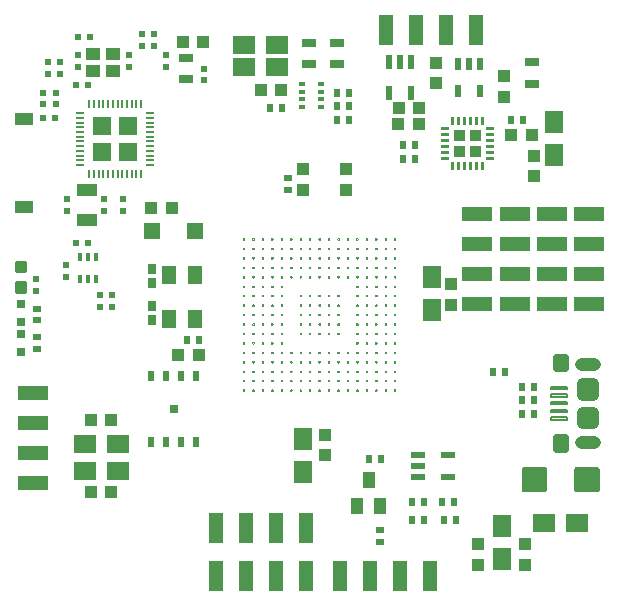
<source format=gbr>
G04 EAGLE Gerber RS-274X export*
G75*
%MOMM*%
%FSLAX34Y34*%
%LPD*%
%INSolderpaste Top*%
%IPPOS*%
%AMOC8*
5,1,8,0,0,1.08239X$1,22.5*%
G01*
%ADD10R,1.500000X1.000000*%
%ADD11R,0.600000X0.600000*%
%ADD12R,1.080000X1.050000*%
%ADD13R,1.950000X1.500000*%
%ADD14R,1.500000X1.950000*%
%ADD15R,1.050000X1.080000*%
%ADD16R,2.540000X1.270000*%
%ADD17R,1.270000X2.540000*%
%ADD18R,1.400000X1.400000*%
%ADD19C,0.300000*%
%ADD20R,1.200000X0.800000*%
%ADD21R,0.500000X0.350000*%
%ADD22R,1.186400X0.597100*%
%ADD23R,0.525000X1.125000*%
%ADD24R,0.800000X0.800000*%
%ADD25R,0.300000X0.660000*%
%ADD26R,0.600000X0.700000*%
%ADD27R,0.700000X0.600000*%
%ADD28R,1.000000X1.400000*%
%ADD29C,0.125000*%
%ADD30R,0.500000X0.850000*%
%ADD31R,1.520281X1.520281*%
%ADD32R,0.800000X0.230000*%
%ADD33R,0.230000X0.800000*%
%ADD34R,0.550000X1.200000*%
%ADD35R,1.200000X1.100000*%
%ADD36R,1.800000X1.000000*%
%ADD37R,1.250000X1.600000*%
%ADD38C,0.200000*%
%ADD39C,0.700000*%
%ADD40C,0.950000*%
%ADD41C,1.066800*%
%ADD42R,0.740000X0.925000*%

G36*
X452292Y90853D02*
X452292Y90853D01*
X452294Y90851D01*
X452685Y90882D01*
X452689Y90886D01*
X452692Y90883D01*
X453074Y90974D01*
X453078Y90979D01*
X453082Y90977D01*
X453444Y91127D01*
X453447Y91132D01*
X453451Y91130D01*
X453785Y91335D01*
X453787Y91340D01*
X453791Y91340D01*
X454090Y91595D01*
X454091Y91600D01*
X454095Y91600D01*
X454350Y91899D01*
X454351Y91905D01*
X454355Y91905D01*
X454560Y92239D01*
X454559Y92245D01*
X454564Y92246D01*
X454714Y92608D01*
X454713Y92610D01*
X454714Y92610D01*
X454712Y92613D01*
X454712Y92614D01*
X454716Y92616D01*
X454807Y92998D01*
X454805Y93003D01*
X454807Y93004D01*
X454808Y93005D01*
X454839Y93396D01*
X454837Y93399D01*
X454839Y93400D01*
X454808Y110191D01*
X454803Y110198D01*
X454807Y110202D01*
X454716Y110584D01*
X454711Y110588D01*
X454714Y110592D01*
X454564Y110954D01*
X454558Y110957D01*
X454560Y110961D01*
X454355Y111295D01*
X454350Y111297D01*
X454350Y111301D01*
X454095Y111600D01*
X454090Y111601D01*
X454090Y111605D01*
X453791Y111860D01*
X453785Y111861D01*
X453785Y111865D01*
X453451Y112070D01*
X453445Y112069D01*
X453444Y112074D01*
X453082Y112224D01*
X453076Y112222D01*
X453074Y112226D01*
X452692Y112317D01*
X452687Y112315D01*
X452685Y112318D01*
X452294Y112349D01*
X452291Y112347D01*
X452290Y112349D01*
X435590Y112349D01*
X435588Y112347D01*
X435586Y112349D01*
X435195Y112318D01*
X435191Y112314D01*
X435188Y112317D01*
X434806Y112226D01*
X434802Y112221D01*
X434798Y112224D01*
X434436Y112074D01*
X434433Y112068D01*
X434429Y112070D01*
X434095Y111865D01*
X434093Y111860D01*
X434089Y111860D01*
X433790Y111605D01*
X433789Y111600D01*
X433785Y111600D01*
X433530Y111301D01*
X433529Y111295D01*
X433525Y111295D01*
X433320Y110961D01*
X433321Y110955D01*
X433317Y110954D01*
X433167Y110592D01*
X433168Y110586D01*
X433164Y110584D01*
X433073Y110202D01*
X433075Y110197D01*
X433072Y110195D01*
X433041Y109804D01*
X433043Y109801D01*
X433041Y109800D01*
X433072Y93009D01*
X433077Y93002D01*
X433073Y92998D01*
X433164Y92616D01*
X433169Y92612D01*
X433167Y92608D01*
X433317Y92246D01*
X433322Y92243D01*
X433320Y92239D01*
X433525Y91905D01*
X433530Y91903D01*
X433530Y91899D01*
X433785Y91600D01*
X433790Y91599D01*
X433790Y91595D01*
X434089Y91340D01*
X434095Y91339D01*
X434095Y91335D01*
X434429Y91130D01*
X434435Y91131D01*
X434436Y91127D01*
X434798Y90977D01*
X434804Y90978D01*
X434806Y90974D01*
X435188Y90883D01*
X435193Y90885D01*
X435195Y90882D01*
X435586Y90851D01*
X435589Y90853D01*
X435590Y90851D01*
X452290Y90851D01*
X452292Y90853D01*
G37*
G36*
X496592Y90853D02*
X496592Y90853D01*
X496594Y90851D01*
X496985Y90882D01*
X496989Y90886D01*
X496992Y90883D01*
X497374Y90974D01*
X497378Y90979D01*
X497382Y90977D01*
X497744Y91127D01*
X497747Y91132D01*
X497751Y91130D01*
X498085Y91335D01*
X498087Y91340D01*
X498091Y91340D01*
X498390Y91595D01*
X498391Y91600D01*
X498395Y91600D01*
X498650Y91899D01*
X498651Y91905D01*
X498655Y91905D01*
X498860Y92239D01*
X498859Y92245D01*
X498864Y92246D01*
X499014Y92608D01*
X499013Y92610D01*
X499014Y92610D01*
X499012Y92613D01*
X499012Y92614D01*
X499016Y92616D01*
X499107Y92998D01*
X499105Y93003D01*
X499107Y93004D01*
X499108Y93005D01*
X499139Y93396D01*
X499137Y93399D01*
X499139Y93400D01*
X499108Y110191D01*
X499103Y110198D01*
X499107Y110202D01*
X499016Y110584D01*
X499011Y110588D01*
X499014Y110592D01*
X498864Y110954D01*
X498858Y110957D01*
X498860Y110961D01*
X498655Y111295D01*
X498650Y111297D01*
X498650Y111301D01*
X498395Y111600D01*
X498390Y111601D01*
X498390Y111605D01*
X498091Y111860D01*
X498085Y111861D01*
X498085Y111865D01*
X497751Y112070D01*
X497745Y112069D01*
X497744Y112074D01*
X497382Y112224D01*
X497376Y112222D01*
X497374Y112226D01*
X496992Y112317D01*
X496987Y112315D01*
X496985Y112318D01*
X496594Y112349D01*
X496591Y112347D01*
X496590Y112349D01*
X479890Y112349D01*
X479888Y112347D01*
X479886Y112349D01*
X479495Y112318D01*
X479491Y112314D01*
X479488Y112317D01*
X479106Y112226D01*
X479102Y112221D01*
X479098Y112224D01*
X478736Y112074D01*
X478733Y112068D01*
X478729Y112070D01*
X478395Y111865D01*
X478393Y111860D01*
X478389Y111860D01*
X478090Y111605D01*
X478089Y111600D01*
X478085Y111600D01*
X477830Y111301D01*
X477829Y111295D01*
X477825Y111295D01*
X477620Y110961D01*
X477621Y110955D01*
X477617Y110954D01*
X477467Y110592D01*
X477468Y110586D01*
X477464Y110584D01*
X477373Y110202D01*
X477375Y110197D01*
X477372Y110195D01*
X477341Y109804D01*
X477343Y109801D01*
X477341Y109800D01*
X477372Y93009D01*
X477377Y93002D01*
X477373Y92998D01*
X477464Y92616D01*
X477469Y92612D01*
X477467Y92608D01*
X477617Y92246D01*
X477622Y92243D01*
X477620Y92239D01*
X477825Y91905D01*
X477830Y91903D01*
X477830Y91899D01*
X478085Y91600D01*
X478090Y91599D01*
X478090Y91595D01*
X478389Y91340D01*
X478395Y91339D01*
X478395Y91335D01*
X478729Y91130D01*
X478735Y91131D01*
X478736Y91127D01*
X479098Y90977D01*
X479104Y90978D01*
X479106Y90974D01*
X479488Y90883D01*
X479493Y90885D01*
X479495Y90882D01*
X479886Y90851D01*
X479889Y90853D01*
X479890Y90851D01*
X496590Y90851D01*
X496592Y90853D01*
G37*
G36*
X385447Y388017D02*
X385447Y388017D01*
X385442Y388024D01*
X385449Y388030D01*
X385449Y397130D01*
X385413Y397177D01*
X385406Y397172D01*
X385400Y397179D01*
X375800Y397179D01*
X375753Y397143D01*
X375758Y397136D01*
X375751Y397130D01*
X375751Y388030D01*
X375787Y387983D01*
X375794Y387988D01*
X375800Y387981D01*
X385400Y387981D01*
X385447Y388017D01*
G37*
G36*
X398947Y388017D02*
X398947Y388017D01*
X398942Y388024D01*
X398949Y388030D01*
X398949Y397130D01*
X398913Y397177D01*
X398906Y397172D01*
X398900Y397179D01*
X389300Y397179D01*
X389253Y397143D01*
X389258Y397136D01*
X389251Y397130D01*
X389251Y388030D01*
X389287Y387983D01*
X389294Y387988D01*
X389300Y387981D01*
X398900Y387981D01*
X398947Y388017D01*
G37*
G36*
X385447Y375017D02*
X385447Y375017D01*
X385442Y375024D01*
X385449Y375030D01*
X385449Y384130D01*
X385413Y384177D01*
X385406Y384172D01*
X385400Y384179D01*
X375800Y384179D01*
X375753Y384143D01*
X375758Y384136D01*
X375751Y384130D01*
X375751Y375030D01*
X375787Y374983D01*
X375794Y374988D01*
X375800Y374981D01*
X385400Y374981D01*
X385447Y375017D01*
G37*
G36*
X398947Y375017D02*
X398947Y375017D01*
X398942Y375024D01*
X398949Y375030D01*
X398949Y384130D01*
X398913Y384177D01*
X398906Y384172D01*
X398900Y384179D01*
X389300Y384179D01*
X389253Y384143D01*
X389258Y384136D01*
X389251Y384130D01*
X389251Y375030D01*
X389287Y374983D01*
X389294Y374988D01*
X389300Y374981D01*
X398900Y374981D01*
X398947Y375017D01*
G37*
G36*
X409303Y397233D02*
X409303Y397233D01*
X409304Y397231D01*
X409414Y397240D01*
X409418Y397244D01*
X409421Y397241D01*
X409527Y397266D01*
X409531Y397271D01*
X409535Y397268D01*
X409637Y397310D01*
X409640Y397316D01*
X409644Y397314D01*
X409737Y397372D01*
X409739Y397377D01*
X409743Y397376D01*
X409827Y397447D01*
X409828Y397453D01*
X409833Y397453D01*
X409904Y397537D01*
X409904Y397543D01*
X409908Y397543D01*
X409966Y397636D01*
X409965Y397642D01*
X409970Y397643D01*
X410012Y397745D01*
X410010Y397751D01*
X410014Y397753D01*
X410039Y397859D01*
X410037Y397864D01*
X410040Y397866D01*
X410049Y397976D01*
X410047Y397979D01*
X410049Y397980D01*
X410040Y399290D01*
X410035Y399297D01*
X410039Y399301D01*
X410014Y399407D01*
X410009Y399411D01*
X410012Y399415D01*
X409970Y399517D01*
X409964Y399520D01*
X409966Y399524D01*
X409908Y399617D01*
X409903Y399619D01*
X409904Y399623D01*
X409833Y399707D01*
X409827Y399708D01*
X409827Y399713D01*
X409743Y399784D01*
X409737Y399784D01*
X409737Y399788D01*
X409644Y399846D01*
X409638Y399845D01*
X409637Y399850D01*
X409535Y399892D01*
X409529Y399890D01*
X409527Y399894D01*
X409421Y399919D01*
X409416Y399917D01*
X409414Y399920D01*
X409304Y399929D01*
X409301Y399927D01*
X409300Y399929D01*
X403800Y399929D01*
X403798Y399927D01*
X403796Y399929D01*
X403686Y399920D01*
X403682Y399916D01*
X403679Y399919D01*
X403573Y399894D01*
X403569Y399889D01*
X403565Y399892D01*
X403463Y399850D01*
X403460Y399844D01*
X403456Y399846D01*
X403363Y399788D01*
X403361Y399783D01*
X403357Y399784D01*
X403273Y399713D01*
X403272Y399707D01*
X403267Y399707D01*
X403196Y399623D01*
X403196Y399617D01*
X403192Y399617D01*
X403134Y399524D01*
X403135Y399518D01*
X403130Y399517D01*
X403088Y399415D01*
X403089Y399412D01*
X403087Y399411D01*
X403089Y399409D01*
X403086Y399407D01*
X403061Y399301D01*
X403063Y399296D01*
X403060Y399294D01*
X403051Y399184D01*
X403053Y399181D01*
X403051Y399180D01*
X403060Y397870D01*
X403065Y397863D01*
X403061Y397859D01*
X403086Y397753D01*
X403091Y397749D01*
X403088Y397745D01*
X403130Y397643D01*
X403136Y397640D01*
X403134Y397636D01*
X403192Y397543D01*
X403197Y397541D01*
X403196Y397537D01*
X403267Y397453D01*
X403273Y397452D01*
X403273Y397447D01*
X403357Y397376D01*
X403363Y397376D01*
X403363Y397372D01*
X403456Y397314D01*
X403462Y397315D01*
X403463Y397310D01*
X403565Y397268D01*
X403571Y397270D01*
X403573Y397266D01*
X403679Y397241D01*
X403684Y397243D01*
X403686Y397240D01*
X403796Y397231D01*
X403799Y397233D01*
X403800Y397231D01*
X409300Y397231D01*
X409303Y397233D01*
G37*
G36*
X370903Y397233D02*
X370903Y397233D01*
X370904Y397231D01*
X371014Y397240D01*
X371018Y397244D01*
X371021Y397241D01*
X371127Y397266D01*
X371131Y397271D01*
X371135Y397268D01*
X371237Y397310D01*
X371240Y397316D01*
X371244Y397314D01*
X371337Y397372D01*
X371339Y397377D01*
X371343Y397376D01*
X371427Y397447D01*
X371428Y397453D01*
X371433Y397453D01*
X371504Y397537D01*
X371504Y397543D01*
X371508Y397543D01*
X371566Y397636D01*
X371565Y397642D01*
X371570Y397643D01*
X371612Y397745D01*
X371610Y397751D01*
X371614Y397753D01*
X371639Y397859D01*
X371637Y397864D01*
X371640Y397866D01*
X371649Y397976D01*
X371647Y397979D01*
X371649Y397980D01*
X371640Y399290D01*
X371635Y399297D01*
X371639Y399301D01*
X371614Y399407D01*
X371609Y399411D01*
X371612Y399415D01*
X371570Y399517D01*
X371564Y399520D01*
X371566Y399524D01*
X371508Y399617D01*
X371503Y399619D01*
X371504Y399623D01*
X371433Y399707D01*
X371427Y399708D01*
X371427Y399713D01*
X371343Y399784D01*
X371337Y399784D01*
X371337Y399788D01*
X371244Y399846D01*
X371238Y399845D01*
X371237Y399850D01*
X371135Y399892D01*
X371129Y399890D01*
X371127Y399894D01*
X371021Y399919D01*
X371016Y399917D01*
X371014Y399920D01*
X370904Y399929D01*
X370901Y399927D01*
X370900Y399929D01*
X365400Y399929D01*
X365398Y399927D01*
X365396Y399929D01*
X365286Y399920D01*
X365282Y399916D01*
X365279Y399919D01*
X365173Y399894D01*
X365169Y399889D01*
X365165Y399892D01*
X365063Y399850D01*
X365060Y399844D01*
X365056Y399846D01*
X364963Y399788D01*
X364961Y399783D01*
X364957Y399784D01*
X364873Y399713D01*
X364872Y399707D01*
X364867Y399707D01*
X364796Y399623D01*
X364796Y399617D01*
X364792Y399617D01*
X364734Y399524D01*
X364735Y399518D01*
X364730Y399517D01*
X364688Y399415D01*
X364689Y399412D01*
X364687Y399411D01*
X364689Y399409D01*
X364686Y399407D01*
X364661Y399301D01*
X364663Y399296D01*
X364660Y399294D01*
X364651Y399184D01*
X364653Y399181D01*
X364651Y399180D01*
X364660Y397870D01*
X364665Y397863D01*
X364661Y397859D01*
X364686Y397753D01*
X364691Y397749D01*
X364688Y397745D01*
X364730Y397643D01*
X364736Y397640D01*
X364734Y397636D01*
X364792Y397543D01*
X364797Y397541D01*
X364796Y397537D01*
X364867Y397453D01*
X364873Y397452D01*
X364873Y397447D01*
X364957Y397376D01*
X364963Y397376D01*
X364963Y397372D01*
X365056Y397314D01*
X365062Y397315D01*
X365063Y397310D01*
X365165Y397268D01*
X365171Y397270D01*
X365173Y397266D01*
X365279Y397241D01*
X365284Y397243D01*
X365286Y397240D01*
X365396Y397231D01*
X365399Y397233D01*
X365400Y397231D01*
X370900Y397231D01*
X370903Y397233D01*
G37*
G36*
X370903Y392233D02*
X370903Y392233D01*
X370904Y392231D01*
X371014Y392240D01*
X371018Y392244D01*
X371021Y392241D01*
X371127Y392266D01*
X371131Y392271D01*
X371135Y392268D01*
X371237Y392310D01*
X371240Y392316D01*
X371244Y392314D01*
X371337Y392372D01*
X371339Y392377D01*
X371343Y392376D01*
X371427Y392447D01*
X371428Y392453D01*
X371433Y392453D01*
X371504Y392537D01*
X371504Y392543D01*
X371508Y392543D01*
X371566Y392636D01*
X371565Y392642D01*
X371570Y392643D01*
X371612Y392745D01*
X371610Y392751D01*
X371614Y392753D01*
X371639Y392859D01*
X371637Y392864D01*
X371640Y392866D01*
X371649Y392976D01*
X371647Y392979D01*
X371649Y392980D01*
X371640Y394290D01*
X371635Y394297D01*
X371639Y394301D01*
X371614Y394407D01*
X371609Y394411D01*
X371612Y394415D01*
X371570Y394517D01*
X371564Y394520D01*
X371566Y394524D01*
X371508Y394617D01*
X371503Y394619D01*
X371504Y394623D01*
X371433Y394707D01*
X371427Y394708D01*
X371427Y394713D01*
X371343Y394784D01*
X371337Y394784D01*
X371337Y394788D01*
X371244Y394846D01*
X371238Y394845D01*
X371237Y394850D01*
X371135Y394892D01*
X371129Y394890D01*
X371127Y394894D01*
X371021Y394919D01*
X371016Y394917D01*
X371014Y394920D01*
X370904Y394929D01*
X370901Y394927D01*
X370900Y394929D01*
X365400Y394929D01*
X365398Y394927D01*
X365396Y394929D01*
X365286Y394920D01*
X365282Y394916D01*
X365279Y394919D01*
X365173Y394894D01*
X365169Y394889D01*
X365165Y394892D01*
X365063Y394850D01*
X365060Y394844D01*
X365056Y394846D01*
X364963Y394788D01*
X364961Y394783D01*
X364957Y394784D01*
X364873Y394713D01*
X364872Y394707D01*
X364867Y394707D01*
X364796Y394623D01*
X364796Y394617D01*
X364792Y394617D01*
X364734Y394524D01*
X364735Y394518D01*
X364730Y394517D01*
X364688Y394415D01*
X364689Y394412D01*
X364687Y394411D01*
X364689Y394409D01*
X364686Y394407D01*
X364661Y394301D01*
X364663Y394296D01*
X364660Y394294D01*
X364651Y394184D01*
X364653Y394181D01*
X364651Y394180D01*
X364660Y392870D01*
X364665Y392863D01*
X364661Y392859D01*
X364686Y392753D01*
X364691Y392749D01*
X364688Y392745D01*
X364730Y392643D01*
X364736Y392640D01*
X364734Y392636D01*
X364792Y392543D01*
X364797Y392541D01*
X364796Y392537D01*
X364867Y392453D01*
X364873Y392452D01*
X364873Y392447D01*
X364957Y392376D01*
X364963Y392376D01*
X364963Y392372D01*
X365056Y392314D01*
X365062Y392315D01*
X365063Y392310D01*
X365165Y392268D01*
X365171Y392270D01*
X365173Y392266D01*
X365279Y392241D01*
X365284Y392243D01*
X365286Y392240D01*
X365396Y392231D01*
X365399Y392233D01*
X365400Y392231D01*
X370900Y392231D01*
X370903Y392233D01*
G37*
G36*
X409303Y392233D02*
X409303Y392233D01*
X409304Y392231D01*
X409414Y392240D01*
X409418Y392244D01*
X409421Y392241D01*
X409527Y392266D01*
X409531Y392271D01*
X409535Y392268D01*
X409637Y392310D01*
X409640Y392316D01*
X409644Y392314D01*
X409737Y392372D01*
X409739Y392377D01*
X409743Y392376D01*
X409827Y392447D01*
X409828Y392453D01*
X409833Y392453D01*
X409904Y392537D01*
X409904Y392543D01*
X409908Y392543D01*
X409966Y392636D01*
X409965Y392642D01*
X409970Y392643D01*
X410012Y392745D01*
X410010Y392751D01*
X410014Y392753D01*
X410039Y392859D01*
X410037Y392864D01*
X410040Y392866D01*
X410049Y392976D01*
X410047Y392979D01*
X410049Y392980D01*
X410040Y394290D01*
X410035Y394297D01*
X410039Y394301D01*
X410014Y394407D01*
X410009Y394411D01*
X410012Y394415D01*
X409970Y394517D01*
X409964Y394520D01*
X409966Y394524D01*
X409908Y394617D01*
X409903Y394619D01*
X409904Y394623D01*
X409833Y394707D01*
X409827Y394708D01*
X409827Y394713D01*
X409743Y394784D01*
X409737Y394784D01*
X409737Y394788D01*
X409644Y394846D01*
X409638Y394845D01*
X409637Y394850D01*
X409535Y394892D01*
X409529Y394890D01*
X409527Y394894D01*
X409421Y394919D01*
X409416Y394917D01*
X409414Y394920D01*
X409304Y394929D01*
X409301Y394927D01*
X409300Y394929D01*
X403800Y394929D01*
X403798Y394927D01*
X403796Y394929D01*
X403686Y394920D01*
X403682Y394916D01*
X403679Y394919D01*
X403573Y394894D01*
X403569Y394889D01*
X403565Y394892D01*
X403463Y394850D01*
X403460Y394844D01*
X403456Y394846D01*
X403363Y394788D01*
X403361Y394783D01*
X403357Y394784D01*
X403273Y394713D01*
X403272Y394707D01*
X403267Y394707D01*
X403196Y394623D01*
X403196Y394617D01*
X403192Y394617D01*
X403134Y394524D01*
X403135Y394518D01*
X403130Y394517D01*
X403088Y394415D01*
X403089Y394412D01*
X403087Y394411D01*
X403089Y394409D01*
X403086Y394407D01*
X403061Y394301D01*
X403063Y394296D01*
X403060Y394294D01*
X403051Y394184D01*
X403053Y394181D01*
X403051Y394180D01*
X403060Y392870D01*
X403065Y392863D01*
X403061Y392859D01*
X403086Y392753D01*
X403091Y392749D01*
X403088Y392745D01*
X403130Y392643D01*
X403136Y392640D01*
X403134Y392636D01*
X403192Y392543D01*
X403197Y392541D01*
X403196Y392537D01*
X403267Y392453D01*
X403273Y392452D01*
X403273Y392447D01*
X403357Y392376D01*
X403363Y392376D01*
X403363Y392372D01*
X403456Y392314D01*
X403462Y392315D01*
X403463Y392310D01*
X403565Y392268D01*
X403571Y392270D01*
X403573Y392266D01*
X403679Y392241D01*
X403684Y392243D01*
X403686Y392240D01*
X403796Y392231D01*
X403799Y392233D01*
X403800Y392231D01*
X409300Y392231D01*
X409303Y392233D01*
G37*
G36*
X370903Y387233D02*
X370903Y387233D01*
X370904Y387231D01*
X371014Y387240D01*
X371018Y387244D01*
X371021Y387241D01*
X371127Y387266D01*
X371131Y387271D01*
X371135Y387268D01*
X371237Y387310D01*
X371240Y387316D01*
X371244Y387314D01*
X371337Y387372D01*
X371339Y387377D01*
X371343Y387376D01*
X371427Y387447D01*
X371428Y387453D01*
X371433Y387453D01*
X371504Y387537D01*
X371504Y387543D01*
X371508Y387543D01*
X371566Y387636D01*
X371565Y387642D01*
X371570Y387643D01*
X371612Y387745D01*
X371610Y387751D01*
X371614Y387753D01*
X371639Y387859D01*
X371637Y387864D01*
X371640Y387866D01*
X371649Y387976D01*
X371647Y387979D01*
X371649Y387980D01*
X371640Y389290D01*
X371635Y389297D01*
X371639Y389301D01*
X371614Y389407D01*
X371609Y389411D01*
X371612Y389415D01*
X371570Y389517D01*
X371564Y389520D01*
X371566Y389524D01*
X371508Y389617D01*
X371503Y389619D01*
X371504Y389623D01*
X371433Y389707D01*
X371427Y389708D01*
X371427Y389713D01*
X371343Y389784D01*
X371337Y389784D01*
X371337Y389788D01*
X371244Y389846D01*
X371238Y389845D01*
X371237Y389850D01*
X371135Y389892D01*
X371129Y389890D01*
X371127Y389894D01*
X371021Y389919D01*
X371016Y389917D01*
X371014Y389920D01*
X370904Y389929D01*
X370901Y389927D01*
X370900Y389929D01*
X365400Y389929D01*
X365398Y389927D01*
X365396Y389929D01*
X365286Y389920D01*
X365282Y389916D01*
X365279Y389919D01*
X365173Y389894D01*
X365169Y389889D01*
X365165Y389892D01*
X365063Y389850D01*
X365060Y389844D01*
X365056Y389846D01*
X364963Y389788D01*
X364961Y389783D01*
X364957Y389784D01*
X364873Y389713D01*
X364872Y389707D01*
X364867Y389707D01*
X364796Y389623D01*
X364796Y389617D01*
X364792Y389617D01*
X364734Y389524D01*
X364735Y389518D01*
X364730Y389517D01*
X364688Y389415D01*
X364689Y389412D01*
X364687Y389411D01*
X364689Y389409D01*
X364686Y389407D01*
X364661Y389301D01*
X364663Y389296D01*
X364660Y389294D01*
X364651Y389184D01*
X364653Y389181D01*
X364651Y389180D01*
X364660Y387870D01*
X364665Y387863D01*
X364661Y387859D01*
X364686Y387753D01*
X364691Y387749D01*
X364688Y387745D01*
X364730Y387643D01*
X364736Y387640D01*
X364734Y387636D01*
X364792Y387543D01*
X364797Y387541D01*
X364796Y387537D01*
X364867Y387453D01*
X364873Y387452D01*
X364873Y387447D01*
X364957Y387376D01*
X364963Y387376D01*
X364963Y387372D01*
X365056Y387314D01*
X365062Y387315D01*
X365063Y387310D01*
X365165Y387268D01*
X365171Y387270D01*
X365173Y387266D01*
X365279Y387241D01*
X365284Y387243D01*
X365286Y387240D01*
X365396Y387231D01*
X365399Y387233D01*
X365400Y387231D01*
X370900Y387231D01*
X370903Y387233D01*
G37*
G36*
X409303Y387233D02*
X409303Y387233D01*
X409304Y387231D01*
X409414Y387240D01*
X409418Y387244D01*
X409421Y387241D01*
X409527Y387266D01*
X409531Y387271D01*
X409535Y387268D01*
X409637Y387310D01*
X409640Y387316D01*
X409644Y387314D01*
X409737Y387372D01*
X409739Y387377D01*
X409743Y387376D01*
X409827Y387447D01*
X409828Y387453D01*
X409833Y387453D01*
X409904Y387537D01*
X409904Y387543D01*
X409908Y387543D01*
X409966Y387636D01*
X409965Y387642D01*
X409970Y387643D01*
X410012Y387745D01*
X410010Y387751D01*
X410014Y387753D01*
X410039Y387859D01*
X410037Y387864D01*
X410040Y387866D01*
X410049Y387976D01*
X410047Y387979D01*
X410049Y387980D01*
X410040Y389290D01*
X410035Y389297D01*
X410039Y389301D01*
X410014Y389407D01*
X410009Y389411D01*
X410012Y389415D01*
X409970Y389517D01*
X409964Y389520D01*
X409966Y389524D01*
X409908Y389617D01*
X409903Y389619D01*
X409904Y389623D01*
X409833Y389707D01*
X409827Y389708D01*
X409827Y389713D01*
X409743Y389784D01*
X409737Y389784D01*
X409737Y389788D01*
X409644Y389846D01*
X409638Y389845D01*
X409637Y389850D01*
X409535Y389892D01*
X409529Y389890D01*
X409527Y389894D01*
X409421Y389919D01*
X409416Y389917D01*
X409414Y389920D01*
X409304Y389929D01*
X409301Y389927D01*
X409300Y389929D01*
X403800Y389929D01*
X403798Y389927D01*
X403796Y389929D01*
X403686Y389920D01*
X403682Y389916D01*
X403679Y389919D01*
X403573Y389894D01*
X403569Y389889D01*
X403565Y389892D01*
X403463Y389850D01*
X403460Y389844D01*
X403456Y389846D01*
X403363Y389788D01*
X403361Y389783D01*
X403357Y389784D01*
X403273Y389713D01*
X403272Y389707D01*
X403267Y389707D01*
X403196Y389623D01*
X403196Y389617D01*
X403192Y389617D01*
X403134Y389524D01*
X403135Y389518D01*
X403130Y389517D01*
X403088Y389415D01*
X403089Y389412D01*
X403087Y389411D01*
X403089Y389409D01*
X403086Y389407D01*
X403061Y389301D01*
X403063Y389296D01*
X403060Y389294D01*
X403051Y389184D01*
X403053Y389181D01*
X403051Y389180D01*
X403060Y387870D01*
X403065Y387863D01*
X403061Y387859D01*
X403086Y387753D01*
X403091Y387749D01*
X403088Y387745D01*
X403130Y387643D01*
X403136Y387640D01*
X403134Y387636D01*
X403192Y387543D01*
X403197Y387541D01*
X403196Y387537D01*
X403267Y387453D01*
X403273Y387452D01*
X403273Y387447D01*
X403357Y387376D01*
X403363Y387376D01*
X403363Y387372D01*
X403456Y387314D01*
X403462Y387315D01*
X403463Y387310D01*
X403565Y387268D01*
X403571Y387270D01*
X403573Y387266D01*
X403679Y387241D01*
X403684Y387243D01*
X403686Y387240D01*
X403796Y387231D01*
X403799Y387233D01*
X403800Y387231D01*
X409300Y387231D01*
X409303Y387233D01*
G37*
G36*
X409303Y382233D02*
X409303Y382233D01*
X409304Y382231D01*
X409414Y382240D01*
X409418Y382244D01*
X409421Y382241D01*
X409527Y382266D01*
X409531Y382271D01*
X409535Y382268D01*
X409637Y382310D01*
X409640Y382316D01*
X409644Y382314D01*
X409737Y382372D01*
X409739Y382377D01*
X409743Y382376D01*
X409827Y382447D01*
X409828Y382453D01*
X409833Y382453D01*
X409904Y382537D01*
X409904Y382543D01*
X409908Y382543D01*
X409966Y382636D01*
X409965Y382642D01*
X409970Y382643D01*
X410012Y382745D01*
X410010Y382751D01*
X410014Y382753D01*
X410039Y382859D01*
X410037Y382864D01*
X410040Y382866D01*
X410049Y382976D01*
X410047Y382979D01*
X410049Y382980D01*
X410040Y384290D01*
X410035Y384297D01*
X410039Y384301D01*
X410014Y384407D01*
X410009Y384411D01*
X410012Y384415D01*
X409970Y384517D01*
X409964Y384520D01*
X409966Y384524D01*
X409908Y384617D01*
X409903Y384619D01*
X409904Y384623D01*
X409833Y384707D01*
X409827Y384708D01*
X409827Y384713D01*
X409743Y384784D01*
X409737Y384784D01*
X409737Y384788D01*
X409644Y384846D01*
X409638Y384845D01*
X409637Y384850D01*
X409535Y384892D01*
X409529Y384890D01*
X409527Y384894D01*
X409421Y384919D01*
X409416Y384917D01*
X409414Y384920D01*
X409304Y384929D01*
X409301Y384927D01*
X409300Y384929D01*
X403800Y384929D01*
X403798Y384927D01*
X403796Y384929D01*
X403686Y384920D01*
X403682Y384916D01*
X403679Y384919D01*
X403573Y384894D01*
X403569Y384889D01*
X403565Y384892D01*
X403463Y384850D01*
X403460Y384844D01*
X403456Y384846D01*
X403363Y384788D01*
X403361Y384783D01*
X403357Y384784D01*
X403273Y384713D01*
X403272Y384707D01*
X403267Y384707D01*
X403196Y384623D01*
X403196Y384617D01*
X403192Y384617D01*
X403134Y384524D01*
X403135Y384518D01*
X403130Y384517D01*
X403088Y384415D01*
X403089Y384412D01*
X403087Y384411D01*
X403089Y384409D01*
X403086Y384407D01*
X403061Y384301D01*
X403063Y384296D01*
X403060Y384294D01*
X403051Y384184D01*
X403053Y384181D01*
X403051Y384180D01*
X403060Y382870D01*
X403065Y382863D01*
X403061Y382859D01*
X403086Y382753D01*
X403091Y382749D01*
X403088Y382745D01*
X403130Y382643D01*
X403136Y382640D01*
X403134Y382636D01*
X403192Y382543D01*
X403197Y382541D01*
X403196Y382537D01*
X403267Y382453D01*
X403273Y382452D01*
X403273Y382447D01*
X403357Y382376D01*
X403363Y382376D01*
X403363Y382372D01*
X403456Y382314D01*
X403462Y382315D01*
X403463Y382310D01*
X403565Y382268D01*
X403571Y382270D01*
X403573Y382266D01*
X403679Y382241D01*
X403684Y382243D01*
X403686Y382240D01*
X403796Y382231D01*
X403799Y382233D01*
X403800Y382231D01*
X409300Y382231D01*
X409303Y382233D01*
G37*
G36*
X370903Y382233D02*
X370903Y382233D01*
X370904Y382231D01*
X371014Y382240D01*
X371018Y382244D01*
X371021Y382241D01*
X371127Y382266D01*
X371131Y382271D01*
X371135Y382268D01*
X371237Y382310D01*
X371240Y382316D01*
X371244Y382314D01*
X371337Y382372D01*
X371339Y382377D01*
X371343Y382376D01*
X371427Y382447D01*
X371428Y382453D01*
X371433Y382453D01*
X371504Y382537D01*
X371504Y382543D01*
X371508Y382543D01*
X371566Y382636D01*
X371565Y382642D01*
X371570Y382643D01*
X371612Y382745D01*
X371610Y382751D01*
X371614Y382753D01*
X371639Y382859D01*
X371637Y382864D01*
X371640Y382866D01*
X371649Y382976D01*
X371647Y382979D01*
X371649Y382980D01*
X371640Y384290D01*
X371635Y384297D01*
X371639Y384301D01*
X371614Y384407D01*
X371609Y384411D01*
X371612Y384415D01*
X371570Y384517D01*
X371564Y384520D01*
X371566Y384524D01*
X371508Y384617D01*
X371503Y384619D01*
X371504Y384623D01*
X371433Y384707D01*
X371427Y384708D01*
X371427Y384713D01*
X371343Y384784D01*
X371337Y384784D01*
X371337Y384788D01*
X371244Y384846D01*
X371238Y384845D01*
X371237Y384850D01*
X371135Y384892D01*
X371129Y384890D01*
X371127Y384894D01*
X371021Y384919D01*
X371016Y384917D01*
X371014Y384920D01*
X370904Y384929D01*
X370901Y384927D01*
X370900Y384929D01*
X365400Y384929D01*
X365398Y384927D01*
X365396Y384929D01*
X365286Y384920D01*
X365282Y384916D01*
X365279Y384919D01*
X365173Y384894D01*
X365169Y384889D01*
X365165Y384892D01*
X365063Y384850D01*
X365060Y384844D01*
X365056Y384846D01*
X364963Y384788D01*
X364961Y384783D01*
X364957Y384784D01*
X364873Y384713D01*
X364872Y384707D01*
X364867Y384707D01*
X364796Y384623D01*
X364796Y384617D01*
X364792Y384617D01*
X364734Y384524D01*
X364735Y384518D01*
X364730Y384517D01*
X364688Y384415D01*
X364689Y384412D01*
X364687Y384411D01*
X364689Y384409D01*
X364686Y384407D01*
X364661Y384301D01*
X364663Y384296D01*
X364660Y384294D01*
X364651Y384184D01*
X364653Y384181D01*
X364651Y384180D01*
X364660Y382870D01*
X364665Y382863D01*
X364661Y382859D01*
X364686Y382753D01*
X364691Y382749D01*
X364688Y382745D01*
X364730Y382643D01*
X364736Y382640D01*
X364734Y382636D01*
X364792Y382543D01*
X364797Y382541D01*
X364796Y382537D01*
X364867Y382453D01*
X364873Y382452D01*
X364873Y382447D01*
X364957Y382376D01*
X364963Y382376D01*
X364963Y382372D01*
X365056Y382314D01*
X365062Y382315D01*
X365063Y382310D01*
X365165Y382268D01*
X365171Y382270D01*
X365173Y382266D01*
X365279Y382241D01*
X365284Y382243D01*
X365286Y382240D01*
X365396Y382231D01*
X365399Y382233D01*
X365400Y382231D01*
X370900Y382231D01*
X370903Y382233D01*
G37*
G36*
X409303Y377233D02*
X409303Y377233D01*
X409304Y377231D01*
X409414Y377240D01*
X409418Y377244D01*
X409421Y377241D01*
X409527Y377266D01*
X409531Y377271D01*
X409535Y377268D01*
X409637Y377310D01*
X409640Y377316D01*
X409644Y377314D01*
X409737Y377372D01*
X409739Y377377D01*
X409743Y377376D01*
X409827Y377447D01*
X409828Y377453D01*
X409833Y377453D01*
X409904Y377537D01*
X409904Y377543D01*
X409908Y377543D01*
X409966Y377636D01*
X409965Y377642D01*
X409970Y377643D01*
X410012Y377745D01*
X410010Y377751D01*
X410014Y377753D01*
X410039Y377859D01*
X410037Y377864D01*
X410040Y377866D01*
X410049Y377976D01*
X410047Y377979D01*
X410049Y377980D01*
X410040Y379290D01*
X410035Y379297D01*
X410039Y379301D01*
X410014Y379407D01*
X410009Y379411D01*
X410012Y379415D01*
X409970Y379517D01*
X409964Y379520D01*
X409966Y379524D01*
X409908Y379617D01*
X409903Y379619D01*
X409904Y379623D01*
X409833Y379707D01*
X409827Y379708D01*
X409827Y379713D01*
X409743Y379784D01*
X409737Y379784D01*
X409737Y379788D01*
X409644Y379846D01*
X409638Y379845D01*
X409637Y379850D01*
X409535Y379892D01*
X409529Y379890D01*
X409527Y379894D01*
X409421Y379919D01*
X409416Y379917D01*
X409414Y379920D01*
X409304Y379929D01*
X409301Y379927D01*
X409300Y379929D01*
X403800Y379929D01*
X403798Y379927D01*
X403796Y379929D01*
X403686Y379920D01*
X403682Y379916D01*
X403679Y379919D01*
X403573Y379894D01*
X403569Y379889D01*
X403565Y379892D01*
X403463Y379850D01*
X403460Y379844D01*
X403456Y379846D01*
X403363Y379788D01*
X403361Y379783D01*
X403357Y379784D01*
X403273Y379713D01*
X403272Y379707D01*
X403267Y379707D01*
X403196Y379623D01*
X403196Y379617D01*
X403192Y379617D01*
X403134Y379524D01*
X403135Y379518D01*
X403130Y379517D01*
X403088Y379415D01*
X403089Y379412D01*
X403087Y379411D01*
X403089Y379409D01*
X403086Y379407D01*
X403061Y379301D01*
X403063Y379296D01*
X403060Y379294D01*
X403051Y379184D01*
X403053Y379181D01*
X403051Y379180D01*
X403060Y377870D01*
X403065Y377863D01*
X403061Y377859D01*
X403086Y377753D01*
X403091Y377749D01*
X403088Y377745D01*
X403130Y377643D01*
X403136Y377640D01*
X403134Y377636D01*
X403192Y377543D01*
X403197Y377541D01*
X403196Y377537D01*
X403267Y377453D01*
X403273Y377452D01*
X403273Y377447D01*
X403357Y377376D01*
X403363Y377376D01*
X403363Y377372D01*
X403456Y377314D01*
X403462Y377315D01*
X403463Y377310D01*
X403565Y377268D01*
X403571Y377270D01*
X403573Y377266D01*
X403679Y377241D01*
X403684Y377243D01*
X403686Y377240D01*
X403796Y377231D01*
X403799Y377233D01*
X403800Y377231D01*
X409300Y377231D01*
X409303Y377233D01*
G37*
G36*
X370903Y377233D02*
X370903Y377233D01*
X370904Y377231D01*
X371014Y377240D01*
X371018Y377244D01*
X371021Y377241D01*
X371127Y377266D01*
X371131Y377271D01*
X371135Y377268D01*
X371237Y377310D01*
X371240Y377316D01*
X371244Y377314D01*
X371337Y377372D01*
X371339Y377377D01*
X371343Y377376D01*
X371427Y377447D01*
X371428Y377453D01*
X371433Y377453D01*
X371504Y377537D01*
X371504Y377543D01*
X371508Y377543D01*
X371566Y377636D01*
X371565Y377642D01*
X371570Y377643D01*
X371612Y377745D01*
X371610Y377751D01*
X371614Y377753D01*
X371639Y377859D01*
X371637Y377864D01*
X371640Y377866D01*
X371649Y377976D01*
X371647Y377979D01*
X371649Y377980D01*
X371640Y379290D01*
X371635Y379297D01*
X371639Y379301D01*
X371614Y379407D01*
X371609Y379411D01*
X371612Y379415D01*
X371570Y379517D01*
X371564Y379520D01*
X371566Y379524D01*
X371508Y379617D01*
X371503Y379619D01*
X371504Y379623D01*
X371433Y379707D01*
X371427Y379708D01*
X371427Y379713D01*
X371343Y379784D01*
X371337Y379784D01*
X371337Y379788D01*
X371244Y379846D01*
X371238Y379845D01*
X371237Y379850D01*
X371135Y379892D01*
X371129Y379890D01*
X371127Y379894D01*
X371021Y379919D01*
X371016Y379917D01*
X371014Y379920D01*
X370904Y379929D01*
X370901Y379927D01*
X370900Y379929D01*
X365400Y379929D01*
X365398Y379927D01*
X365396Y379929D01*
X365286Y379920D01*
X365282Y379916D01*
X365279Y379919D01*
X365173Y379894D01*
X365169Y379889D01*
X365165Y379892D01*
X365063Y379850D01*
X365060Y379844D01*
X365056Y379846D01*
X364963Y379788D01*
X364961Y379783D01*
X364957Y379784D01*
X364873Y379713D01*
X364872Y379707D01*
X364867Y379707D01*
X364796Y379623D01*
X364796Y379617D01*
X364792Y379617D01*
X364734Y379524D01*
X364735Y379518D01*
X364730Y379517D01*
X364688Y379415D01*
X364689Y379412D01*
X364687Y379411D01*
X364689Y379409D01*
X364686Y379407D01*
X364661Y379301D01*
X364663Y379296D01*
X364660Y379294D01*
X364651Y379184D01*
X364653Y379181D01*
X364651Y379180D01*
X364660Y377870D01*
X364665Y377863D01*
X364661Y377859D01*
X364686Y377753D01*
X364691Y377749D01*
X364688Y377745D01*
X364730Y377643D01*
X364736Y377640D01*
X364734Y377636D01*
X364792Y377543D01*
X364797Y377541D01*
X364796Y377537D01*
X364867Y377453D01*
X364873Y377452D01*
X364873Y377447D01*
X364957Y377376D01*
X364963Y377376D01*
X364963Y377372D01*
X365056Y377314D01*
X365062Y377315D01*
X365063Y377310D01*
X365165Y377268D01*
X365171Y377270D01*
X365173Y377266D01*
X365279Y377241D01*
X365284Y377243D01*
X365286Y377240D01*
X365396Y377231D01*
X365399Y377233D01*
X365400Y377231D01*
X370900Y377231D01*
X370903Y377233D01*
G37*
G36*
X370903Y372233D02*
X370903Y372233D01*
X370904Y372231D01*
X371014Y372240D01*
X371018Y372244D01*
X371021Y372241D01*
X371127Y372266D01*
X371131Y372271D01*
X371135Y372268D01*
X371237Y372310D01*
X371240Y372316D01*
X371244Y372314D01*
X371337Y372372D01*
X371339Y372377D01*
X371343Y372376D01*
X371427Y372447D01*
X371428Y372453D01*
X371433Y372453D01*
X371504Y372537D01*
X371504Y372543D01*
X371508Y372543D01*
X371566Y372636D01*
X371565Y372642D01*
X371570Y372643D01*
X371612Y372745D01*
X371610Y372751D01*
X371614Y372753D01*
X371639Y372859D01*
X371637Y372864D01*
X371640Y372866D01*
X371649Y372976D01*
X371647Y372979D01*
X371649Y372980D01*
X371640Y374290D01*
X371635Y374297D01*
X371639Y374301D01*
X371614Y374407D01*
X371609Y374411D01*
X371612Y374415D01*
X371570Y374517D01*
X371564Y374520D01*
X371566Y374524D01*
X371508Y374617D01*
X371503Y374619D01*
X371504Y374623D01*
X371433Y374707D01*
X371427Y374708D01*
X371427Y374713D01*
X371343Y374784D01*
X371337Y374784D01*
X371337Y374788D01*
X371244Y374846D01*
X371238Y374845D01*
X371237Y374850D01*
X371135Y374892D01*
X371129Y374890D01*
X371127Y374894D01*
X371021Y374919D01*
X371016Y374917D01*
X371014Y374920D01*
X370904Y374929D01*
X370901Y374927D01*
X370900Y374929D01*
X365400Y374929D01*
X365398Y374927D01*
X365396Y374929D01*
X365286Y374920D01*
X365282Y374916D01*
X365279Y374919D01*
X365173Y374894D01*
X365169Y374889D01*
X365165Y374892D01*
X365063Y374850D01*
X365060Y374844D01*
X365056Y374846D01*
X364963Y374788D01*
X364961Y374783D01*
X364957Y374784D01*
X364873Y374713D01*
X364872Y374707D01*
X364867Y374707D01*
X364796Y374623D01*
X364796Y374617D01*
X364792Y374617D01*
X364734Y374524D01*
X364735Y374518D01*
X364730Y374517D01*
X364688Y374415D01*
X364689Y374412D01*
X364687Y374411D01*
X364689Y374409D01*
X364686Y374407D01*
X364661Y374301D01*
X364663Y374296D01*
X364660Y374294D01*
X364651Y374184D01*
X364653Y374181D01*
X364651Y374180D01*
X364660Y372870D01*
X364665Y372863D01*
X364661Y372859D01*
X364686Y372753D01*
X364691Y372749D01*
X364688Y372745D01*
X364730Y372643D01*
X364736Y372640D01*
X364734Y372636D01*
X364792Y372543D01*
X364797Y372541D01*
X364796Y372537D01*
X364867Y372453D01*
X364873Y372452D01*
X364873Y372447D01*
X364957Y372376D01*
X364963Y372376D01*
X364963Y372372D01*
X365056Y372314D01*
X365062Y372315D01*
X365063Y372310D01*
X365165Y372268D01*
X365171Y372270D01*
X365173Y372266D01*
X365279Y372241D01*
X365284Y372243D01*
X365286Y372240D01*
X365396Y372231D01*
X365399Y372233D01*
X365400Y372231D01*
X370900Y372231D01*
X370903Y372233D01*
G37*
G36*
X409303Y372233D02*
X409303Y372233D01*
X409304Y372231D01*
X409414Y372240D01*
X409418Y372244D01*
X409421Y372241D01*
X409527Y372266D01*
X409531Y372271D01*
X409535Y372268D01*
X409637Y372310D01*
X409640Y372316D01*
X409644Y372314D01*
X409737Y372372D01*
X409739Y372377D01*
X409743Y372376D01*
X409827Y372447D01*
X409828Y372453D01*
X409833Y372453D01*
X409904Y372537D01*
X409904Y372543D01*
X409908Y372543D01*
X409966Y372636D01*
X409965Y372642D01*
X409970Y372643D01*
X410012Y372745D01*
X410010Y372751D01*
X410014Y372753D01*
X410039Y372859D01*
X410037Y372864D01*
X410040Y372866D01*
X410049Y372976D01*
X410047Y372979D01*
X410049Y372980D01*
X410040Y374290D01*
X410035Y374297D01*
X410039Y374301D01*
X410014Y374407D01*
X410009Y374411D01*
X410012Y374415D01*
X409970Y374517D01*
X409964Y374520D01*
X409966Y374524D01*
X409908Y374617D01*
X409903Y374619D01*
X409904Y374623D01*
X409833Y374707D01*
X409827Y374708D01*
X409827Y374713D01*
X409743Y374784D01*
X409737Y374784D01*
X409737Y374788D01*
X409644Y374846D01*
X409638Y374845D01*
X409637Y374850D01*
X409535Y374892D01*
X409529Y374890D01*
X409527Y374894D01*
X409421Y374919D01*
X409416Y374917D01*
X409414Y374920D01*
X409304Y374929D01*
X409301Y374927D01*
X409300Y374929D01*
X403800Y374929D01*
X403798Y374927D01*
X403796Y374929D01*
X403686Y374920D01*
X403682Y374916D01*
X403679Y374919D01*
X403573Y374894D01*
X403569Y374889D01*
X403565Y374892D01*
X403463Y374850D01*
X403460Y374844D01*
X403456Y374846D01*
X403363Y374788D01*
X403361Y374783D01*
X403357Y374784D01*
X403273Y374713D01*
X403272Y374707D01*
X403267Y374707D01*
X403196Y374623D01*
X403196Y374617D01*
X403192Y374617D01*
X403134Y374524D01*
X403135Y374518D01*
X403130Y374517D01*
X403088Y374415D01*
X403089Y374412D01*
X403087Y374411D01*
X403089Y374409D01*
X403086Y374407D01*
X403061Y374301D01*
X403063Y374296D01*
X403060Y374294D01*
X403051Y374184D01*
X403053Y374181D01*
X403051Y374180D01*
X403060Y372870D01*
X403065Y372863D01*
X403061Y372859D01*
X403086Y372753D01*
X403091Y372749D01*
X403088Y372745D01*
X403130Y372643D01*
X403136Y372640D01*
X403134Y372636D01*
X403192Y372543D01*
X403197Y372541D01*
X403196Y372537D01*
X403267Y372453D01*
X403273Y372452D01*
X403273Y372447D01*
X403357Y372376D01*
X403363Y372376D01*
X403363Y372372D01*
X403456Y372314D01*
X403462Y372315D01*
X403463Y372310D01*
X403565Y372268D01*
X403571Y372270D01*
X403573Y372266D01*
X403679Y372241D01*
X403684Y372243D01*
X403686Y372240D01*
X403796Y372231D01*
X403799Y372233D01*
X403800Y372231D01*
X409300Y372231D01*
X409303Y372233D01*
G37*
G36*
X380560Y401790D02*
X380560Y401790D01*
X380567Y401795D01*
X380571Y401791D01*
X380677Y401816D01*
X380681Y401821D01*
X380685Y401818D01*
X380787Y401860D01*
X380790Y401866D01*
X380794Y401864D01*
X380887Y401922D01*
X380889Y401927D01*
X380893Y401926D01*
X380977Y401997D01*
X380978Y402003D01*
X380983Y402003D01*
X381054Y402087D01*
X381054Y402093D01*
X381058Y402093D01*
X381116Y402186D01*
X381115Y402192D01*
X381120Y402193D01*
X381162Y402295D01*
X381160Y402301D01*
X381164Y402303D01*
X381189Y402409D01*
X381187Y402414D01*
X381190Y402416D01*
X381199Y402526D01*
X381197Y402529D01*
X381199Y402530D01*
X381199Y408030D01*
X381197Y408033D01*
X381199Y408034D01*
X381190Y408144D01*
X381186Y408148D01*
X381189Y408151D01*
X381164Y408257D01*
X381159Y408261D01*
X381162Y408265D01*
X381120Y408367D01*
X381114Y408370D01*
X381116Y408374D01*
X381058Y408467D01*
X381053Y408469D01*
X381054Y408473D01*
X380983Y408557D01*
X380977Y408558D01*
X380977Y408563D01*
X380893Y408634D01*
X380887Y408634D01*
X380887Y408638D01*
X380794Y408696D01*
X380788Y408695D01*
X380787Y408700D01*
X380685Y408742D01*
X380679Y408740D01*
X380677Y408744D01*
X380571Y408769D01*
X380566Y408767D01*
X380564Y408770D01*
X380454Y408779D01*
X380451Y408777D01*
X380450Y408779D01*
X379140Y408770D01*
X379133Y408765D01*
X379129Y408769D01*
X379023Y408744D01*
X379019Y408739D01*
X379015Y408742D01*
X378913Y408700D01*
X378910Y408694D01*
X378906Y408696D01*
X378813Y408638D01*
X378811Y408633D01*
X378807Y408634D01*
X378723Y408563D01*
X378722Y408557D01*
X378717Y408557D01*
X378646Y408473D01*
X378646Y408467D01*
X378642Y408467D01*
X378584Y408374D01*
X378585Y408368D01*
X378580Y408367D01*
X378538Y408265D01*
X378540Y408259D01*
X378536Y408257D01*
X378511Y408151D01*
X378512Y408148D01*
X378511Y408147D01*
X378512Y408146D01*
X378510Y408144D01*
X378501Y408034D01*
X378503Y408031D01*
X378501Y408030D01*
X378501Y402530D01*
X378503Y402528D01*
X378501Y402526D01*
X378510Y402416D01*
X378514Y402412D01*
X378511Y402409D01*
X378536Y402303D01*
X378541Y402299D01*
X378538Y402295D01*
X378580Y402193D01*
X378586Y402190D01*
X378584Y402186D01*
X378642Y402093D01*
X378647Y402091D01*
X378646Y402087D01*
X378717Y402003D01*
X378723Y402002D01*
X378723Y401997D01*
X378807Y401926D01*
X378813Y401926D01*
X378813Y401922D01*
X378906Y401864D01*
X378912Y401865D01*
X378913Y401860D01*
X379015Y401818D01*
X379021Y401820D01*
X379023Y401816D01*
X379129Y401791D01*
X379134Y401793D01*
X379136Y401790D01*
X379246Y401781D01*
X379249Y401783D01*
X379250Y401781D01*
X380560Y401790D01*
G37*
G36*
X390560Y401790D02*
X390560Y401790D01*
X390567Y401795D01*
X390571Y401791D01*
X390677Y401816D01*
X390681Y401821D01*
X390685Y401818D01*
X390787Y401860D01*
X390790Y401866D01*
X390794Y401864D01*
X390887Y401922D01*
X390889Y401927D01*
X390893Y401926D01*
X390977Y401997D01*
X390978Y402003D01*
X390983Y402003D01*
X391054Y402087D01*
X391054Y402093D01*
X391058Y402093D01*
X391116Y402186D01*
X391115Y402192D01*
X391120Y402193D01*
X391162Y402295D01*
X391160Y402301D01*
X391164Y402303D01*
X391189Y402409D01*
X391187Y402414D01*
X391190Y402416D01*
X391199Y402526D01*
X391197Y402529D01*
X391199Y402530D01*
X391199Y408030D01*
X391197Y408033D01*
X391199Y408034D01*
X391190Y408144D01*
X391186Y408148D01*
X391189Y408151D01*
X391164Y408257D01*
X391159Y408261D01*
X391162Y408265D01*
X391120Y408367D01*
X391114Y408370D01*
X391116Y408374D01*
X391058Y408467D01*
X391053Y408469D01*
X391054Y408473D01*
X390983Y408557D01*
X390977Y408558D01*
X390977Y408563D01*
X390893Y408634D01*
X390887Y408634D01*
X390887Y408638D01*
X390794Y408696D01*
X390788Y408695D01*
X390787Y408700D01*
X390685Y408742D01*
X390679Y408740D01*
X390677Y408744D01*
X390571Y408769D01*
X390566Y408767D01*
X390564Y408770D01*
X390454Y408779D01*
X390451Y408777D01*
X390450Y408779D01*
X389140Y408770D01*
X389133Y408765D01*
X389129Y408769D01*
X389023Y408744D01*
X389019Y408739D01*
X389015Y408742D01*
X388913Y408700D01*
X388910Y408694D01*
X388906Y408696D01*
X388813Y408638D01*
X388811Y408633D01*
X388807Y408634D01*
X388723Y408563D01*
X388722Y408557D01*
X388717Y408557D01*
X388646Y408473D01*
X388646Y408467D01*
X388642Y408467D01*
X388584Y408374D01*
X388585Y408368D01*
X388580Y408367D01*
X388538Y408265D01*
X388540Y408259D01*
X388536Y408257D01*
X388511Y408151D01*
X388512Y408148D01*
X388511Y408147D01*
X388512Y408146D01*
X388510Y408144D01*
X388501Y408034D01*
X388503Y408031D01*
X388501Y408030D01*
X388501Y402530D01*
X388503Y402528D01*
X388501Y402526D01*
X388510Y402416D01*
X388514Y402412D01*
X388511Y402409D01*
X388536Y402303D01*
X388541Y402299D01*
X388538Y402295D01*
X388580Y402193D01*
X388586Y402190D01*
X388584Y402186D01*
X388642Y402093D01*
X388647Y402091D01*
X388646Y402087D01*
X388717Y402003D01*
X388723Y402002D01*
X388723Y401997D01*
X388807Y401926D01*
X388813Y401926D01*
X388813Y401922D01*
X388906Y401864D01*
X388912Y401865D01*
X388913Y401860D01*
X389015Y401818D01*
X389021Y401820D01*
X389023Y401816D01*
X389129Y401791D01*
X389134Y401793D01*
X389136Y401790D01*
X389246Y401781D01*
X389249Y401783D01*
X389250Y401781D01*
X390560Y401790D01*
G37*
G36*
X400560Y401790D02*
X400560Y401790D01*
X400567Y401795D01*
X400571Y401791D01*
X400677Y401816D01*
X400681Y401821D01*
X400685Y401818D01*
X400787Y401860D01*
X400790Y401866D01*
X400794Y401864D01*
X400887Y401922D01*
X400889Y401927D01*
X400893Y401926D01*
X400977Y401997D01*
X400978Y402003D01*
X400983Y402003D01*
X401054Y402087D01*
X401054Y402093D01*
X401058Y402093D01*
X401116Y402186D01*
X401115Y402192D01*
X401120Y402193D01*
X401162Y402295D01*
X401160Y402301D01*
X401164Y402303D01*
X401189Y402409D01*
X401187Y402414D01*
X401190Y402416D01*
X401199Y402526D01*
X401197Y402529D01*
X401199Y402530D01*
X401199Y408030D01*
X401197Y408033D01*
X401199Y408034D01*
X401190Y408144D01*
X401186Y408148D01*
X401189Y408151D01*
X401164Y408257D01*
X401159Y408261D01*
X401162Y408265D01*
X401120Y408367D01*
X401114Y408370D01*
X401116Y408374D01*
X401058Y408467D01*
X401053Y408469D01*
X401054Y408473D01*
X400983Y408557D01*
X400977Y408558D01*
X400977Y408563D01*
X400893Y408634D01*
X400887Y408634D01*
X400887Y408638D01*
X400794Y408696D01*
X400788Y408695D01*
X400787Y408700D01*
X400685Y408742D01*
X400679Y408740D01*
X400677Y408744D01*
X400571Y408769D01*
X400566Y408767D01*
X400564Y408770D01*
X400454Y408779D01*
X400451Y408777D01*
X400450Y408779D01*
X399140Y408770D01*
X399133Y408765D01*
X399129Y408769D01*
X399023Y408744D01*
X399019Y408739D01*
X399015Y408742D01*
X398913Y408700D01*
X398910Y408694D01*
X398906Y408696D01*
X398813Y408638D01*
X398811Y408633D01*
X398807Y408634D01*
X398723Y408563D01*
X398722Y408557D01*
X398717Y408557D01*
X398646Y408473D01*
X398646Y408467D01*
X398642Y408467D01*
X398584Y408374D01*
X398585Y408368D01*
X398580Y408367D01*
X398538Y408265D01*
X398540Y408259D01*
X398536Y408257D01*
X398511Y408151D01*
X398512Y408148D01*
X398511Y408147D01*
X398512Y408146D01*
X398510Y408144D01*
X398501Y408034D01*
X398503Y408031D01*
X398501Y408030D01*
X398501Y402530D01*
X398503Y402528D01*
X398501Y402526D01*
X398510Y402416D01*
X398514Y402412D01*
X398511Y402409D01*
X398536Y402303D01*
X398541Y402299D01*
X398538Y402295D01*
X398580Y402193D01*
X398586Y402190D01*
X398584Y402186D01*
X398642Y402093D01*
X398647Y402091D01*
X398646Y402087D01*
X398717Y402003D01*
X398723Y402002D01*
X398723Y401997D01*
X398807Y401926D01*
X398813Y401926D01*
X398813Y401922D01*
X398906Y401864D01*
X398912Y401865D01*
X398913Y401860D01*
X399015Y401818D01*
X399021Y401820D01*
X399023Y401816D01*
X399129Y401791D01*
X399134Y401793D01*
X399136Y401790D01*
X399246Y401781D01*
X399249Y401783D01*
X399250Y401781D01*
X400560Y401790D01*
G37*
G36*
X385560Y401790D02*
X385560Y401790D01*
X385567Y401795D01*
X385571Y401791D01*
X385677Y401816D01*
X385681Y401821D01*
X385685Y401818D01*
X385787Y401860D01*
X385790Y401866D01*
X385794Y401864D01*
X385887Y401922D01*
X385889Y401927D01*
X385893Y401926D01*
X385977Y401997D01*
X385978Y402003D01*
X385983Y402003D01*
X386054Y402087D01*
X386054Y402093D01*
X386058Y402093D01*
X386116Y402186D01*
X386115Y402192D01*
X386120Y402193D01*
X386162Y402295D01*
X386160Y402301D01*
X386164Y402303D01*
X386189Y402409D01*
X386187Y402414D01*
X386190Y402416D01*
X386199Y402526D01*
X386197Y402529D01*
X386199Y402530D01*
X386199Y408030D01*
X386197Y408033D01*
X386199Y408034D01*
X386190Y408144D01*
X386186Y408148D01*
X386189Y408151D01*
X386164Y408257D01*
X386159Y408261D01*
X386162Y408265D01*
X386120Y408367D01*
X386114Y408370D01*
X386116Y408374D01*
X386058Y408467D01*
X386053Y408469D01*
X386054Y408473D01*
X385983Y408557D01*
X385977Y408558D01*
X385977Y408563D01*
X385893Y408634D01*
X385887Y408634D01*
X385887Y408638D01*
X385794Y408696D01*
X385788Y408695D01*
X385787Y408700D01*
X385685Y408742D01*
X385679Y408740D01*
X385677Y408744D01*
X385571Y408769D01*
X385566Y408767D01*
X385564Y408770D01*
X385454Y408779D01*
X385451Y408777D01*
X385450Y408779D01*
X384140Y408770D01*
X384133Y408765D01*
X384129Y408769D01*
X384023Y408744D01*
X384019Y408739D01*
X384015Y408742D01*
X383913Y408700D01*
X383910Y408694D01*
X383906Y408696D01*
X383813Y408638D01*
X383811Y408633D01*
X383807Y408634D01*
X383723Y408563D01*
X383722Y408557D01*
X383717Y408557D01*
X383646Y408473D01*
X383646Y408467D01*
X383642Y408467D01*
X383584Y408374D01*
X383585Y408368D01*
X383580Y408367D01*
X383538Y408265D01*
X383540Y408259D01*
X383536Y408257D01*
X383511Y408151D01*
X383512Y408148D01*
X383511Y408147D01*
X383512Y408146D01*
X383510Y408144D01*
X383501Y408034D01*
X383503Y408031D01*
X383501Y408030D01*
X383501Y402530D01*
X383503Y402528D01*
X383501Y402526D01*
X383510Y402416D01*
X383514Y402412D01*
X383511Y402409D01*
X383536Y402303D01*
X383541Y402299D01*
X383538Y402295D01*
X383580Y402193D01*
X383586Y402190D01*
X383584Y402186D01*
X383642Y402093D01*
X383647Y402091D01*
X383646Y402087D01*
X383717Y402003D01*
X383723Y402002D01*
X383723Y401997D01*
X383807Y401926D01*
X383813Y401926D01*
X383813Y401922D01*
X383906Y401864D01*
X383912Y401865D01*
X383913Y401860D01*
X384015Y401818D01*
X384021Y401820D01*
X384023Y401816D01*
X384129Y401791D01*
X384134Y401793D01*
X384136Y401790D01*
X384246Y401781D01*
X384249Y401783D01*
X384250Y401781D01*
X385560Y401790D01*
G37*
G36*
X375560Y401790D02*
X375560Y401790D01*
X375567Y401795D01*
X375571Y401791D01*
X375677Y401816D01*
X375681Y401821D01*
X375685Y401818D01*
X375787Y401860D01*
X375790Y401866D01*
X375794Y401864D01*
X375887Y401922D01*
X375889Y401927D01*
X375893Y401926D01*
X375977Y401997D01*
X375978Y402003D01*
X375983Y402003D01*
X376054Y402087D01*
X376054Y402093D01*
X376058Y402093D01*
X376116Y402186D01*
X376115Y402192D01*
X376120Y402193D01*
X376162Y402295D01*
X376160Y402301D01*
X376164Y402303D01*
X376189Y402409D01*
X376187Y402414D01*
X376190Y402416D01*
X376199Y402526D01*
X376197Y402529D01*
X376199Y402530D01*
X376199Y408030D01*
X376197Y408033D01*
X376199Y408034D01*
X376190Y408144D01*
X376186Y408148D01*
X376189Y408151D01*
X376164Y408257D01*
X376159Y408261D01*
X376162Y408265D01*
X376120Y408367D01*
X376114Y408370D01*
X376116Y408374D01*
X376058Y408467D01*
X376053Y408469D01*
X376054Y408473D01*
X375983Y408557D01*
X375977Y408558D01*
X375977Y408563D01*
X375893Y408634D01*
X375887Y408634D01*
X375887Y408638D01*
X375794Y408696D01*
X375788Y408695D01*
X375787Y408700D01*
X375685Y408742D01*
X375679Y408740D01*
X375677Y408744D01*
X375571Y408769D01*
X375566Y408767D01*
X375564Y408770D01*
X375454Y408779D01*
X375451Y408777D01*
X375450Y408779D01*
X374140Y408770D01*
X374133Y408765D01*
X374129Y408769D01*
X374023Y408744D01*
X374019Y408739D01*
X374015Y408742D01*
X373913Y408700D01*
X373910Y408694D01*
X373906Y408696D01*
X373813Y408638D01*
X373811Y408633D01*
X373807Y408634D01*
X373723Y408563D01*
X373722Y408557D01*
X373717Y408557D01*
X373646Y408473D01*
X373646Y408467D01*
X373642Y408467D01*
X373584Y408374D01*
X373585Y408368D01*
X373580Y408367D01*
X373538Y408265D01*
X373540Y408259D01*
X373536Y408257D01*
X373511Y408151D01*
X373512Y408148D01*
X373511Y408147D01*
X373512Y408146D01*
X373510Y408144D01*
X373501Y408034D01*
X373503Y408031D01*
X373501Y408030D01*
X373501Y402530D01*
X373503Y402528D01*
X373501Y402526D01*
X373510Y402416D01*
X373514Y402412D01*
X373511Y402409D01*
X373536Y402303D01*
X373541Y402299D01*
X373538Y402295D01*
X373580Y402193D01*
X373586Y402190D01*
X373584Y402186D01*
X373642Y402093D01*
X373647Y402091D01*
X373646Y402087D01*
X373717Y402003D01*
X373723Y402002D01*
X373723Y401997D01*
X373807Y401926D01*
X373813Y401926D01*
X373813Y401922D01*
X373906Y401864D01*
X373912Y401865D01*
X373913Y401860D01*
X374015Y401818D01*
X374021Y401820D01*
X374023Y401816D01*
X374129Y401791D01*
X374134Y401793D01*
X374136Y401790D01*
X374246Y401781D01*
X374249Y401783D01*
X374250Y401781D01*
X375560Y401790D01*
G37*
G36*
X395560Y401790D02*
X395560Y401790D01*
X395567Y401795D01*
X395571Y401791D01*
X395677Y401816D01*
X395681Y401821D01*
X395685Y401818D01*
X395787Y401860D01*
X395790Y401866D01*
X395794Y401864D01*
X395887Y401922D01*
X395889Y401927D01*
X395893Y401926D01*
X395977Y401997D01*
X395978Y402003D01*
X395983Y402003D01*
X396054Y402087D01*
X396054Y402093D01*
X396058Y402093D01*
X396116Y402186D01*
X396115Y402192D01*
X396120Y402193D01*
X396162Y402295D01*
X396160Y402301D01*
X396164Y402303D01*
X396189Y402409D01*
X396187Y402414D01*
X396190Y402416D01*
X396199Y402526D01*
X396197Y402529D01*
X396199Y402530D01*
X396199Y408030D01*
X396197Y408033D01*
X396199Y408034D01*
X396190Y408144D01*
X396186Y408148D01*
X396189Y408151D01*
X396164Y408257D01*
X396159Y408261D01*
X396162Y408265D01*
X396120Y408367D01*
X396114Y408370D01*
X396116Y408374D01*
X396058Y408467D01*
X396053Y408469D01*
X396054Y408473D01*
X395983Y408557D01*
X395977Y408558D01*
X395977Y408563D01*
X395893Y408634D01*
X395887Y408634D01*
X395887Y408638D01*
X395794Y408696D01*
X395788Y408695D01*
X395787Y408700D01*
X395685Y408742D01*
X395679Y408740D01*
X395677Y408744D01*
X395571Y408769D01*
X395566Y408767D01*
X395564Y408770D01*
X395454Y408779D01*
X395451Y408777D01*
X395450Y408779D01*
X394140Y408770D01*
X394133Y408765D01*
X394129Y408769D01*
X394023Y408744D01*
X394019Y408739D01*
X394015Y408742D01*
X393913Y408700D01*
X393910Y408694D01*
X393906Y408696D01*
X393813Y408638D01*
X393811Y408633D01*
X393807Y408634D01*
X393723Y408563D01*
X393722Y408557D01*
X393717Y408557D01*
X393646Y408473D01*
X393646Y408467D01*
X393642Y408467D01*
X393584Y408374D01*
X393585Y408368D01*
X393580Y408367D01*
X393538Y408265D01*
X393540Y408259D01*
X393536Y408257D01*
X393511Y408151D01*
X393512Y408148D01*
X393511Y408147D01*
X393512Y408146D01*
X393510Y408144D01*
X393501Y408034D01*
X393503Y408031D01*
X393501Y408030D01*
X393501Y402530D01*
X393503Y402528D01*
X393501Y402526D01*
X393510Y402416D01*
X393514Y402412D01*
X393511Y402409D01*
X393536Y402303D01*
X393541Y402299D01*
X393538Y402295D01*
X393580Y402193D01*
X393586Y402190D01*
X393584Y402186D01*
X393642Y402093D01*
X393647Y402091D01*
X393646Y402087D01*
X393717Y402003D01*
X393723Y402002D01*
X393723Y401997D01*
X393807Y401926D01*
X393813Y401926D01*
X393813Y401922D01*
X393906Y401864D01*
X393912Y401865D01*
X393913Y401860D01*
X394015Y401818D01*
X394021Y401820D01*
X394023Y401816D01*
X394129Y401791D01*
X394134Y401793D01*
X394136Y401790D01*
X394246Y401781D01*
X394249Y401783D01*
X394250Y401781D01*
X395560Y401790D01*
G37*
G36*
X390560Y363390D02*
X390560Y363390D01*
X390567Y363395D01*
X390571Y363391D01*
X390677Y363416D01*
X390681Y363421D01*
X390685Y363418D01*
X390787Y363460D01*
X390790Y363466D01*
X390794Y363464D01*
X390887Y363522D01*
X390889Y363527D01*
X390893Y363526D01*
X390977Y363597D01*
X390978Y363603D01*
X390983Y363603D01*
X391054Y363687D01*
X391054Y363693D01*
X391058Y363693D01*
X391116Y363786D01*
X391115Y363792D01*
X391120Y363793D01*
X391162Y363895D01*
X391160Y363901D01*
X391164Y363903D01*
X391189Y364009D01*
X391187Y364014D01*
X391190Y364016D01*
X391199Y364126D01*
X391197Y364129D01*
X391199Y364130D01*
X391199Y369630D01*
X391197Y369633D01*
X391199Y369634D01*
X391190Y369744D01*
X391186Y369748D01*
X391189Y369751D01*
X391164Y369857D01*
X391159Y369861D01*
X391162Y369865D01*
X391120Y369967D01*
X391114Y369970D01*
X391116Y369974D01*
X391058Y370067D01*
X391053Y370069D01*
X391054Y370073D01*
X390983Y370157D01*
X390977Y370158D01*
X390977Y370163D01*
X390893Y370234D01*
X390887Y370234D01*
X390887Y370238D01*
X390794Y370296D01*
X390788Y370295D01*
X390787Y370300D01*
X390685Y370342D01*
X390679Y370340D01*
X390677Y370344D01*
X390571Y370369D01*
X390566Y370367D01*
X390564Y370370D01*
X390454Y370379D01*
X390451Y370377D01*
X390450Y370379D01*
X389140Y370370D01*
X389133Y370365D01*
X389129Y370369D01*
X389023Y370344D01*
X389019Y370339D01*
X389015Y370342D01*
X388913Y370300D01*
X388910Y370294D01*
X388906Y370296D01*
X388813Y370238D01*
X388811Y370233D01*
X388807Y370234D01*
X388723Y370163D01*
X388722Y370157D01*
X388717Y370157D01*
X388646Y370073D01*
X388646Y370067D01*
X388642Y370067D01*
X388584Y369974D01*
X388585Y369968D01*
X388580Y369967D01*
X388538Y369865D01*
X388540Y369859D01*
X388536Y369857D01*
X388511Y369751D01*
X388512Y369748D01*
X388511Y369747D01*
X388512Y369746D01*
X388510Y369744D01*
X388501Y369634D01*
X388503Y369631D01*
X388501Y369630D01*
X388501Y364130D01*
X388503Y364128D01*
X388501Y364126D01*
X388510Y364016D01*
X388514Y364012D01*
X388511Y364009D01*
X388536Y363903D01*
X388541Y363899D01*
X388538Y363895D01*
X388580Y363793D01*
X388586Y363790D01*
X388584Y363786D01*
X388642Y363693D01*
X388647Y363691D01*
X388646Y363687D01*
X388717Y363603D01*
X388723Y363602D01*
X388723Y363597D01*
X388807Y363526D01*
X388813Y363526D01*
X388813Y363522D01*
X388906Y363464D01*
X388912Y363465D01*
X388913Y363460D01*
X389015Y363418D01*
X389021Y363420D01*
X389023Y363416D01*
X389129Y363391D01*
X389134Y363393D01*
X389136Y363390D01*
X389246Y363381D01*
X389249Y363383D01*
X389250Y363381D01*
X390560Y363390D01*
G37*
G36*
X395560Y363390D02*
X395560Y363390D01*
X395567Y363395D01*
X395571Y363391D01*
X395677Y363416D01*
X395681Y363421D01*
X395685Y363418D01*
X395787Y363460D01*
X395790Y363466D01*
X395794Y363464D01*
X395887Y363522D01*
X395889Y363527D01*
X395893Y363526D01*
X395977Y363597D01*
X395978Y363603D01*
X395983Y363603D01*
X396054Y363687D01*
X396054Y363693D01*
X396058Y363693D01*
X396116Y363786D01*
X396115Y363792D01*
X396120Y363793D01*
X396162Y363895D01*
X396160Y363901D01*
X396164Y363903D01*
X396189Y364009D01*
X396187Y364014D01*
X396190Y364016D01*
X396199Y364126D01*
X396197Y364129D01*
X396199Y364130D01*
X396199Y369630D01*
X396197Y369633D01*
X396199Y369634D01*
X396190Y369744D01*
X396186Y369748D01*
X396189Y369751D01*
X396164Y369857D01*
X396159Y369861D01*
X396162Y369865D01*
X396120Y369967D01*
X396114Y369970D01*
X396116Y369974D01*
X396058Y370067D01*
X396053Y370069D01*
X396054Y370073D01*
X395983Y370157D01*
X395977Y370158D01*
X395977Y370163D01*
X395893Y370234D01*
X395887Y370234D01*
X395887Y370238D01*
X395794Y370296D01*
X395788Y370295D01*
X395787Y370300D01*
X395685Y370342D01*
X395679Y370340D01*
X395677Y370344D01*
X395571Y370369D01*
X395566Y370367D01*
X395564Y370370D01*
X395454Y370379D01*
X395451Y370377D01*
X395450Y370379D01*
X394140Y370370D01*
X394133Y370365D01*
X394129Y370369D01*
X394023Y370344D01*
X394019Y370339D01*
X394015Y370342D01*
X393913Y370300D01*
X393910Y370294D01*
X393906Y370296D01*
X393813Y370238D01*
X393811Y370233D01*
X393807Y370234D01*
X393723Y370163D01*
X393722Y370157D01*
X393717Y370157D01*
X393646Y370073D01*
X393646Y370067D01*
X393642Y370067D01*
X393584Y369974D01*
X393585Y369968D01*
X393580Y369967D01*
X393538Y369865D01*
X393540Y369859D01*
X393536Y369857D01*
X393511Y369751D01*
X393512Y369748D01*
X393511Y369747D01*
X393512Y369746D01*
X393510Y369744D01*
X393501Y369634D01*
X393503Y369631D01*
X393501Y369630D01*
X393501Y364130D01*
X393503Y364128D01*
X393501Y364126D01*
X393510Y364016D01*
X393514Y364012D01*
X393511Y364009D01*
X393536Y363903D01*
X393541Y363899D01*
X393538Y363895D01*
X393580Y363793D01*
X393586Y363790D01*
X393584Y363786D01*
X393642Y363693D01*
X393647Y363691D01*
X393646Y363687D01*
X393717Y363603D01*
X393723Y363602D01*
X393723Y363597D01*
X393807Y363526D01*
X393813Y363526D01*
X393813Y363522D01*
X393906Y363464D01*
X393912Y363465D01*
X393913Y363460D01*
X394015Y363418D01*
X394021Y363420D01*
X394023Y363416D01*
X394129Y363391D01*
X394134Y363393D01*
X394136Y363390D01*
X394246Y363381D01*
X394249Y363383D01*
X394250Y363381D01*
X395560Y363390D01*
G37*
G36*
X400560Y363390D02*
X400560Y363390D01*
X400567Y363395D01*
X400571Y363391D01*
X400677Y363416D01*
X400681Y363421D01*
X400685Y363418D01*
X400787Y363460D01*
X400790Y363466D01*
X400794Y363464D01*
X400887Y363522D01*
X400889Y363527D01*
X400893Y363526D01*
X400977Y363597D01*
X400978Y363603D01*
X400983Y363603D01*
X401054Y363687D01*
X401054Y363693D01*
X401058Y363693D01*
X401116Y363786D01*
X401115Y363792D01*
X401120Y363793D01*
X401162Y363895D01*
X401160Y363901D01*
X401164Y363903D01*
X401189Y364009D01*
X401187Y364014D01*
X401190Y364016D01*
X401199Y364126D01*
X401197Y364129D01*
X401199Y364130D01*
X401199Y369630D01*
X401197Y369633D01*
X401199Y369634D01*
X401190Y369744D01*
X401186Y369748D01*
X401189Y369751D01*
X401164Y369857D01*
X401159Y369861D01*
X401162Y369865D01*
X401120Y369967D01*
X401114Y369970D01*
X401116Y369974D01*
X401058Y370067D01*
X401053Y370069D01*
X401054Y370073D01*
X400983Y370157D01*
X400977Y370158D01*
X400977Y370163D01*
X400893Y370234D01*
X400887Y370234D01*
X400887Y370238D01*
X400794Y370296D01*
X400788Y370295D01*
X400787Y370300D01*
X400685Y370342D01*
X400679Y370340D01*
X400677Y370344D01*
X400571Y370369D01*
X400566Y370367D01*
X400564Y370370D01*
X400454Y370379D01*
X400451Y370377D01*
X400450Y370379D01*
X399140Y370370D01*
X399133Y370365D01*
X399129Y370369D01*
X399023Y370344D01*
X399019Y370339D01*
X399015Y370342D01*
X398913Y370300D01*
X398910Y370294D01*
X398906Y370296D01*
X398813Y370238D01*
X398811Y370233D01*
X398807Y370234D01*
X398723Y370163D01*
X398722Y370157D01*
X398717Y370157D01*
X398646Y370073D01*
X398646Y370067D01*
X398642Y370067D01*
X398584Y369974D01*
X398585Y369968D01*
X398580Y369967D01*
X398538Y369865D01*
X398540Y369859D01*
X398536Y369857D01*
X398511Y369751D01*
X398512Y369748D01*
X398511Y369747D01*
X398512Y369746D01*
X398510Y369744D01*
X398501Y369634D01*
X398503Y369631D01*
X398501Y369630D01*
X398501Y364130D01*
X398503Y364128D01*
X398501Y364126D01*
X398510Y364016D01*
X398514Y364012D01*
X398511Y364009D01*
X398536Y363903D01*
X398541Y363899D01*
X398538Y363895D01*
X398580Y363793D01*
X398586Y363790D01*
X398584Y363786D01*
X398642Y363693D01*
X398647Y363691D01*
X398646Y363687D01*
X398717Y363603D01*
X398723Y363602D01*
X398723Y363597D01*
X398807Y363526D01*
X398813Y363526D01*
X398813Y363522D01*
X398906Y363464D01*
X398912Y363465D01*
X398913Y363460D01*
X399015Y363418D01*
X399021Y363420D01*
X399023Y363416D01*
X399129Y363391D01*
X399134Y363393D01*
X399136Y363390D01*
X399246Y363381D01*
X399249Y363383D01*
X399250Y363381D01*
X400560Y363390D01*
G37*
G36*
X380560Y363390D02*
X380560Y363390D01*
X380567Y363395D01*
X380571Y363391D01*
X380677Y363416D01*
X380681Y363421D01*
X380685Y363418D01*
X380787Y363460D01*
X380790Y363466D01*
X380794Y363464D01*
X380887Y363522D01*
X380889Y363527D01*
X380893Y363526D01*
X380977Y363597D01*
X380978Y363603D01*
X380983Y363603D01*
X381054Y363687D01*
X381054Y363693D01*
X381058Y363693D01*
X381116Y363786D01*
X381115Y363792D01*
X381120Y363793D01*
X381162Y363895D01*
X381160Y363901D01*
X381164Y363903D01*
X381189Y364009D01*
X381187Y364014D01*
X381190Y364016D01*
X381199Y364126D01*
X381197Y364129D01*
X381199Y364130D01*
X381199Y369630D01*
X381197Y369633D01*
X381199Y369634D01*
X381190Y369744D01*
X381186Y369748D01*
X381189Y369751D01*
X381164Y369857D01*
X381159Y369861D01*
X381162Y369865D01*
X381120Y369967D01*
X381114Y369970D01*
X381116Y369974D01*
X381058Y370067D01*
X381053Y370069D01*
X381054Y370073D01*
X380983Y370157D01*
X380977Y370158D01*
X380977Y370163D01*
X380893Y370234D01*
X380887Y370234D01*
X380887Y370238D01*
X380794Y370296D01*
X380788Y370295D01*
X380787Y370300D01*
X380685Y370342D01*
X380679Y370340D01*
X380677Y370344D01*
X380571Y370369D01*
X380566Y370367D01*
X380564Y370370D01*
X380454Y370379D01*
X380451Y370377D01*
X380450Y370379D01*
X379140Y370370D01*
X379133Y370365D01*
X379129Y370369D01*
X379023Y370344D01*
X379019Y370339D01*
X379015Y370342D01*
X378913Y370300D01*
X378910Y370294D01*
X378906Y370296D01*
X378813Y370238D01*
X378811Y370233D01*
X378807Y370234D01*
X378723Y370163D01*
X378722Y370157D01*
X378717Y370157D01*
X378646Y370073D01*
X378646Y370067D01*
X378642Y370067D01*
X378584Y369974D01*
X378585Y369968D01*
X378580Y369967D01*
X378538Y369865D01*
X378540Y369859D01*
X378536Y369857D01*
X378511Y369751D01*
X378512Y369748D01*
X378511Y369747D01*
X378512Y369746D01*
X378510Y369744D01*
X378501Y369634D01*
X378503Y369631D01*
X378501Y369630D01*
X378501Y364130D01*
X378503Y364128D01*
X378501Y364126D01*
X378510Y364016D01*
X378514Y364012D01*
X378511Y364009D01*
X378536Y363903D01*
X378541Y363899D01*
X378538Y363895D01*
X378580Y363793D01*
X378586Y363790D01*
X378584Y363786D01*
X378642Y363693D01*
X378647Y363691D01*
X378646Y363687D01*
X378717Y363603D01*
X378723Y363602D01*
X378723Y363597D01*
X378807Y363526D01*
X378813Y363526D01*
X378813Y363522D01*
X378906Y363464D01*
X378912Y363465D01*
X378913Y363460D01*
X379015Y363418D01*
X379021Y363420D01*
X379023Y363416D01*
X379129Y363391D01*
X379134Y363393D01*
X379136Y363390D01*
X379246Y363381D01*
X379249Y363383D01*
X379250Y363381D01*
X380560Y363390D01*
G37*
G36*
X385560Y363390D02*
X385560Y363390D01*
X385567Y363395D01*
X385571Y363391D01*
X385677Y363416D01*
X385681Y363421D01*
X385685Y363418D01*
X385787Y363460D01*
X385790Y363466D01*
X385794Y363464D01*
X385887Y363522D01*
X385889Y363527D01*
X385893Y363526D01*
X385977Y363597D01*
X385978Y363603D01*
X385983Y363603D01*
X386054Y363687D01*
X386054Y363693D01*
X386058Y363693D01*
X386116Y363786D01*
X386115Y363792D01*
X386120Y363793D01*
X386162Y363895D01*
X386160Y363901D01*
X386164Y363903D01*
X386189Y364009D01*
X386187Y364014D01*
X386190Y364016D01*
X386199Y364126D01*
X386197Y364129D01*
X386199Y364130D01*
X386199Y369630D01*
X386197Y369633D01*
X386199Y369634D01*
X386190Y369744D01*
X386186Y369748D01*
X386189Y369751D01*
X386164Y369857D01*
X386159Y369861D01*
X386162Y369865D01*
X386120Y369967D01*
X386114Y369970D01*
X386116Y369974D01*
X386058Y370067D01*
X386053Y370069D01*
X386054Y370073D01*
X385983Y370157D01*
X385977Y370158D01*
X385977Y370163D01*
X385893Y370234D01*
X385887Y370234D01*
X385887Y370238D01*
X385794Y370296D01*
X385788Y370295D01*
X385787Y370300D01*
X385685Y370342D01*
X385679Y370340D01*
X385677Y370344D01*
X385571Y370369D01*
X385566Y370367D01*
X385564Y370370D01*
X385454Y370379D01*
X385451Y370377D01*
X385450Y370379D01*
X384140Y370370D01*
X384133Y370365D01*
X384129Y370369D01*
X384023Y370344D01*
X384019Y370339D01*
X384015Y370342D01*
X383913Y370300D01*
X383910Y370294D01*
X383906Y370296D01*
X383813Y370238D01*
X383811Y370233D01*
X383807Y370234D01*
X383723Y370163D01*
X383722Y370157D01*
X383717Y370157D01*
X383646Y370073D01*
X383646Y370067D01*
X383642Y370067D01*
X383584Y369974D01*
X383585Y369968D01*
X383580Y369967D01*
X383538Y369865D01*
X383540Y369859D01*
X383536Y369857D01*
X383511Y369751D01*
X383512Y369748D01*
X383511Y369747D01*
X383512Y369746D01*
X383510Y369744D01*
X383501Y369634D01*
X383503Y369631D01*
X383501Y369630D01*
X383501Y364130D01*
X383503Y364128D01*
X383501Y364126D01*
X383510Y364016D01*
X383514Y364012D01*
X383511Y364009D01*
X383536Y363903D01*
X383541Y363899D01*
X383538Y363895D01*
X383580Y363793D01*
X383586Y363790D01*
X383584Y363786D01*
X383642Y363693D01*
X383647Y363691D01*
X383646Y363687D01*
X383717Y363603D01*
X383723Y363602D01*
X383723Y363597D01*
X383807Y363526D01*
X383813Y363526D01*
X383813Y363522D01*
X383906Y363464D01*
X383912Y363465D01*
X383913Y363460D01*
X384015Y363418D01*
X384021Y363420D01*
X384023Y363416D01*
X384129Y363391D01*
X384134Y363393D01*
X384136Y363390D01*
X384246Y363381D01*
X384249Y363383D01*
X384250Y363381D01*
X385560Y363390D01*
G37*
G36*
X375560Y363390D02*
X375560Y363390D01*
X375567Y363395D01*
X375571Y363391D01*
X375677Y363416D01*
X375681Y363421D01*
X375685Y363418D01*
X375787Y363460D01*
X375790Y363466D01*
X375794Y363464D01*
X375887Y363522D01*
X375889Y363527D01*
X375893Y363526D01*
X375977Y363597D01*
X375978Y363603D01*
X375983Y363603D01*
X376054Y363687D01*
X376054Y363693D01*
X376058Y363693D01*
X376116Y363786D01*
X376115Y363792D01*
X376120Y363793D01*
X376162Y363895D01*
X376160Y363901D01*
X376164Y363903D01*
X376189Y364009D01*
X376187Y364014D01*
X376190Y364016D01*
X376199Y364126D01*
X376197Y364129D01*
X376199Y364130D01*
X376199Y369630D01*
X376197Y369633D01*
X376199Y369634D01*
X376190Y369744D01*
X376186Y369748D01*
X376189Y369751D01*
X376164Y369857D01*
X376159Y369861D01*
X376162Y369865D01*
X376120Y369967D01*
X376114Y369970D01*
X376116Y369974D01*
X376058Y370067D01*
X376053Y370069D01*
X376054Y370073D01*
X375983Y370157D01*
X375977Y370158D01*
X375977Y370163D01*
X375893Y370234D01*
X375887Y370234D01*
X375887Y370238D01*
X375794Y370296D01*
X375788Y370295D01*
X375787Y370300D01*
X375685Y370342D01*
X375679Y370340D01*
X375677Y370344D01*
X375571Y370369D01*
X375566Y370367D01*
X375564Y370370D01*
X375454Y370379D01*
X375451Y370377D01*
X375450Y370379D01*
X374140Y370370D01*
X374133Y370365D01*
X374129Y370369D01*
X374023Y370344D01*
X374019Y370339D01*
X374015Y370342D01*
X373913Y370300D01*
X373910Y370294D01*
X373906Y370296D01*
X373813Y370238D01*
X373811Y370233D01*
X373807Y370234D01*
X373723Y370163D01*
X373722Y370157D01*
X373717Y370157D01*
X373646Y370073D01*
X373646Y370067D01*
X373642Y370067D01*
X373584Y369974D01*
X373585Y369968D01*
X373580Y369967D01*
X373538Y369865D01*
X373540Y369859D01*
X373536Y369857D01*
X373511Y369751D01*
X373512Y369748D01*
X373511Y369747D01*
X373512Y369746D01*
X373510Y369744D01*
X373501Y369634D01*
X373503Y369631D01*
X373501Y369630D01*
X373501Y364130D01*
X373503Y364128D01*
X373501Y364126D01*
X373510Y364016D01*
X373514Y364012D01*
X373511Y364009D01*
X373536Y363903D01*
X373541Y363899D01*
X373538Y363895D01*
X373580Y363793D01*
X373586Y363790D01*
X373584Y363786D01*
X373642Y363693D01*
X373647Y363691D01*
X373646Y363687D01*
X373717Y363603D01*
X373723Y363602D01*
X373723Y363597D01*
X373807Y363526D01*
X373813Y363526D01*
X373813Y363522D01*
X373906Y363464D01*
X373912Y363465D01*
X373913Y363460D01*
X374015Y363418D01*
X374021Y363420D01*
X374023Y363416D01*
X374129Y363391D01*
X374134Y363393D01*
X374136Y363390D01*
X374246Y363381D01*
X374249Y363383D01*
X374250Y363381D01*
X375560Y363390D01*
G37*
D10*
X11430Y407070D03*
X11430Y332070D03*
D11*
X38735Y419180D03*
X38735Y429180D03*
D12*
X396240Y46850D03*
X396240Y29350D03*
D13*
X452340Y64770D03*
X479840Y64770D03*
D14*
X416560Y62010D03*
X416560Y34510D03*
D13*
X63720Y132080D03*
X91220Y132080D03*
D11*
X132080Y450930D03*
X132080Y460930D03*
X65960Y435610D03*
X55960Y435610D03*
X163830Y439500D03*
X163830Y449500D03*
X95885Y339010D03*
X95885Y329010D03*
X79375Y329010D03*
X79375Y339010D03*
X31830Y455295D03*
X41830Y455295D03*
X57150Y460930D03*
X57150Y450930D03*
D12*
X360680Y437020D03*
X360680Y454520D03*
D15*
X68085Y151765D03*
X85585Y151765D03*
D11*
X100330Y450930D03*
X100330Y460930D03*
D15*
X142380Y207010D03*
X159880Y207010D03*
X346570Y415925D03*
X329070Y415925D03*
D12*
X417830Y425590D03*
X417830Y443090D03*
X443230Y375780D03*
X443230Y358280D03*
D14*
X460375Y404275D03*
X460375Y376775D03*
D12*
X266700Y139560D03*
X266700Y122060D03*
X373380Y267195D03*
X373380Y249695D03*
D11*
X67230Y476250D03*
X57230Y476250D03*
D13*
X63720Y109220D03*
X91220Y109220D03*
X225840Y469900D03*
X198340Y469900D03*
D14*
X357505Y272830D03*
X357505Y245330D03*
D12*
X248285Y346850D03*
X248285Y364350D03*
D14*
X247650Y135670D03*
X247650Y108170D03*
D15*
X119520Y331470D03*
X137020Y331470D03*
X328435Y402590D03*
X345935Y402590D03*
X424320Y393700D03*
X441820Y393700D03*
D13*
X225840Y450850D03*
X198340Y450850D03*
D12*
X284480Y346850D03*
X284480Y364350D03*
D15*
X229730Y431800D03*
X212230Y431800D03*
D12*
X435610Y46850D03*
X435610Y29350D03*
D11*
X27940Y419180D03*
X27940Y429180D03*
X48260Y329010D03*
X48260Y339010D03*
D16*
X395605Y275590D03*
X395605Y300990D03*
X395605Y326390D03*
X395605Y250190D03*
D17*
X343535Y482600D03*
X368935Y482600D03*
X394335Y482600D03*
X318135Y482600D03*
D16*
X19050Y124460D03*
X19050Y149860D03*
X19050Y175260D03*
X19050Y99060D03*
D17*
X199390Y20320D03*
X224790Y20320D03*
X250190Y20320D03*
X173990Y20320D03*
D16*
X490220Y300990D03*
X490220Y275590D03*
X490220Y250190D03*
X490220Y326390D03*
X458470Y275590D03*
X458470Y300990D03*
X458470Y326390D03*
X458470Y250190D03*
D17*
X199390Y60960D03*
X224790Y60960D03*
X250190Y60960D03*
X173990Y60960D03*
D16*
X427355Y275590D03*
X427355Y300990D03*
X427355Y326390D03*
X427355Y250190D03*
D17*
X304800Y20320D03*
X330200Y20320D03*
X355600Y20320D03*
X279400Y20320D03*
D18*
X120380Y312420D03*
X156480Y312420D03*
D19*
X12390Y267780D02*
X5390Y267780D01*
X12390Y267780D02*
X12390Y260780D01*
X5390Y260780D01*
X5390Y267780D01*
X5390Y263630D02*
X12390Y263630D01*
X12390Y266480D02*
X5390Y266480D01*
X5390Y285320D02*
X12390Y285320D01*
X12390Y278320D01*
X5390Y278320D01*
X5390Y285320D01*
X5390Y281170D02*
X12390Y281170D01*
X12390Y284020D02*
X5390Y284020D01*
D20*
X441960Y436770D03*
X441960Y454770D03*
X252730Y471280D03*
X252730Y453280D03*
X276860Y453280D03*
X276860Y471280D03*
X148590Y458580D03*
X148590Y440580D03*
D21*
X263270Y436470D03*
X263270Y429970D03*
X263270Y423470D03*
X263270Y416970D03*
X247270Y416970D03*
X247270Y423470D03*
X247270Y429970D03*
X247270Y436470D03*
D22*
X345496Y122530D03*
X345496Y113030D03*
X345496Y103530D03*
X370784Y103530D03*
X370784Y122530D03*
D23*
X398120Y453460D03*
X388620Y453460D03*
X379120Y453460D03*
X379120Y430460D03*
X398120Y430460D03*
D11*
X28020Y407670D03*
X38020Y407670D03*
D24*
X8890Y235070D03*
X8890Y250070D03*
X8890Y224670D03*
X8890Y209670D03*
D25*
X59540Y271470D03*
X66040Y289870D03*
X72540Y289870D03*
X59540Y289870D03*
X66040Y271470D03*
X72540Y271470D03*
D11*
X86360Y257730D03*
X86360Y247730D03*
D26*
X350440Y67310D03*
X340440Y67310D03*
X367110Y67310D03*
X377110Y67310D03*
X375840Y82550D03*
X365840Y82550D03*
X419020Y193040D03*
X409020Y193040D03*
D11*
X46990Y283130D03*
X46990Y273130D03*
X55960Y302260D03*
X65960Y302260D03*
X41830Y445135D03*
X31830Y445135D03*
D27*
X235585Y346790D03*
X235585Y356790D03*
X313055Y58975D03*
X313055Y48975D03*
D26*
X149940Y219710D03*
X159940Y219710D03*
X332820Y384810D03*
X342820Y384810D03*
X332820Y373380D03*
X342820Y373380D03*
X424260Y406400D03*
X434260Y406400D03*
X443150Y168910D03*
X433150Y168910D03*
X443150Y157480D03*
X433150Y157480D03*
X286940Y429260D03*
X276940Y429260D03*
X286940Y417830D03*
X276940Y417830D03*
X340440Y82550D03*
X350440Y82550D03*
X286940Y406400D03*
X276940Y406400D03*
X219790Y416560D03*
X229790Y416560D03*
X313610Y119380D03*
X303610Y119380D03*
D27*
X22860Y246300D03*
X22860Y236300D03*
X22860Y212170D03*
X22860Y222170D03*
D11*
X111760Y478710D03*
X111760Y468710D03*
X121920Y478710D03*
X121920Y468710D03*
X22225Y261065D03*
X22225Y271065D03*
X76200Y257730D03*
X76200Y247730D03*
D28*
X303530Y101170D03*
X313030Y79170D03*
X294030Y79170D03*
D29*
X260995Y241300D02*
X260997Y241350D01*
X261003Y241399D01*
X261013Y241448D01*
X261026Y241495D01*
X261044Y241542D01*
X261065Y241587D01*
X261089Y241630D01*
X261117Y241671D01*
X261148Y241710D01*
X261182Y241746D01*
X261219Y241780D01*
X261259Y241810D01*
X261300Y241837D01*
X261344Y241861D01*
X261389Y241881D01*
X261436Y241897D01*
X261484Y241910D01*
X261533Y241919D01*
X261583Y241924D01*
X261632Y241925D01*
X261682Y241922D01*
X261731Y241915D01*
X261780Y241904D01*
X261827Y241890D01*
X261873Y241871D01*
X261918Y241849D01*
X261961Y241824D01*
X262001Y241795D01*
X262039Y241763D01*
X262075Y241729D01*
X262108Y241691D01*
X262137Y241651D01*
X262163Y241609D01*
X262186Y241565D01*
X262205Y241519D01*
X262221Y241472D01*
X262233Y241423D01*
X262241Y241374D01*
X262245Y241325D01*
X262245Y241275D01*
X262241Y241226D01*
X262233Y241177D01*
X262221Y241128D01*
X262205Y241081D01*
X262186Y241035D01*
X262163Y240991D01*
X262137Y240949D01*
X262108Y240909D01*
X262075Y240871D01*
X262039Y240837D01*
X262001Y240805D01*
X261961Y240776D01*
X261918Y240751D01*
X261873Y240729D01*
X261827Y240710D01*
X261780Y240696D01*
X261731Y240685D01*
X261682Y240678D01*
X261632Y240675D01*
X261583Y240676D01*
X261533Y240681D01*
X261484Y240690D01*
X261436Y240703D01*
X261389Y240719D01*
X261344Y240739D01*
X261300Y240763D01*
X261259Y240790D01*
X261219Y240820D01*
X261182Y240854D01*
X261148Y240890D01*
X261117Y240929D01*
X261089Y240970D01*
X261065Y241013D01*
X261044Y241058D01*
X261026Y241105D01*
X261013Y241152D01*
X261003Y241201D01*
X260997Y241250D01*
X260995Y241300D01*
X252995Y241300D02*
X252997Y241350D01*
X253003Y241399D01*
X253013Y241448D01*
X253026Y241495D01*
X253044Y241542D01*
X253065Y241587D01*
X253089Y241630D01*
X253117Y241671D01*
X253148Y241710D01*
X253182Y241746D01*
X253219Y241780D01*
X253259Y241810D01*
X253300Y241837D01*
X253344Y241861D01*
X253389Y241881D01*
X253436Y241897D01*
X253484Y241910D01*
X253533Y241919D01*
X253583Y241924D01*
X253632Y241925D01*
X253682Y241922D01*
X253731Y241915D01*
X253780Y241904D01*
X253827Y241890D01*
X253873Y241871D01*
X253918Y241849D01*
X253961Y241824D01*
X254001Y241795D01*
X254039Y241763D01*
X254075Y241729D01*
X254108Y241691D01*
X254137Y241651D01*
X254163Y241609D01*
X254186Y241565D01*
X254205Y241519D01*
X254221Y241472D01*
X254233Y241423D01*
X254241Y241374D01*
X254245Y241325D01*
X254245Y241275D01*
X254241Y241226D01*
X254233Y241177D01*
X254221Y241128D01*
X254205Y241081D01*
X254186Y241035D01*
X254163Y240991D01*
X254137Y240949D01*
X254108Y240909D01*
X254075Y240871D01*
X254039Y240837D01*
X254001Y240805D01*
X253961Y240776D01*
X253918Y240751D01*
X253873Y240729D01*
X253827Y240710D01*
X253780Y240696D01*
X253731Y240685D01*
X253682Y240678D01*
X253632Y240675D01*
X253583Y240676D01*
X253533Y240681D01*
X253484Y240690D01*
X253436Y240703D01*
X253389Y240719D01*
X253344Y240739D01*
X253300Y240763D01*
X253259Y240790D01*
X253219Y240820D01*
X253182Y240854D01*
X253148Y240890D01*
X253117Y240929D01*
X253089Y240970D01*
X253065Y241013D01*
X253044Y241058D01*
X253026Y241105D01*
X253013Y241152D01*
X253003Y241201D01*
X252997Y241250D01*
X252995Y241300D01*
X244995Y241300D02*
X244997Y241350D01*
X245003Y241399D01*
X245013Y241448D01*
X245026Y241495D01*
X245044Y241542D01*
X245065Y241587D01*
X245089Y241630D01*
X245117Y241671D01*
X245148Y241710D01*
X245182Y241746D01*
X245219Y241780D01*
X245259Y241810D01*
X245300Y241837D01*
X245344Y241861D01*
X245389Y241881D01*
X245436Y241897D01*
X245484Y241910D01*
X245533Y241919D01*
X245583Y241924D01*
X245632Y241925D01*
X245682Y241922D01*
X245731Y241915D01*
X245780Y241904D01*
X245827Y241890D01*
X245873Y241871D01*
X245918Y241849D01*
X245961Y241824D01*
X246001Y241795D01*
X246039Y241763D01*
X246075Y241729D01*
X246108Y241691D01*
X246137Y241651D01*
X246163Y241609D01*
X246186Y241565D01*
X246205Y241519D01*
X246221Y241472D01*
X246233Y241423D01*
X246241Y241374D01*
X246245Y241325D01*
X246245Y241275D01*
X246241Y241226D01*
X246233Y241177D01*
X246221Y241128D01*
X246205Y241081D01*
X246186Y241035D01*
X246163Y240991D01*
X246137Y240949D01*
X246108Y240909D01*
X246075Y240871D01*
X246039Y240837D01*
X246001Y240805D01*
X245961Y240776D01*
X245918Y240751D01*
X245873Y240729D01*
X245827Y240710D01*
X245780Y240696D01*
X245731Y240685D01*
X245682Y240678D01*
X245632Y240675D01*
X245583Y240676D01*
X245533Y240681D01*
X245484Y240690D01*
X245436Y240703D01*
X245389Y240719D01*
X245344Y240739D01*
X245300Y240763D01*
X245259Y240790D01*
X245219Y240820D01*
X245182Y240854D01*
X245148Y240890D01*
X245117Y240929D01*
X245089Y240970D01*
X245065Y241013D01*
X245044Y241058D01*
X245026Y241105D01*
X245013Y241152D01*
X245003Y241201D01*
X244997Y241250D01*
X244995Y241300D01*
X228995Y241300D02*
X228997Y241350D01*
X229003Y241399D01*
X229013Y241448D01*
X229026Y241495D01*
X229044Y241542D01*
X229065Y241587D01*
X229089Y241630D01*
X229117Y241671D01*
X229148Y241710D01*
X229182Y241746D01*
X229219Y241780D01*
X229259Y241810D01*
X229300Y241837D01*
X229344Y241861D01*
X229389Y241881D01*
X229436Y241897D01*
X229484Y241910D01*
X229533Y241919D01*
X229583Y241924D01*
X229632Y241925D01*
X229682Y241922D01*
X229731Y241915D01*
X229780Y241904D01*
X229827Y241890D01*
X229873Y241871D01*
X229918Y241849D01*
X229961Y241824D01*
X230001Y241795D01*
X230039Y241763D01*
X230075Y241729D01*
X230108Y241691D01*
X230137Y241651D01*
X230163Y241609D01*
X230186Y241565D01*
X230205Y241519D01*
X230221Y241472D01*
X230233Y241423D01*
X230241Y241374D01*
X230245Y241325D01*
X230245Y241275D01*
X230241Y241226D01*
X230233Y241177D01*
X230221Y241128D01*
X230205Y241081D01*
X230186Y241035D01*
X230163Y240991D01*
X230137Y240949D01*
X230108Y240909D01*
X230075Y240871D01*
X230039Y240837D01*
X230001Y240805D01*
X229961Y240776D01*
X229918Y240751D01*
X229873Y240729D01*
X229827Y240710D01*
X229780Y240696D01*
X229731Y240685D01*
X229682Y240678D01*
X229632Y240675D01*
X229583Y240676D01*
X229533Y240681D01*
X229484Y240690D01*
X229436Y240703D01*
X229389Y240719D01*
X229344Y240739D01*
X229300Y240763D01*
X229259Y240790D01*
X229219Y240820D01*
X229182Y240854D01*
X229148Y240890D01*
X229117Y240929D01*
X229089Y240970D01*
X229065Y241013D01*
X229044Y241058D01*
X229026Y241105D01*
X229013Y241152D01*
X229003Y241201D01*
X228997Y241250D01*
X228995Y241300D01*
X220995Y241300D02*
X220997Y241350D01*
X221003Y241399D01*
X221013Y241448D01*
X221026Y241495D01*
X221044Y241542D01*
X221065Y241587D01*
X221089Y241630D01*
X221117Y241671D01*
X221148Y241710D01*
X221182Y241746D01*
X221219Y241780D01*
X221259Y241810D01*
X221300Y241837D01*
X221344Y241861D01*
X221389Y241881D01*
X221436Y241897D01*
X221484Y241910D01*
X221533Y241919D01*
X221583Y241924D01*
X221632Y241925D01*
X221682Y241922D01*
X221731Y241915D01*
X221780Y241904D01*
X221827Y241890D01*
X221873Y241871D01*
X221918Y241849D01*
X221961Y241824D01*
X222001Y241795D01*
X222039Y241763D01*
X222075Y241729D01*
X222108Y241691D01*
X222137Y241651D01*
X222163Y241609D01*
X222186Y241565D01*
X222205Y241519D01*
X222221Y241472D01*
X222233Y241423D01*
X222241Y241374D01*
X222245Y241325D01*
X222245Y241275D01*
X222241Y241226D01*
X222233Y241177D01*
X222221Y241128D01*
X222205Y241081D01*
X222186Y241035D01*
X222163Y240991D01*
X222137Y240949D01*
X222108Y240909D01*
X222075Y240871D01*
X222039Y240837D01*
X222001Y240805D01*
X221961Y240776D01*
X221918Y240751D01*
X221873Y240729D01*
X221827Y240710D01*
X221780Y240696D01*
X221731Y240685D01*
X221682Y240678D01*
X221632Y240675D01*
X221583Y240676D01*
X221533Y240681D01*
X221484Y240690D01*
X221436Y240703D01*
X221389Y240719D01*
X221344Y240739D01*
X221300Y240763D01*
X221259Y240790D01*
X221219Y240820D01*
X221182Y240854D01*
X221148Y240890D01*
X221117Y240929D01*
X221089Y240970D01*
X221065Y241013D01*
X221044Y241058D01*
X221026Y241105D01*
X221013Y241152D01*
X221003Y241201D01*
X220997Y241250D01*
X220995Y241300D01*
X212995Y241300D02*
X212997Y241350D01*
X213003Y241399D01*
X213013Y241448D01*
X213026Y241495D01*
X213044Y241542D01*
X213065Y241587D01*
X213089Y241630D01*
X213117Y241671D01*
X213148Y241710D01*
X213182Y241746D01*
X213219Y241780D01*
X213259Y241810D01*
X213300Y241837D01*
X213344Y241861D01*
X213389Y241881D01*
X213436Y241897D01*
X213484Y241910D01*
X213533Y241919D01*
X213583Y241924D01*
X213632Y241925D01*
X213682Y241922D01*
X213731Y241915D01*
X213780Y241904D01*
X213827Y241890D01*
X213873Y241871D01*
X213918Y241849D01*
X213961Y241824D01*
X214001Y241795D01*
X214039Y241763D01*
X214075Y241729D01*
X214108Y241691D01*
X214137Y241651D01*
X214163Y241609D01*
X214186Y241565D01*
X214205Y241519D01*
X214221Y241472D01*
X214233Y241423D01*
X214241Y241374D01*
X214245Y241325D01*
X214245Y241275D01*
X214241Y241226D01*
X214233Y241177D01*
X214221Y241128D01*
X214205Y241081D01*
X214186Y241035D01*
X214163Y240991D01*
X214137Y240949D01*
X214108Y240909D01*
X214075Y240871D01*
X214039Y240837D01*
X214001Y240805D01*
X213961Y240776D01*
X213918Y240751D01*
X213873Y240729D01*
X213827Y240710D01*
X213780Y240696D01*
X213731Y240685D01*
X213682Y240678D01*
X213632Y240675D01*
X213583Y240676D01*
X213533Y240681D01*
X213484Y240690D01*
X213436Y240703D01*
X213389Y240719D01*
X213344Y240739D01*
X213300Y240763D01*
X213259Y240790D01*
X213219Y240820D01*
X213182Y240854D01*
X213148Y240890D01*
X213117Y240929D01*
X213089Y240970D01*
X213065Y241013D01*
X213044Y241058D01*
X213026Y241105D01*
X213013Y241152D01*
X213003Y241201D01*
X212997Y241250D01*
X212995Y241300D01*
X204995Y241300D02*
X204997Y241350D01*
X205003Y241399D01*
X205013Y241448D01*
X205026Y241495D01*
X205044Y241542D01*
X205065Y241587D01*
X205089Y241630D01*
X205117Y241671D01*
X205148Y241710D01*
X205182Y241746D01*
X205219Y241780D01*
X205259Y241810D01*
X205300Y241837D01*
X205344Y241861D01*
X205389Y241881D01*
X205436Y241897D01*
X205484Y241910D01*
X205533Y241919D01*
X205583Y241924D01*
X205632Y241925D01*
X205682Y241922D01*
X205731Y241915D01*
X205780Y241904D01*
X205827Y241890D01*
X205873Y241871D01*
X205918Y241849D01*
X205961Y241824D01*
X206001Y241795D01*
X206039Y241763D01*
X206075Y241729D01*
X206108Y241691D01*
X206137Y241651D01*
X206163Y241609D01*
X206186Y241565D01*
X206205Y241519D01*
X206221Y241472D01*
X206233Y241423D01*
X206241Y241374D01*
X206245Y241325D01*
X206245Y241275D01*
X206241Y241226D01*
X206233Y241177D01*
X206221Y241128D01*
X206205Y241081D01*
X206186Y241035D01*
X206163Y240991D01*
X206137Y240949D01*
X206108Y240909D01*
X206075Y240871D01*
X206039Y240837D01*
X206001Y240805D01*
X205961Y240776D01*
X205918Y240751D01*
X205873Y240729D01*
X205827Y240710D01*
X205780Y240696D01*
X205731Y240685D01*
X205682Y240678D01*
X205632Y240675D01*
X205583Y240676D01*
X205533Y240681D01*
X205484Y240690D01*
X205436Y240703D01*
X205389Y240719D01*
X205344Y240739D01*
X205300Y240763D01*
X205259Y240790D01*
X205219Y240820D01*
X205182Y240854D01*
X205148Y240890D01*
X205117Y240929D01*
X205089Y240970D01*
X205065Y241013D01*
X205044Y241058D01*
X205026Y241105D01*
X205013Y241152D01*
X205003Y241201D01*
X204997Y241250D01*
X204995Y241300D01*
X196995Y241300D02*
X196997Y241350D01*
X197003Y241399D01*
X197013Y241448D01*
X197026Y241495D01*
X197044Y241542D01*
X197065Y241587D01*
X197089Y241630D01*
X197117Y241671D01*
X197148Y241710D01*
X197182Y241746D01*
X197219Y241780D01*
X197259Y241810D01*
X197300Y241837D01*
X197344Y241861D01*
X197389Y241881D01*
X197436Y241897D01*
X197484Y241910D01*
X197533Y241919D01*
X197583Y241924D01*
X197632Y241925D01*
X197682Y241922D01*
X197731Y241915D01*
X197780Y241904D01*
X197827Y241890D01*
X197873Y241871D01*
X197918Y241849D01*
X197961Y241824D01*
X198001Y241795D01*
X198039Y241763D01*
X198075Y241729D01*
X198108Y241691D01*
X198137Y241651D01*
X198163Y241609D01*
X198186Y241565D01*
X198205Y241519D01*
X198221Y241472D01*
X198233Y241423D01*
X198241Y241374D01*
X198245Y241325D01*
X198245Y241275D01*
X198241Y241226D01*
X198233Y241177D01*
X198221Y241128D01*
X198205Y241081D01*
X198186Y241035D01*
X198163Y240991D01*
X198137Y240949D01*
X198108Y240909D01*
X198075Y240871D01*
X198039Y240837D01*
X198001Y240805D01*
X197961Y240776D01*
X197918Y240751D01*
X197873Y240729D01*
X197827Y240710D01*
X197780Y240696D01*
X197731Y240685D01*
X197682Y240678D01*
X197632Y240675D01*
X197583Y240676D01*
X197533Y240681D01*
X197484Y240690D01*
X197436Y240703D01*
X197389Y240719D01*
X197344Y240739D01*
X197300Y240763D01*
X197259Y240790D01*
X197219Y240820D01*
X197182Y240854D01*
X197148Y240890D01*
X197117Y240929D01*
X197089Y240970D01*
X197065Y241013D01*
X197044Y241058D01*
X197026Y241105D01*
X197013Y241152D01*
X197003Y241201D01*
X196997Y241250D01*
X196995Y241300D01*
X268995Y241300D02*
X268997Y241350D01*
X269003Y241399D01*
X269013Y241448D01*
X269026Y241495D01*
X269044Y241542D01*
X269065Y241587D01*
X269089Y241630D01*
X269117Y241671D01*
X269148Y241710D01*
X269182Y241746D01*
X269219Y241780D01*
X269259Y241810D01*
X269300Y241837D01*
X269344Y241861D01*
X269389Y241881D01*
X269436Y241897D01*
X269484Y241910D01*
X269533Y241919D01*
X269583Y241924D01*
X269632Y241925D01*
X269682Y241922D01*
X269731Y241915D01*
X269780Y241904D01*
X269827Y241890D01*
X269873Y241871D01*
X269918Y241849D01*
X269961Y241824D01*
X270001Y241795D01*
X270039Y241763D01*
X270075Y241729D01*
X270108Y241691D01*
X270137Y241651D01*
X270163Y241609D01*
X270186Y241565D01*
X270205Y241519D01*
X270221Y241472D01*
X270233Y241423D01*
X270241Y241374D01*
X270245Y241325D01*
X270245Y241275D01*
X270241Y241226D01*
X270233Y241177D01*
X270221Y241128D01*
X270205Y241081D01*
X270186Y241035D01*
X270163Y240991D01*
X270137Y240949D01*
X270108Y240909D01*
X270075Y240871D01*
X270039Y240837D01*
X270001Y240805D01*
X269961Y240776D01*
X269918Y240751D01*
X269873Y240729D01*
X269827Y240710D01*
X269780Y240696D01*
X269731Y240685D01*
X269682Y240678D01*
X269632Y240675D01*
X269583Y240676D01*
X269533Y240681D01*
X269484Y240690D01*
X269436Y240703D01*
X269389Y240719D01*
X269344Y240739D01*
X269300Y240763D01*
X269259Y240790D01*
X269219Y240820D01*
X269182Y240854D01*
X269148Y240890D01*
X269117Y240929D01*
X269089Y240970D01*
X269065Y241013D01*
X269044Y241058D01*
X269026Y241105D01*
X269013Y241152D01*
X269003Y241201D01*
X268997Y241250D01*
X268995Y241300D01*
X276995Y241300D02*
X276997Y241350D01*
X277003Y241399D01*
X277013Y241448D01*
X277026Y241495D01*
X277044Y241542D01*
X277065Y241587D01*
X277089Y241630D01*
X277117Y241671D01*
X277148Y241710D01*
X277182Y241746D01*
X277219Y241780D01*
X277259Y241810D01*
X277300Y241837D01*
X277344Y241861D01*
X277389Y241881D01*
X277436Y241897D01*
X277484Y241910D01*
X277533Y241919D01*
X277583Y241924D01*
X277632Y241925D01*
X277682Y241922D01*
X277731Y241915D01*
X277780Y241904D01*
X277827Y241890D01*
X277873Y241871D01*
X277918Y241849D01*
X277961Y241824D01*
X278001Y241795D01*
X278039Y241763D01*
X278075Y241729D01*
X278108Y241691D01*
X278137Y241651D01*
X278163Y241609D01*
X278186Y241565D01*
X278205Y241519D01*
X278221Y241472D01*
X278233Y241423D01*
X278241Y241374D01*
X278245Y241325D01*
X278245Y241275D01*
X278241Y241226D01*
X278233Y241177D01*
X278221Y241128D01*
X278205Y241081D01*
X278186Y241035D01*
X278163Y240991D01*
X278137Y240949D01*
X278108Y240909D01*
X278075Y240871D01*
X278039Y240837D01*
X278001Y240805D01*
X277961Y240776D01*
X277918Y240751D01*
X277873Y240729D01*
X277827Y240710D01*
X277780Y240696D01*
X277731Y240685D01*
X277682Y240678D01*
X277632Y240675D01*
X277583Y240676D01*
X277533Y240681D01*
X277484Y240690D01*
X277436Y240703D01*
X277389Y240719D01*
X277344Y240739D01*
X277300Y240763D01*
X277259Y240790D01*
X277219Y240820D01*
X277182Y240854D01*
X277148Y240890D01*
X277117Y240929D01*
X277089Y240970D01*
X277065Y241013D01*
X277044Y241058D01*
X277026Y241105D01*
X277013Y241152D01*
X277003Y241201D01*
X276997Y241250D01*
X276995Y241300D01*
X292995Y241300D02*
X292997Y241350D01*
X293003Y241399D01*
X293013Y241448D01*
X293026Y241495D01*
X293044Y241542D01*
X293065Y241587D01*
X293089Y241630D01*
X293117Y241671D01*
X293148Y241710D01*
X293182Y241746D01*
X293219Y241780D01*
X293259Y241810D01*
X293300Y241837D01*
X293344Y241861D01*
X293389Y241881D01*
X293436Y241897D01*
X293484Y241910D01*
X293533Y241919D01*
X293583Y241924D01*
X293632Y241925D01*
X293682Y241922D01*
X293731Y241915D01*
X293780Y241904D01*
X293827Y241890D01*
X293873Y241871D01*
X293918Y241849D01*
X293961Y241824D01*
X294001Y241795D01*
X294039Y241763D01*
X294075Y241729D01*
X294108Y241691D01*
X294137Y241651D01*
X294163Y241609D01*
X294186Y241565D01*
X294205Y241519D01*
X294221Y241472D01*
X294233Y241423D01*
X294241Y241374D01*
X294245Y241325D01*
X294245Y241275D01*
X294241Y241226D01*
X294233Y241177D01*
X294221Y241128D01*
X294205Y241081D01*
X294186Y241035D01*
X294163Y240991D01*
X294137Y240949D01*
X294108Y240909D01*
X294075Y240871D01*
X294039Y240837D01*
X294001Y240805D01*
X293961Y240776D01*
X293918Y240751D01*
X293873Y240729D01*
X293827Y240710D01*
X293780Y240696D01*
X293731Y240685D01*
X293682Y240678D01*
X293632Y240675D01*
X293583Y240676D01*
X293533Y240681D01*
X293484Y240690D01*
X293436Y240703D01*
X293389Y240719D01*
X293344Y240739D01*
X293300Y240763D01*
X293259Y240790D01*
X293219Y240820D01*
X293182Y240854D01*
X293148Y240890D01*
X293117Y240929D01*
X293089Y240970D01*
X293065Y241013D01*
X293044Y241058D01*
X293026Y241105D01*
X293013Y241152D01*
X293003Y241201D01*
X292997Y241250D01*
X292995Y241300D01*
X300995Y241300D02*
X300997Y241350D01*
X301003Y241399D01*
X301013Y241448D01*
X301026Y241495D01*
X301044Y241542D01*
X301065Y241587D01*
X301089Y241630D01*
X301117Y241671D01*
X301148Y241710D01*
X301182Y241746D01*
X301219Y241780D01*
X301259Y241810D01*
X301300Y241837D01*
X301344Y241861D01*
X301389Y241881D01*
X301436Y241897D01*
X301484Y241910D01*
X301533Y241919D01*
X301583Y241924D01*
X301632Y241925D01*
X301682Y241922D01*
X301731Y241915D01*
X301780Y241904D01*
X301827Y241890D01*
X301873Y241871D01*
X301918Y241849D01*
X301961Y241824D01*
X302001Y241795D01*
X302039Y241763D01*
X302075Y241729D01*
X302108Y241691D01*
X302137Y241651D01*
X302163Y241609D01*
X302186Y241565D01*
X302205Y241519D01*
X302221Y241472D01*
X302233Y241423D01*
X302241Y241374D01*
X302245Y241325D01*
X302245Y241275D01*
X302241Y241226D01*
X302233Y241177D01*
X302221Y241128D01*
X302205Y241081D01*
X302186Y241035D01*
X302163Y240991D01*
X302137Y240949D01*
X302108Y240909D01*
X302075Y240871D01*
X302039Y240837D01*
X302001Y240805D01*
X301961Y240776D01*
X301918Y240751D01*
X301873Y240729D01*
X301827Y240710D01*
X301780Y240696D01*
X301731Y240685D01*
X301682Y240678D01*
X301632Y240675D01*
X301583Y240676D01*
X301533Y240681D01*
X301484Y240690D01*
X301436Y240703D01*
X301389Y240719D01*
X301344Y240739D01*
X301300Y240763D01*
X301259Y240790D01*
X301219Y240820D01*
X301182Y240854D01*
X301148Y240890D01*
X301117Y240929D01*
X301089Y240970D01*
X301065Y241013D01*
X301044Y241058D01*
X301026Y241105D01*
X301013Y241152D01*
X301003Y241201D01*
X300997Y241250D01*
X300995Y241300D01*
X308995Y241300D02*
X308997Y241350D01*
X309003Y241399D01*
X309013Y241448D01*
X309026Y241495D01*
X309044Y241542D01*
X309065Y241587D01*
X309089Y241630D01*
X309117Y241671D01*
X309148Y241710D01*
X309182Y241746D01*
X309219Y241780D01*
X309259Y241810D01*
X309300Y241837D01*
X309344Y241861D01*
X309389Y241881D01*
X309436Y241897D01*
X309484Y241910D01*
X309533Y241919D01*
X309583Y241924D01*
X309632Y241925D01*
X309682Y241922D01*
X309731Y241915D01*
X309780Y241904D01*
X309827Y241890D01*
X309873Y241871D01*
X309918Y241849D01*
X309961Y241824D01*
X310001Y241795D01*
X310039Y241763D01*
X310075Y241729D01*
X310108Y241691D01*
X310137Y241651D01*
X310163Y241609D01*
X310186Y241565D01*
X310205Y241519D01*
X310221Y241472D01*
X310233Y241423D01*
X310241Y241374D01*
X310245Y241325D01*
X310245Y241275D01*
X310241Y241226D01*
X310233Y241177D01*
X310221Y241128D01*
X310205Y241081D01*
X310186Y241035D01*
X310163Y240991D01*
X310137Y240949D01*
X310108Y240909D01*
X310075Y240871D01*
X310039Y240837D01*
X310001Y240805D01*
X309961Y240776D01*
X309918Y240751D01*
X309873Y240729D01*
X309827Y240710D01*
X309780Y240696D01*
X309731Y240685D01*
X309682Y240678D01*
X309632Y240675D01*
X309583Y240676D01*
X309533Y240681D01*
X309484Y240690D01*
X309436Y240703D01*
X309389Y240719D01*
X309344Y240739D01*
X309300Y240763D01*
X309259Y240790D01*
X309219Y240820D01*
X309182Y240854D01*
X309148Y240890D01*
X309117Y240929D01*
X309089Y240970D01*
X309065Y241013D01*
X309044Y241058D01*
X309026Y241105D01*
X309013Y241152D01*
X309003Y241201D01*
X308997Y241250D01*
X308995Y241300D01*
X316995Y241300D02*
X316997Y241350D01*
X317003Y241399D01*
X317013Y241448D01*
X317026Y241495D01*
X317044Y241542D01*
X317065Y241587D01*
X317089Y241630D01*
X317117Y241671D01*
X317148Y241710D01*
X317182Y241746D01*
X317219Y241780D01*
X317259Y241810D01*
X317300Y241837D01*
X317344Y241861D01*
X317389Y241881D01*
X317436Y241897D01*
X317484Y241910D01*
X317533Y241919D01*
X317583Y241924D01*
X317632Y241925D01*
X317682Y241922D01*
X317731Y241915D01*
X317780Y241904D01*
X317827Y241890D01*
X317873Y241871D01*
X317918Y241849D01*
X317961Y241824D01*
X318001Y241795D01*
X318039Y241763D01*
X318075Y241729D01*
X318108Y241691D01*
X318137Y241651D01*
X318163Y241609D01*
X318186Y241565D01*
X318205Y241519D01*
X318221Y241472D01*
X318233Y241423D01*
X318241Y241374D01*
X318245Y241325D01*
X318245Y241275D01*
X318241Y241226D01*
X318233Y241177D01*
X318221Y241128D01*
X318205Y241081D01*
X318186Y241035D01*
X318163Y240991D01*
X318137Y240949D01*
X318108Y240909D01*
X318075Y240871D01*
X318039Y240837D01*
X318001Y240805D01*
X317961Y240776D01*
X317918Y240751D01*
X317873Y240729D01*
X317827Y240710D01*
X317780Y240696D01*
X317731Y240685D01*
X317682Y240678D01*
X317632Y240675D01*
X317583Y240676D01*
X317533Y240681D01*
X317484Y240690D01*
X317436Y240703D01*
X317389Y240719D01*
X317344Y240739D01*
X317300Y240763D01*
X317259Y240790D01*
X317219Y240820D01*
X317182Y240854D01*
X317148Y240890D01*
X317117Y240929D01*
X317089Y240970D01*
X317065Y241013D01*
X317044Y241058D01*
X317026Y241105D01*
X317013Y241152D01*
X317003Y241201D01*
X316997Y241250D01*
X316995Y241300D01*
X324995Y241300D02*
X324997Y241350D01*
X325003Y241399D01*
X325013Y241448D01*
X325026Y241495D01*
X325044Y241542D01*
X325065Y241587D01*
X325089Y241630D01*
X325117Y241671D01*
X325148Y241710D01*
X325182Y241746D01*
X325219Y241780D01*
X325259Y241810D01*
X325300Y241837D01*
X325344Y241861D01*
X325389Y241881D01*
X325436Y241897D01*
X325484Y241910D01*
X325533Y241919D01*
X325583Y241924D01*
X325632Y241925D01*
X325682Y241922D01*
X325731Y241915D01*
X325780Y241904D01*
X325827Y241890D01*
X325873Y241871D01*
X325918Y241849D01*
X325961Y241824D01*
X326001Y241795D01*
X326039Y241763D01*
X326075Y241729D01*
X326108Y241691D01*
X326137Y241651D01*
X326163Y241609D01*
X326186Y241565D01*
X326205Y241519D01*
X326221Y241472D01*
X326233Y241423D01*
X326241Y241374D01*
X326245Y241325D01*
X326245Y241275D01*
X326241Y241226D01*
X326233Y241177D01*
X326221Y241128D01*
X326205Y241081D01*
X326186Y241035D01*
X326163Y240991D01*
X326137Y240949D01*
X326108Y240909D01*
X326075Y240871D01*
X326039Y240837D01*
X326001Y240805D01*
X325961Y240776D01*
X325918Y240751D01*
X325873Y240729D01*
X325827Y240710D01*
X325780Y240696D01*
X325731Y240685D01*
X325682Y240678D01*
X325632Y240675D01*
X325583Y240676D01*
X325533Y240681D01*
X325484Y240690D01*
X325436Y240703D01*
X325389Y240719D01*
X325344Y240739D01*
X325300Y240763D01*
X325259Y240790D01*
X325219Y240820D01*
X325182Y240854D01*
X325148Y240890D01*
X325117Y240929D01*
X325089Y240970D01*
X325065Y241013D01*
X325044Y241058D01*
X325026Y241105D01*
X325013Y241152D01*
X325003Y241201D01*
X324997Y241250D01*
X324995Y241300D01*
X260995Y249300D02*
X260997Y249350D01*
X261003Y249399D01*
X261013Y249448D01*
X261026Y249495D01*
X261044Y249542D01*
X261065Y249587D01*
X261089Y249630D01*
X261117Y249671D01*
X261148Y249710D01*
X261182Y249746D01*
X261219Y249780D01*
X261259Y249810D01*
X261300Y249837D01*
X261344Y249861D01*
X261389Y249881D01*
X261436Y249897D01*
X261484Y249910D01*
X261533Y249919D01*
X261583Y249924D01*
X261632Y249925D01*
X261682Y249922D01*
X261731Y249915D01*
X261780Y249904D01*
X261827Y249890D01*
X261873Y249871D01*
X261918Y249849D01*
X261961Y249824D01*
X262001Y249795D01*
X262039Y249763D01*
X262075Y249729D01*
X262108Y249691D01*
X262137Y249651D01*
X262163Y249609D01*
X262186Y249565D01*
X262205Y249519D01*
X262221Y249472D01*
X262233Y249423D01*
X262241Y249374D01*
X262245Y249325D01*
X262245Y249275D01*
X262241Y249226D01*
X262233Y249177D01*
X262221Y249128D01*
X262205Y249081D01*
X262186Y249035D01*
X262163Y248991D01*
X262137Y248949D01*
X262108Y248909D01*
X262075Y248871D01*
X262039Y248837D01*
X262001Y248805D01*
X261961Y248776D01*
X261918Y248751D01*
X261873Y248729D01*
X261827Y248710D01*
X261780Y248696D01*
X261731Y248685D01*
X261682Y248678D01*
X261632Y248675D01*
X261583Y248676D01*
X261533Y248681D01*
X261484Y248690D01*
X261436Y248703D01*
X261389Y248719D01*
X261344Y248739D01*
X261300Y248763D01*
X261259Y248790D01*
X261219Y248820D01*
X261182Y248854D01*
X261148Y248890D01*
X261117Y248929D01*
X261089Y248970D01*
X261065Y249013D01*
X261044Y249058D01*
X261026Y249105D01*
X261013Y249152D01*
X261003Y249201D01*
X260997Y249250D01*
X260995Y249300D01*
X252995Y249300D02*
X252997Y249350D01*
X253003Y249399D01*
X253013Y249448D01*
X253026Y249495D01*
X253044Y249542D01*
X253065Y249587D01*
X253089Y249630D01*
X253117Y249671D01*
X253148Y249710D01*
X253182Y249746D01*
X253219Y249780D01*
X253259Y249810D01*
X253300Y249837D01*
X253344Y249861D01*
X253389Y249881D01*
X253436Y249897D01*
X253484Y249910D01*
X253533Y249919D01*
X253583Y249924D01*
X253632Y249925D01*
X253682Y249922D01*
X253731Y249915D01*
X253780Y249904D01*
X253827Y249890D01*
X253873Y249871D01*
X253918Y249849D01*
X253961Y249824D01*
X254001Y249795D01*
X254039Y249763D01*
X254075Y249729D01*
X254108Y249691D01*
X254137Y249651D01*
X254163Y249609D01*
X254186Y249565D01*
X254205Y249519D01*
X254221Y249472D01*
X254233Y249423D01*
X254241Y249374D01*
X254245Y249325D01*
X254245Y249275D01*
X254241Y249226D01*
X254233Y249177D01*
X254221Y249128D01*
X254205Y249081D01*
X254186Y249035D01*
X254163Y248991D01*
X254137Y248949D01*
X254108Y248909D01*
X254075Y248871D01*
X254039Y248837D01*
X254001Y248805D01*
X253961Y248776D01*
X253918Y248751D01*
X253873Y248729D01*
X253827Y248710D01*
X253780Y248696D01*
X253731Y248685D01*
X253682Y248678D01*
X253632Y248675D01*
X253583Y248676D01*
X253533Y248681D01*
X253484Y248690D01*
X253436Y248703D01*
X253389Y248719D01*
X253344Y248739D01*
X253300Y248763D01*
X253259Y248790D01*
X253219Y248820D01*
X253182Y248854D01*
X253148Y248890D01*
X253117Y248929D01*
X253089Y248970D01*
X253065Y249013D01*
X253044Y249058D01*
X253026Y249105D01*
X253013Y249152D01*
X253003Y249201D01*
X252997Y249250D01*
X252995Y249300D01*
X244995Y249300D02*
X244997Y249350D01*
X245003Y249399D01*
X245013Y249448D01*
X245026Y249495D01*
X245044Y249542D01*
X245065Y249587D01*
X245089Y249630D01*
X245117Y249671D01*
X245148Y249710D01*
X245182Y249746D01*
X245219Y249780D01*
X245259Y249810D01*
X245300Y249837D01*
X245344Y249861D01*
X245389Y249881D01*
X245436Y249897D01*
X245484Y249910D01*
X245533Y249919D01*
X245583Y249924D01*
X245632Y249925D01*
X245682Y249922D01*
X245731Y249915D01*
X245780Y249904D01*
X245827Y249890D01*
X245873Y249871D01*
X245918Y249849D01*
X245961Y249824D01*
X246001Y249795D01*
X246039Y249763D01*
X246075Y249729D01*
X246108Y249691D01*
X246137Y249651D01*
X246163Y249609D01*
X246186Y249565D01*
X246205Y249519D01*
X246221Y249472D01*
X246233Y249423D01*
X246241Y249374D01*
X246245Y249325D01*
X246245Y249275D01*
X246241Y249226D01*
X246233Y249177D01*
X246221Y249128D01*
X246205Y249081D01*
X246186Y249035D01*
X246163Y248991D01*
X246137Y248949D01*
X246108Y248909D01*
X246075Y248871D01*
X246039Y248837D01*
X246001Y248805D01*
X245961Y248776D01*
X245918Y248751D01*
X245873Y248729D01*
X245827Y248710D01*
X245780Y248696D01*
X245731Y248685D01*
X245682Y248678D01*
X245632Y248675D01*
X245583Y248676D01*
X245533Y248681D01*
X245484Y248690D01*
X245436Y248703D01*
X245389Y248719D01*
X245344Y248739D01*
X245300Y248763D01*
X245259Y248790D01*
X245219Y248820D01*
X245182Y248854D01*
X245148Y248890D01*
X245117Y248929D01*
X245089Y248970D01*
X245065Y249013D01*
X245044Y249058D01*
X245026Y249105D01*
X245013Y249152D01*
X245003Y249201D01*
X244997Y249250D01*
X244995Y249300D01*
X228995Y249300D02*
X228997Y249350D01*
X229003Y249399D01*
X229013Y249448D01*
X229026Y249495D01*
X229044Y249542D01*
X229065Y249587D01*
X229089Y249630D01*
X229117Y249671D01*
X229148Y249710D01*
X229182Y249746D01*
X229219Y249780D01*
X229259Y249810D01*
X229300Y249837D01*
X229344Y249861D01*
X229389Y249881D01*
X229436Y249897D01*
X229484Y249910D01*
X229533Y249919D01*
X229583Y249924D01*
X229632Y249925D01*
X229682Y249922D01*
X229731Y249915D01*
X229780Y249904D01*
X229827Y249890D01*
X229873Y249871D01*
X229918Y249849D01*
X229961Y249824D01*
X230001Y249795D01*
X230039Y249763D01*
X230075Y249729D01*
X230108Y249691D01*
X230137Y249651D01*
X230163Y249609D01*
X230186Y249565D01*
X230205Y249519D01*
X230221Y249472D01*
X230233Y249423D01*
X230241Y249374D01*
X230245Y249325D01*
X230245Y249275D01*
X230241Y249226D01*
X230233Y249177D01*
X230221Y249128D01*
X230205Y249081D01*
X230186Y249035D01*
X230163Y248991D01*
X230137Y248949D01*
X230108Y248909D01*
X230075Y248871D01*
X230039Y248837D01*
X230001Y248805D01*
X229961Y248776D01*
X229918Y248751D01*
X229873Y248729D01*
X229827Y248710D01*
X229780Y248696D01*
X229731Y248685D01*
X229682Y248678D01*
X229632Y248675D01*
X229583Y248676D01*
X229533Y248681D01*
X229484Y248690D01*
X229436Y248703D01*
X229389Y248719D01*
X229344Y248739D01*
X229300Y248763D01*
X229259Y248790D01*
X229219Y248820D01*
X229182Y248854D01*
X229148Y248890D01*
X229117Y248929D01*
X229089Y248970D01*
X229065Y249013D01*
X229044Y249058D01*
X229026Y249105D01*
X229013Y249152D01*
X229003Y249201D01*
X228997Y249250D01*
X228995Y249300D01*
X220995Y249300D02*
X220997Y249350D01*
X221003Y249399D01*
X221013Y249448D01*
X221026Y249495D01*
X221044Y249542D01*
X221065Y249587D01*
X221089Y249630D01*
X221117Y249671D01*
X221148Y249710D01*
X221182Y249746D01*
X221219Y249780D01*
X221259Y249810D01*
X221300Y249837D01*
X221344Y249861D01*
X221389Y249881D01*
X221436Y249897D01*
X221484Y249910D01*
X221533Y249919D01*
X221583Y249924D01*
X221632Y249925D01*
X221682Y249922D01*
X221731Y249915D01*
X221780Y249904D01*
X221827Y249890D01*
X221873Y249871D01*
X221918Y249849D01*
X221961Y249824D01*
X222001Y249795D01*
X222039Y249763D01*
X222075Y249729D01*
X222108Y249691D01*
X222137Y249651D01*
X222163Y249609D01*
X222186Y249565D01*
X222205Y249519D01*
X222221Y249472D01*
X222233Y249423D01*
X222241Y249374D01*
X222245Y249325D01*
X222245Y249275D01*
X222241Y249226D01*
X222233Y249177D01*
X222221Y249128D01*
X222205Y249081D01*
X222186Y249035D01*
X222163Y248991D01*
X222137Y248949D01*
X222108Y248909D01*
X222075Y248871D01*
X222039Y248837D01*
X222001Y248805D01*
X221961Y248776D01*
X221918Y248751D01*
X221873Y248729D01*
X221827Y248710D01*
X221780Y248696D01*
X221731Y248685D01*
X221682Y248678D01*
X221632Y248675D01*
X221583Y248676D01*
X221533Y248681D01*
X221484Y248690D01*
X221436Y248703D01*
X221389Y248719D01*
X221344Y248739D01*
X221300Y248763D01*
X221259Y248790D01*
X221219Y248820D01*
X221182Y248854D01*
X221148Y248890D01*
X221117Y248929D01*
X221089Y248970D01*
X221065Y249013D01*
X221044Y249058D01*
X221026Y249105D01*
X221013Y249152D01*
X221003Y249201D01*
X220997Y249250D01*
X220995Y249300D01*
X212995Y249300D02*
X212997Y249350D01*
X213003Y249399D01*
X213013Y249448D01*
X213026Y249495D01*
X213044Y249542D01*
X213065Y249587D01*
X213089Y249630D01*
X213117Y249671D01*
X213148Y249710D01*
X213182Y249746D01*
X213219Y249780D01*
X213259Y249810D01*
X213300Y249837D01*
X213344Y249861D01*
X213389Y249881D01*
X213436Y249897D01*
X213484Y249910D01*
X213533Y249919D01*
X213583Y249924D01*
X213632Y249925D01*
X213682Y249922D01*
X213731Y249915D01*
X213780Y249904D01*
X213827Y249890D01*
X213873Y249871D01*
X213918Y249849D01*
X213961Y249824D01*
X214001Y249795D01*
X214039Y249763D01*
X214075Y249729D01*
X214108Y249691D01*
X214137Y249651D01*
X214163Y249609D01*
X214186Y249565D01*
X214205Y249519D01*
X214221Y249472D01*
X214233Y249423D01*
X214241Y249374D01*
X214245Y249325D01*
X214245Y249275D01*
X214241Y249226D01*
X214233Y249177D01*
X214221Y249128D01*
X214205Y249081D01*
X214186Y249035D01*
X214163Y248991D01*
X214137Y248949D01*
X214108Y248909D01*
X214075Y248871D01*
X214039Y248837D01*
X214001Y248805D01*
X213961Y248776D01*
X213918Y248751D01*
X213873Y248729D01*
X213827Y248710D01*
X213780Y248696D01*
X213731Y248685D01*
X213682Y248678D01*
X213632Y248675D01*
X213583Y248676D01*
X213533Y248681D01*
X213484Y248690D01*
X213436Y248703D01*
X213389Y248719D01*
X213344Y248739D01*
X213300Y248763D01*
X213259Y248790D01*
X213219Y248820D01*
X213182Y248854D01*
X213148Y248890D01*
X213117Y248929D01*
X213089Y248970D01*
X213065Y249013D01*
X213044Y249058D01*
X213026Y249105D01*
X213013Y249152D01*
X213003Y249201D01*
X212997Y249250D01*
X212995Y249300D01*
X204995Y249300D02*
X204997Y249350D01*
X205003Y249399D01*
X205013Y249448D01*
X205026Y249495D01*
X205044Y249542D01*
X205065Y249587D01*
X205089Y249630D01*
X205117Y249671D01*
X205148Y249710D01*
X205182Y249746D01*
X205219Y249780D01*
X205259Y249810D01*
X205300Y249837D01*
X205344Y249861D01*
X205389Y249881D01*
X205436Y249897D01*
X205484Y249910D01*
X205533Y249919D01*
X205583Y249924D01*
X205632Y249925D01*
X205682Y249922D01*
X205731Y249915D01*
X205780Y249904D01*
X205827Y249890D01*
X205873Y249871D01*
X205918Y249849D01*
X205961Y249824D01*
X206001Y249795D01*
X206039Y249763D01*
X206075Y249729D01*
X206108Y249691D01*
X206137Y249651D01*
X206163Y249609D01*
X206186Y249565D01*
X206205Y249519D01*
X206221Y249472D01*
X206233Y249423D01*
X206241Y249374D01*
X206245Y249325D01*
X206245Y249275D01*
X206241Y249226D01*
X206233Y249177D01*
X206221Y249128D01*
X206205Y249081D01*
X206186Y249035D01*
X206163Y248991D01*
X206137Y248949D01*
X206108Y248909D01*
X206075Y248871D01*
X206039Y248837D01*
X206001Y248805D01*
X205961Y248776D01*
X205918Y248751D01*
X205873Y248729D01*
X205827Y248710D01*
X205780Y248696D01*
X205731Y248685D01*
X205682Y248678D01*
X205632Y248675D01*
X205583Y248676D01*
X205533Y248681D01*
X205484Y248690D01*
X205436Y248703D01*
X205389Y248719D01*
X205344Y248739D01*
X205300Y248763D01*
X205259Y248790D01*
X205219Y248820D01*
X205182Y248854D01*
X205148Y248890D01*
X205117Y248929D01*
X205089Y248970D01*
X205065Y249013D01*
X205044Y249058D01*
X205026Y249105D01*
X205013Y249152D01*
X205003Y249201D01*
X204997Y249250D01*
X204995Y249300D01*
X196995Y249300D02*
X196997Y249350D01*
X197003Y249399D01*
X197013Y249448D01*
X197026Y249495D01*
X197044Y249542D01*
X197065Y249587D01*
X197089Y249630D01*
X197117Y249671D01*
X197148Y249710D01*
X197182Y249746D01*
X197219Y249780D01*
X197259Y249810D01*
X197300Y249837D01*
X197344Y249861D01*
X197389Y249881D01*
X197436Y249897D01*
X197484Y249910D01*
X197533Y249919D01*
X197583Y249924D01*
X197632Y249925D01*
X197682Y249922D01*
X197731Y249915D01*
X197780Y249904D01*
X197827Y249890D01*
X197873Y249871D01*
X197918Y249849D01*
X197961Y249824D01*
X198001Y249795D01*
X198039Y249763D01*
X198075Y249729D01*
X198108Y249691D01*
X198137Y249651D01*
X198163Y249609D01*
X198186Y249565D01*
X198205Y249519D01*
X198221Y249472D01*
X198233Y249423D01*
X198241Y249374D01*
X198245Y249325D01*
X198245Y249275D01*
X198241Y249226D01*
X198233Y249177D01*
X198221Y249128D01*
X198205Y249081D01*
X198186Y249035D01*
X198163Y248991D01*
X198137Y248949D01*
X198108Y248909D01*
X198075Y248871D01*
X198039Y248837D01*
X198001Y248805D01*
X197961Y248776D01*
X197918Y248751D01*
X197873Y248729D01*
X197827Y248710D01*
X197780Y248696D01*
X197731Y248685D01*
X197682Y248678D01*
X197632Y248675D01*
X197583Y248676D01*
X197533Y248681D01*
X197484Y248690D01*
X197436Y248703D01*
X197389Y248719D01*
X197344Y248739D01*
X197300Y248763D01*
X197259Y248790D01*
X197219Y248820D01*
X197182Y248854D01*
X197148Y248890D01*
X197117Y248929D01*
X197089Y248970D01*
X197065Y249013D01*
X197044Y249058D01*
X197026Y249105D01*
X197013Y249152D01*
X197003Y249201D01*
X196997Y249250D01*
X196995Y249300D01*
X268995Y249300D02*
X268997Y249350D01*
X269003Y249399D01*
X269013Y249448D01*
X269026Y249495D01*
X269044Y249542D01*
X269065Y249587D01*
X269089Y249630D01*
X269117Y249671D01*
X269148Y249710D01*
X269182Y249746D01*
X269219Y249780D01*
X269259Y249810D01*
X269300Y249837D01*
X269344Y249861D01*
X269389Y249881D01*
X269436Y249897D01*
X269484Y249910D01*
X269533Y249919D01*
X269583Y249924D01*
X269632Y249925D01*
X269682Y249922D01*
X269731Y249915D01*
X269780Y249904D01*
X269827Y249890D01*
X269873Y249871D01*
X269918Y249849D01*
X269961Y249824D01*
X270001Y249795D01*
X270039Y249763D01*
X270075Y249729D01*
X270108Y249691D01*
X270137Y249651D01*
X270163Y249609D01*
X270186Y249565D01*
X270205Y249519D01*
X270221Y249472D01*
X270233Y249423D01*
X270241Y249374D01*
X270245Y249325D01*
X270245Y249275D01*
X270241Y249226D01*
X270233Y249177D01*
X270221Y249128D01*
X270205Y249081D01*
X270186Y249035D01*
X270163Y248991D01*
X270137Y248949D01*
X270108Y248909D01*
X270075Y248871D01*
X270039Y248837D01*
X270001Y248805D01*
X269961Y248776D01*
X269918Y248751D01*
X269873Y248729D01*
X269827Y248710D01*
X269780Y248696D01*
X269731Y248685D01*
X269682Y248678D01*
X269632Y248675D01*
X269583Y248676D01*
X269533Y248681D01*
X269484Y248690D01*
X269436Y248703D01*
X269389Y248719D01*
X269344Y248739D01*
X269300Y248763D01*
X269259Y248790D01*
X269219Y248820D01*
X269182Y248854D01*
X269148Y248890D01*
X269117Y248929D01*
X269089Y248970D01*
X269065Y249013D01*
X269044Y249058D01*
X269026Y249105D01*
X269013Y249152D01*
X269003Y249201D01*
X268997Y249250D01*
X268995Y249300D01*
X276995Y249300D02*
X276997Y249350D01*
X277003Y249399D01*
X277013Y249448D01*
X277026Y249495D01*
X277044Y249542D01*
X277065Y249587D01*
X277089Y249630D01*
X277117Y249671D01*
X277148Y249710D01*
X277182Y249746D01*
X277219Y249780D01*
X277259Y249810D01*
X277300Y249837D01*
X277344Y249861D01*
X277389Y249881D01*
X277436Y249897D01*
X277484Y249910D01*
X277533Y249919D01*
X277583Y249924D01*
X277632Y249925D01*
X277682Y249922D01*
X277731Y249915D01*
X277780Y249904D01*
X277827Y249890D01*
X277873Y249871D01*
X277918Y249849D01*
X277961Y249824D01*
X278001Y249795D01*
X278039Y249763D01*
X278075Y249729D01*
X278108Y249691D01*
X278137Y249651D01*
X278163Y249609D01*
X278186Y249565D01*
X278205Y249519D01*
X278221Y249472D01*
X278233Y249423D01*
X278241Y249374D01*
X278245Y249325D01*
X278245Y249275D01*
X278241Y249226D01*
X278233Y249177D01*
X278221Y249128D01*
X278205Y249081D01*
X278186Y249035D01*
X278163Y248991D01*
X278137Y248949D01*
X278108Y248909D01*
X278075Y248871D01*
X278039Y248837D01*
X278001Y248805D01*
X277961Y248776D01*
X277918Y248751D01*
X277873Y248729D01*
X277827Y248710D01*
X277780Y248696D01*
X277731Y248685D01*
X277682Y248678D01*
X277632Y248675D01*
X277583Y248676D01*
X277533Y248681D01*
X277484Y248690D01*
X277436Y248703D01*
X277389Y248719D01*
X277344Y248739D01*
X277300Y248763D01*
X277259Y248790D01*
X277219Y248820D01*
X277182Y248854D01*
X277148Y248890D01*
X277117Y248929D01*
X277089Y248970D01*
X277065Y249013D01*
X277044Y249058D01*
X277026Y249105D01*
X277013Y249152D01*
X277003Y249201D01*
X276997Y249250D01*
X276995Y249300D01*
X292995Y249300D02*
X292997Y249350D01*
X293003Y249399D01*
X293013Y249448D01*
X293026Y249495D01*
X293044Y249542D01*
X293065Y249587D01*
X293089Y249630D01*
X293117Y249671D01*
X293148Y249710D01*
X293182Y249746D01*
X293219Y249780D01*
X293259Y249810D01*
X293300Y249837D01*
X293344Y249861D01*
X293389Y249881D01*
X293436Y249897D01*
X293484Y249910D01*
X293533Y249919D01*
X293583Y249924D01*
X293632Y249925D01*
X293682Y249922D01*
X293731Y249915D01*
X293780Y249904D01*
X293827Y249890D01*
X293873Y249871D01*
X293918Y249849D01*
X293961Y249824D01*
X294001Y249795D01*
X294039Y249763D01*
X294075Y249729D01*
X294108Y249691D01*
X294137Y249651D01*
X294163Y249609D01*
X294186Y249565D01*
X294205Y249519D01*
X294221Y249472D01*
X294233Y249423D01*
X294241Y249374D01*
X294245Y249325D01*
X294245Y249275D01*
X294241Y249226D01*
X294233Y249177D01*
X294221Y249128D01*
X294205Y249081D01*
X294186Y249035D01*
X294163Y248991D01*
X294137Y248949D01*
X294108Y248909D01*
X294075Y248871D01*
X294039Y248837D01*
X294001Y248805D01*
X293961Y248776D01*
X293918Y248751D01*
X293873Y248729D01*
X293827Y248710D01*
X293780Y248696D01*
X293731Y248685D01*
X293682Y248678D01*
X293632Y248675D01*
X293583Y248676D01*
X293533Y248681D01*
X293484Y248690D01*
X293436Y248703D01*
X293389Y248719D01*
X293344Y248739D01*
X293300Y248763D01*
X293259Y248790D01*
X293219Y248820D01*
X293182Y248854D01*
X293148Y248890D01*
X293117Y248929D01*
X293089Y248970D01*
X293065Y249013D01*
X293044Y249058D01*
X293026Y249105D01*
X293013Y249152D01*
X293003Y249201D01*
X292997Y249250D01*
X292995Y249300D01*
X300995Y249300D02*
X300997Y249350D01*
X301003Y249399D01*
X301013Y249448D01*
X301026Y249495D01*
X301044Y249542D01*
X301065Y249587D01*
X301089Y249630D01*
X301117Y249671D01*
X301148Y249710D01*
X301182Y249746D01*
X301219Y249780D01*
X301259Y249810D01*
X301300Y249837D01*
X301344Y249861D01*
X301389Y249881D01*
X301436Y249897D01*
X301484Y249910D01*
X301533Y249919D01*
X301583Y249924D01*
X301632Y249925D01*
X301682Y249922D01*
X301731Y249915D01*
X301780Y249904D01*
X301827Y249890D01*
X301873Y249871D01*
X301918Y249849D01*
X301961Y249824D01*
X302001Y249795D01*
X302039Y249763D01*
X302075Y249729D01*
X302108Y249691D01*
X302137Y249651D01*
X302163Y249609D01*
X302186Y249565D01*
X302205Y249519D01*
X302221Y249472D01*
X302233Y249423D01*
X302241Y249374D01*
X302245Y249325D01*
X302245Y249275D01*
X302241Y249226D01*
X302233Y249177D01*
X302221Y249128D01*
X302205Y249081D01*
X302186Y249035D01*
X302163Y248991D01*
X302137Y248949D01*
X302108Y248909D01*
X302075Y248871D01*
X302039Y248837D01*
X302001Y248805D01*
X301961Y248776D01*
X301918Y248751D01*
X301873Y248729D01*
X301827Y248710D01*
X301780Y248696D01*
X301731Y248685D01*
X301682Y248678D01*
X301632Y248675D01*
X301583Y248676D01*
X301533Y248681D01*
X301484Y248690D01*
X301436Y248703D01*
X301389Y248719D01*
X301344Y248739D01*
X301300Y248763D01*
X301259Y248790D01*
X301219Y248820D01*
X301182Y248854D01*
X301148Y248890D01*
X301117Y248929D01*
X301089Y248970D01*
X301065Y249013D01*
X301044Y249058D01*
X301026Y249105D01*
X301013Y249152D01*
X301003Y249201D01*
X300997Y249250D01*
X300995Y249300D01*
X308995Y249300D02*
X308997Y249350D01*
X309003Y249399D01*
X309013Y249448D01*
X309026Y249495D01*
X309044Y249542D01*
X309065Y249587D01*
X309089Y249630D01*
X309117Y249671D01*
X309148Y249710D01*
X309182Y249746D01*
X309219Y249780D01*
X309259Y249810D01*
X309300Y249837D01*
X309344Y249861D01*
X309389Y249881D01*
X309436Y249897D01*
X309484Y249910D01*
X309533Y249919D01*
X309583Y249924D01*
X309632Y249925D01*
X309682Y249922D01*
X309731Y249915D01*
X309780Y249904D01*
X309827Y249890D01*
X309873Y249871D01*
X309918Y249849D01*
X309961Y249824D01*
X310001Y249795D01*
X310039Y249763D01*
X310075Y249729D01*
X310108Y249691D01*
X310137Y249651D01*
X310163Y249609D01*
X310186Y249565D01*
X310205Y249519D01*
X310221Y249472D01*
X310233Y249423D01*
X310241Y249374D01*
X310245Y249325D01*
X310245Y249275D01*
X310241Y249226D01*
X310233Y249177D01*
X310221Y249128D01*
X310205Y249081D01*
X310186Y249035D01*
X310163Y248991D01*
X310137Y248949D01*
X310108Y248909D01*
X310075Y248871D01*
X310039Y248837D01*
X310001Y248805D01*
X309961Y248776D01*
X309918Y248751D01*
X309873Y248729D01*
X309827Y248710D01*
X309780Y248696D01*
X309731Y248685D01*
X309682Y248678D01*
X309632Y248675D01*
X309583Y248676D01*
X309533Y248681D01*
X309484Y248690D01*
X309436Y248703D01*
X309389Y248719D01*
X309344Y248739D01*
X309300Y248763D01*
X309259Y248790D01*
X309219Y248820D01*
X309182Y248854D01*
X309148Y248890D01*
X309117Y248929D01*
X309089Y248970D01*
X309065Y249013D01*
X309044Y249058D01*
X309026Y249105D01*
X309013Y249152D01*
X309003Y249201D01*
X308997Y249250D01*
X308995Y249300D01*
X316995Y249300D02*
X316997Y249350D01*
X317003Y249399D01*
X317013Y249448D01*
X317026Y249495D01*
X317044Y249542D01*
X317065Y249587D01*
X317089Y249630D01*
X317117Y249671D01*
X317148Y249710D01*
X317182Y249746D01*
X317219Y249780D01*
X317259Y249810D01*
X317300Y249837D01*
X317344Y249861D01*
X317389Y249881D01*
X317436Y249897D01*
X317484Y249910D01*
X317533Y249919D01*
X317583Y249924D01*
X317632Y249925D01*
X317682Y249922D01*
X317731Y249915D01*
X317780Y249904D01*
X317827Y249890D01*
X317873Y249871D01*
X317918Y249849D01*
X317961Y249824D01*
X318001Y249795D01*
X318039Y249763D01*
X318075Y249729D01*
X318108Y249691D01*
X318137Y249651D01*
X318163Y249609D01*
X318186Y249565D01*
X318205Y249519D01*
X318221Y249472D01*
X318233Y249423D01*
X318241Y249374D01*
X318245Y249325D01*
X318245Y249275D01*
X318241Y249226D01*
X318233Y249177D01*
X318221Y249128D01*
X318205Y249081D01*
X318186Y249035D01*
X318163Y248991D01*
X318137Y248949D01*
X318108Y248909D01*
X318075Y248871D01*
X318039Y248837D01*
X318001Y248805D01*
X317961Y248776D01*
X317918Y248751D01*
X317873Y248729D01*
X317827Y248710D01*
X317780Y248696D01*
X317731Y248685D01*
X317682Y248678D01*
X317632Y248675D01*
X317583Y248676D01*
X317533Y248681D01*
X317484Y248690D01*
X317436Y248703D01*
X317389Y248719D01*
X317344Y248739D01*
X317300Y248763D01*
X317259Y248790D01*
X317219Y248820D01*
X317182Y248854D01*
X317148Y248890D01*
X317117Y248929D01*
X317089Y248970D01*
X317065Y249013D01*
X317044Y249058D01*
X317026Y249105D01*
X317013Y249152D01*
X317003Y249201D01*
X316997Y249250D01*
X316995Y249300D01*
X324995Y249300D02*
X324997Y249350D01*
X325003Y249399D01*
X325013Y249448D01*
X325026Y249495D01*
X325044Y249542D01*
X325065Y249587D01*
X325089Y249630D01*
X325117Y249671D01*
X325148Y249710D01*
X325182Y249746D01*
X325219Y249780D01*
X325259Y249810D01*
X325300Y249837D01*
X325344Y249861D01*
X325389Y249881D01*
X325436Y249897D01*
X325484Y249910D01*
X325533Y249919D01*
X325583Y249924D01*
X325632Y249925D01*
X325682Y249922D01*
X325731Y249915D01*
X325780Y249904D01*
X325827Y249890D01*
X325873Y249871D01*
X325918Y249849D01*
X325961Y249824D01*
X326001Y249795D01*
X326039Y249763D01*
X326075Y249729D01*
X326108Y249691D01*
X326137Y249651D01*
X326163Y249609D01*
X326186Y249565D01*
X326205Y249519D01*
X326221Y249472D01*
X326233Y249423D01*
X326241Y249374D01*
X326245Y249325D01*
X326245Y249275D01*
X326241Y249226D01*
X326233Y249177D01*
X326221Y249128D01*
X326205Y249081D01*
X326186Y249035D01*
X326163Y248991D01*
X326137Y248949D01*
X326108Y248909D01*
X326075Y248871D01*
X326039Y248837D01*
X326001Y248805D01*
X325961Y248776D01*
X325918Y248751D01*
X325873Y248729D01*
X325827Y248710D01*
X325780Y248696D01*
X325731Y248685D01*
X325682Y248678D01*
X325632Y248675D01*
X325583Y248676D01*
X325533Y248681D01*
X325484Y248690D01*
X325436Y248703D01*
X325389Y248719D01*
X325344Y248739D01*
X325300Y248763D01*
X325259Y248790D01*
X325219Y248820D01*
X325182Y248854D01*
X325148Y248890D01*
X325117Y248929D01*
X325089Y248970D01*
X325065Y249013D01*
X325044Y249058D01*
X325026Y249105D01*
X325013Y249152D01*
X325003Y249201D01*
X324997Y249250D01*
X324995Y249300D01*
X260995Y257300D02*
X260997Y257350D01*
X261003Y257399D01*
X261013Y257448D01*
X261026Y257495D01*
X261044Y257542D01*
X261065Y257587D01*
X261089Y257630D01*
X261117Y257671D01*
X261148Y257710D01*
X261182Y257746D01*
X261219Y257780D01*
X261259Y257810D01*
X261300Y257837D01*
X261344Y257861D01*
X261389Y257881D01*
X261436Y257897D01*
X261484Y257910D01*
X261533Y257919D01*
X261583Y257924D01*
X261632Y257925D01*
X261682Y257922D01*
X261731Y257915D01*
X261780Y257904D01*
X261827Y257890D01*
X261873Y257871D01*
X261918Y257849D01*
X261961Y257824D01*
X262001Y257795D01*
X262039Y257763D01*
X262075Y257729D01*
X262108Y257691D01*
X262137Y257651D01*
X262163Y257609D01*
X262186Y257565D01*
X262205Y257519D01*
X262221Y257472D01*
X262233Y257423D01*
X262241Y257374D01*
X262245Y257325D01*
X262245Y257275D01*
X262241Y257226D01*
X262233Y257177D01*
X262221Y257128D01*
X262205Y257081D01*
X262186Y257035D01*
X262163Y256991D01*
X262137Y256949D01*
X262108Y256909D01*
X262075Y256871D01*
X262039Y256837D01*
X262001Y256805D01*
X261961Y256776D01*
X261918Y256751D01*
X261873Y256729D01*
X261827Y256710D01*
X261780Y256696D01*
X261731Y256685D01*
X261682Y256678D01*
X261632Y256675D01*
X261583Y256676D01*
X261533Y256681D01*
X261484Y256690D01*
X261436Y256703D01*
X261389Y256719D01*
X261344Y256739D01*
X261300Y256763D01*
X261259Y256790D01*
X261219Y256820D01*
X261182Y256854D01*
X261148Y256890D01*
X261117Y256929D01*
X261089Y256970D01*
X261065Y257013D01*
X261044Y257058D01*
X261026Y257105D01*
X261013Y257152D01*
X261003Y257201D01*
X260997Y257250D01*
X260995Y257300D01*
X252995Y257300D02*
X252997Y257350D01*
X253003Y257399D01*
X253013Y257448D01*
X253026Y257495D01*
X253044Y257542D01*
X253065Y257587D01*
X253089Y257630D01*
X253117Y257671D01*
X253148Y257710D01*
X253182Y257746D01*
X253219Y257780D01*
X253259Y257810D01*
X253300Y257837D01*
X253344Y257861D01*
X253389Y257881D01*
X253436Y257897D01*
X253484Y257910D01*
X253533Y257919D01*
X253583Y257924D01*
X253632Y257925D01*
X253682Y257922D01*
X253731Y257915D01*
X253780Y257904D01*
X253827Y257890D01*
X253873Y257871D01*
X253918Y257849D01*
X253961Y257824D01*
X254001Y257795D01*
X254039Y257763D01*
X254075Y257729D01*
X254108Y257691D01*
X254137Y257651D01*
X254163Y257609D01*
X254186Y257565D01*
X254205Y257519D01*
X254221Y257472D01*
X254233Y257423D01*
X254241Y257374D01*
X254245Y257325D01*
X254245Y257275D01*
X254241Y257226D01*
X254233Y257177D01*
X254221Y257128D01*
X254205Y257081D01*
X254186Y257035D01*
X254163Y256991D01*
X254137Y256949D01*
X254108Y256909D01*
X254075Y256871D01*
X254039Y256837D01*
X254001Y256805D01*
X253961Y256776D01*
X253918Y256751D01*
X253873Y256729D01*
X253827Y256710D01*
X253780Y256696D01*
X253731Y256685D01*
X253682Y256678D01*
X253632Y256675D01*
X253583Y256676D01*
X253533Y256681D01*
X253484Y256690D01*
X253436Y256703D01*
X253389Y256719D01*
X253344Y256739D01*
X253300Y256763D01*
X253259Y256790D01*
X253219Y256820D01*
X253182Y256854D01*
X253148Y256890D01*
X253117Y256929D01*
X253089Y256970D01*
X253065Y257013D01*
X253044Y257058D01*
X253026Y257105D01*
X253013Y257152D01*
X253003Y257201D01*
X252997Y257250D01*
X252995Y257300D01*
X244995Y257300D02*
X244997Y257350D01*
X245003Y257399D01*
X245013Y257448D01*
X245026Y257495D01*
X245044Y257542D01*
X245065Y257587D01*
X245089Y257630D01*
X245117Y257671D01*
X245148Y257710D01*
X245182Y257746D01*
X245219Y257780D01*
X245259Y257810D01*
X245300Y257837D01*
X245344Y257861D01*
X245389Y257881D01*
X245436Y257897D01*
X245484Y257910D01*
X245533Y257919D01*
X245583Y257924D01*
X245632Y257925D01*
X245682Y257922D01*
X245731Y257915D01*
X245780Y257904D01*
X245827Y257890D01*
X245873Y257871D01*
X245918Y257849D01*
X245961Y257824D01*
X246001Y257795D01*
X246039Y257763D01*
X246075Y257729D01*
X246108Y257691D01*
X246137Y257651D01*
X246163Y257609D01*
X246186Y257565D01*
X246205Y257519D01*
X246221Y257472D01*
X246233Y257423D01*
X246241Y257374D01*
X246245Y257325D01*
X246245Y257275D01*
X246241Y257226D01*
X246233Y257177D01*
X246221Y257128D01*
X246205Y257081D01*
X246186Y257035D01*
X246163Y256991D01*
X246137Y256949D01*
X246108Y256909D01*
X246075Y256871D01*
X246039Y256837D01*
X246001Y256805D01*
X245961Y256776D01*
X245918Y256751D01*
X245873Y256729D01*
X245827Y256710D01*
X245780Y256696D01*
X245731Y256685D01*
X245682Y256678D01*
X245632Y256675D01*
X245583Y256676D01*
X245533Y256681D01*
X245484Y256690D01*
X245436Y256703D01*
X245389Y256719D01*
X245344Y256739D01*
X245300Y256763D01*
X245259Y256790D01*
X245219Y256820D01*
X245182Y256854D01*
X245148Y256890D01*
X245117Y256929D01*
X245089Y256970D01*
X245065Y257013D01*
X245044Y257058D01*
X245026Y257105D01*
X245013Y257152D01*
X245003Y257201D01*
X244997Y257250D01*
X244995Y257300D01*
X228995Y257300D02*
X228997Y257350D01*
X229003Y257399D01*
X229013Y257448D01*
X229026Y257495D01*
X229044Y257542D01*
X229065Y257587D01*
X229089Y257630D01*
X229117Y257671D01*
X229148Y257710D01*
X229182Y257746D01*
X229219Y257780D01*
X229259Y257810D01*
X229300Y257837D01*
X229344Y257861D01*
X229389Y257881D01*
X229436Y257897D01*
X229484Y257910D01*
X229533Y257919D01*
X229583Y257924D01*
X229632Y257925D01*
X229682Y257922D01*
X229731Y257915D01*
X229780Y257904D01*
X229827Y257890D01*
X229873Y257871D01*
X229918Y257849D01*
X229961Y257824D01*
X230001Y257795D01*
X230039Y257763D01*
X230075Y257729D01*
X230108Y257691D01*
X230137Y257651D01*
X230163Y257609D01*
X230186Y257565D01*
X230205Y257519D01*
X230221Y257472D01*
X230233Y257423D01*
X230241Y257374D01*
X230245Y257325D01*
X230245Y257275D01*
X230241Y257226D01*
X230233Y257177D01*
X230221Y257128D01*
X230205Y257081D01*
X230186Y257035D01*
X230163Y256991D01*
X230137Y256949D01*
X230108Y256909D01*
X230075Y256871D01*
X230039Y256837D01*
X230001Y256805D01*
X229961Y256776D01*
X229918Y256751D01*
X229873Y256729D01*
X229827Y256710D01*
X229780Y256696D01*
X229731Y256685D01*
X229682Y256678D01*
X229632Y256675D01*
X229583Y256676D01*
X229533Y256681D01*
X229484Y256690D01*
X229436Y256703D01*
X229389Y256719D01*
X229344Y256739D01*
X229300Y256763D01*
X229259Y256790D01*
X229219Y256820D01*
X229182Y256854D01*
X229148Y256890D01*
X229117Y256929D01*
X229089Y256970D01*
X229065Y257013D01*
X229044Y257058D01*
X229026Y257105D01*
X229013Y257152D01*
X229003Y257201D01*
X228997Y257250D01*
X228995Y257300D01*
X220995Y257300D02*
X220997Y257350D01*
X221003Y257399D01*
X221013Y257448D01*
X221026Y257495D01*
X221044Y257542D01*
X221065Y257587D01*
X221089Y257630D01*
X221117Y257671D01*
X221148Y257710D01*
X221182Y257746D01*
X221219Y257780D01*
X221259Y257810D01*
X221300Y257837D01*
X221344Y257861D01*
X221389Y257881D01*
X221436Y257897D01*
X221484Y257910D01*
X221533Y257919D01*
X221583Y257924D01*
X221632Y257925D01*
X221682Y257922D01*
X221731Y257915D01*
X221780Y257904D01*
X221827Y257890D01*
X221873Y257871D01*
X221918Y257849D01*
X221961Y257824D01*
X222001Y257795D01*
X222039Y257763D01*
X222075Y257729D01*
X222108Y257691D01*
X222137Y257651D01*
X222163Y257609D01*
X222186Y257565D01*
X222205Y257519D01*
X222221Y257472D01*
X222233Y257423D01*
X222241Y257374D01*
X222245Y257325D01*
X222245Y257275D01*
X222241Y257226D01*
X222233Y257177D01*
X222221Y257128D01*
X222205Y257081D01*
X222186Y257035D01*
X222163Y256991D01*
X222137Y256949D01*
X222108Y256909D01*
X222075Y256871D01*
X222039Y256837D01*
X222001Y256805D01*
X221961Y256776D01*
X221918Y256751D01*
X221873Y256729D01*
X221827Y256710D01*
X221780Y256696D01*
X221731Y256685D01*
X221682Y256678D01*
X221632Y256675D01*
X221583Y256676D01*
X221533Y256681D01*
X221484Y256690D01*
X221436Y256703D01*
X221389Y256719D01*
X221344Y256739D01*
X221300Y256763D01*
X221259Y256790D01*
X221219Y256820D01*
X221182Y256854D01*
X221148Y256890D01*
X221117Y256929D01*
X221089Y256970D01*
X221065Y257013D01*
X221044Y257058D01*
X221026Y257105D01*
X221013Y257152D01*
X221003Y257201D01*
X220997Y257250D01*
X220995Y257300D01*
X212995Y257300D02*
X212997Y257350D01*
X213003Y257399D01*
X213013Y257448D01*
X213026Y257495D01*
X213044Y257542D01*
X213065Y257587D01*
X213089Y257630D01*
X213117Y257671D01*
X213148Y257710D01*
X213182Y257746D01*
X213219Y257780D01*
X213259Y257810D01*
X213300Y257837D01*
X213344Y257861D01*
X213389Y257881D01*
X213436Y257897D01*
X213484Y257910D01*
X213533Y257919D01*
X213583Y257924D01*
X213632Y257925D01*
X213682Y257922D01*
X213731Y257915D01*
X213780Y257904D01*
X213827Y257890D01*
X213873Y257871D01*
X213918Y257849D01*
X213961Y257824D01*
X214001Y257795D01*
X214039Y257763D01*
X214075Y257729D01*
X214108Y257691D01*
X214137Y257651D01*
X214163Y257609D01*
X214186Y257565D01*
X214205Y257519D01*
X214221Y257472D01*
X214233Y257423D01*
X214241Y257374D01*
X214245Y257325D01*
X214245Y257275D01*
X214241Y257226D01*
X214233Y257177D01*
X214221Y257128D01*
X214205Y257081D01*
X214186Y257035D01*
X214163Y256991D01*
X214137Y256949D01*
X214108Y256909D01*
X214075Y256871D01*
X214039Y256837D01*
X214001Y256805D01*
X213961Y256776D01*
X213918Y256751D01*
X213873Y256729D01*
X213827Y256710D01*
X213780Y256696D01*
X213731Y256685D01*
X213682Y256678D01*
X213632Y256675D01*
X213583Y256676D01*
X213533Y256681D01*
X213484Y256690D01*
X213436Y256703D01*
X213389Y256719D01*
X213344Y256739D01*
X213300Y256763D01*
X213259Y256790D01*
X213219Y256820D01*
X213182Y256854D01*
X213148Y256890D01*
X213117Y256929D01*
X213089Y256970D01*
X213065Y257013D01*
X213044Y257058D01*
X213026Y257105D01*
X213013Y257152D01*
X213003Y257201D01*
X212997Y257250D01*
X212995Y257300D01*
X204995Y257300D02*
X204997Y257350D01*
X205003Y257399D01*
X205013Y257448D01*
X205026Y257495D01*
X205044Y257542D01*
X205065Y257587D01*
X205089Y257630D01*
X205117Y257671D01*
X205148Y257710D01*
X205182Y257746D01*
X205219Y257780D01*
X205259Y257810D01*
X205300Y257837D01*
X205344Y257861D01*
X205389Y257881D01*
X205436Y257897D01*
X205484Y257910D01*
X205533Y257919D01*
X205583Y257924D01*
X205632Y257925D01*
X205682Y257922D01*
X205731Y257915D01*
X205780Y257904D01*
X205827Y257890D01*
X205873Y257871D01*
X205918Y257849D01*
X205961Y257824D01*
X206001Y257795D01*
X206039Y257763D01*
X206075Y257729D01*
X206108Y257691D01*
X206137Y257651D01*
X206163Y257609D01*
X206186Y257565D01*
X206205Y257519D01*
X206221Y257472D01*
X206233Y257423D01*
X206241Y257374D01*
X206245Y257325D01*
X206245Y257275D01*
X206241Y257226D01*
X206233Y257177D01*
X206221Y257128D01*
X206205Y257081D01*
X206186Y257035D01*
X206163Y256991D01*
X206137Y256949D01*
X206108Y256909D01*
X206075Y256871D01*
X206039Y256837D01*
X206001Y256805D01*
X205961Y256776D01*
X205918Y256751D01*
X205873Y256729D01*
X205827Y256710D01*
X205780Y256696D01*
X205731Y256685D01*
X205682Y256678D01*
X205632Y256675D01*
X205583Y256676D01*
X205533Y256681D01*
X205484Y256690D01*
X205436Y256703D01*
X205389Y256719D01*
X205344Y256739D01*
X205300Y256763D01*
X205259Y256790D01*
X205219Y256820D01*
X205182Y256854D01*
X205148Y256890D01*
X205117Y256929D01*
X205089Y256970D01*
X205065Y257013D01*
X205044Y257058D01*
X205026Y257105D01*
X205013Y257152D01*
X205003Y257201D01*
X204997Y257250D01*
X204995Y257300D01*
X196995Y257300D02*
X196997Y257350D01*
X197003Y257399D01*
X197013Y257448D01*
X197026Y257495D01*
X197044Y257542D01*
X197065Y257587D01*
X197089Y257630D01*
X197117Y257671D01*
X197148Y257710D01*
X197182Y257746D01*
X197219Y257780D01*
X197259Y257810D01*
X197300Y257837D01*
X197344Y257861D01*
X197389Y257881D01*
X197436Y257897D01*
X197484Y257910D01*
X197533Y257919D01*
X197583Y257924D01*
X197632Y257925D01*
X197682Y257922D01*
X197731Y257915D01*
X197780Y257904D01*
X197827Y257890D01*
X197873Y257871D01*
X197918Y257849D01*
X197961Y257824D01*
X198001Y257795D01*
X198039Y257763D01*
X198075Y257729D01*
X198108Y257691D01*
X198137Y257651D01*
X198163Y257609D01*
X198186Y257565D01*
X198205Y257519D01*
X198221Y257472D01*
X198233Y257423D01*
X198241Y257374D01*
X198245Y257325D01*
X198245Y257275D01*
X198241Y257226D01*
X198233Y257177D01*
X198221Y257128D01*
X198205Y257081D01*
X198186Y257035D01*
X198163Y256991D01*
X198137Y256949D01*
X198108Y256909D01*
X198075Y256871D01*
X198039Y256837D01*
X198001Y256805D01*
X197961Y256776D01*
X197918Y256751D01*
X197873Y256729D01*
X197827Y256710D01*
X197780Y256696D01*
X197731Y256685D01*
X197682Y256678D01*
X197632Y256675D01*
X197583Y256676D01*
X197533Y256681D01*
X197484Y256690D01*
X197436Y256703D01*
X197389Y256719D01*
X197344Y256739D01*
X197300Y256763D01*
X197259Y256790D01*
X197219Y256820D01*
X197182Y256854D01*
X197148Y256890D01*
X197117Y256929D01*
X197089Y256970D01*
X197065Y257013D01*
X197044Y257058D01*
X197026Y257105D01*
X197013Y257152D01*
X197003Y257201D01*
X196997Y257250D01*
X196995Y257300D01*
X268995Y257300D02*
X268997Y257350D01*
X269003Y257399D01*
X269013Y257448D01*
X269026Y257495D01*
X269044Y257542D01*
X269065Y257587D01*
X269089Y257630D01*
X269117Y257671D01*
X269148Y257710D01*
X269182Y257746D01*
X269219Y257780D01*
X269259Y257810D01*
X269300Y257837D01*
X269344Y257861D01*
X269389Y257881D01*
X269436Y257897D01*
X269484Y257910D01*
X269533Y257919D01*
X269583Y257924D01*
X269632Y257925D01*
X269682Y257922D01*
X269731Y257915D01*
X269780Y257904D01*
X269827Y257890D01*
X269873Y257871D01*
X269918Y257849D01*
X269961Y257824D01*
X270001Y257795D01*
X270039Y257763D01*
X270075Y257729D01*
X270108Y257691D01*
X270137Y257651D01*
X270163Y257609D01*
X270186Y257565D01*
X270205Y257519D01*
X270221Y257472D01*
X270233Y257423D01*
X270241Y257374D01*
X270245Y257325D01*
X270245Y257275D01*
X270241Y257226D01*
X270233Y257177D01*
X270221Y257128D01*
X270205Y257081D01*
X270186Y257035D01*
X270163Y256991D01*
X270137Y256949D01*
X270108Y256909D01*
X270075Y256871D01*
X270039Y256837D01*
X270001Y256805D01*
X269961Y256776D01*
X269918Y256751D01*
X269873Y256729D01*
X269827Y256710D01*
X269780Y256696D01*
X269731Y256685D01*
X269682Y256678D01*
X269632Y256675D01*
X269583Y256676D01*
X269533Y256681D01*
X269484Y256690D01*
X269436Y256703D01*
X269389Y256719D01*
X269344Y256739D01*
X269300Y256763D01*
X269259Y256790D01*
X269219Y256820D01*
X269182Y256854D01*
X269148Y256890D01*
X269117Y256929D01*
X269089Y256970D01*
X269065Y257013D01*
X269044Y257058D01*
X269026Y257105D01*
X269013Y257152D01*
X269003Y257201D01*
X268997Y257250D01*
X268995Y257300D01*
X276995Y257300D02*
X276997Y257350D01*
X277003Y257399D01*
X277013Y257448D01*
X277026Y257495D01*
X277044Y257542D01*
X277065Y257587D01*
X277089Y257630D01*
X277117Y257671D01*
X277148Y257710D01*
X277182Y257746D01*
X277219Y257780D01*
X277259Y257810D01*
X277300Y257837D01*
X277344Y257861D01*
X277389Y257881D01*
X277436Y257897D01*
X277484Y257910D01*
X277533Y257919D01*
X277583Y257924D01*
X277632Y257925D01*
X277682Y257922D01*
X277731Y257915D01*
X277780Y257904D01*
X277827Y257890D01*
X277873Y257871D01*
X277918Y257849D01*
X277961Y257824D01*
X278001Y257795D01*
X278039Y257763D01*
X278075Y257729D01*
X278108Y257691D01*
X278137Y257651D01*
X278163Y257609D01*
X278186Y257565D01*
X278205Y257519D01*
X278221Y257472D01*
X278233Y257423D01*
X278241Y257374D01*
X278245Y257325D01*
X278245Y257275D01*
X278241Y257226D01*
X278233Y257177D01*
X278221Y257128D01*
X278205Y257081D01*
X278186Y257035D01*
X278163Y256991D01*
X278137Y256949D01*
X278108Y256909D01*
X278075Y256871D01*
X278039Y256837D01*
X278001Y256805D01*
X277961Y256776D01*
X277918Y256751D01*
X277873Y256729D01*
X277827Y256710D01*
X277780Y256696D01*
X277731Y256685D01*
X277682Y256678D01*
X277632Y256675D01*
X277583Y256676D01*
X277533Y256681D01*
X277484Y256690D01*
X277436Y256703D01*
X277389Y256719D01*
X277344Y256739D01*
X277300Y256763D01*
X277259Y256790D01*
X277219Y256820D01*
X277182Y256854D01*
X277148Y256890D01*
X277117Y256929D01*
X277089Y256970D01*
X277065Y257013D01*
X277044Y257058D01*
X277026Y257105D01*
X277013Y257152D01*
X277003Y257201D01*
X276997Y257250D01*
X276995Y257300D01*
X292995Y257300D02*
X292997Y257350D01*
X293003Y257399D01*
X293013Y257448D01*
X293026Y257495D01*
X293044Y257542D01*
X293065Y257587D01*
X293089Y257630D01*
X293117Y257671D01*
X293148Y257710D01*
X293182Y257746D01*
X293219Y257780D01*
X293259Y257810D01*
X293300Y257837D01*
X293344Y257861D01*
X293389Y257881D01*
X293436Y257897D01*
X293484Y257910D01*
X293533Y257919D01*
X293583Y257924D01*
X293632Y257925D01*
X293682Y257922D01*
X293731Y257915D01*
X293780Y257904D01*
X293827Y257890D01*
X293873Y257871D01*
X293918Y257849D01*
X293961Y257824D01*
X294001Y257795D01*
X294039Y257763D01*
X294075Y257729D01*
X294108Y257691D01*
X294137Y257651D01*
X294163Y257609D01*
X294186Y257565D01*
X294205Y257519D01*
X294221Y257472D01*
X294233Y257423D01*
X294241Y257374D01*
X294245Y257325D01*
X294245Y257275D01*
X294241Y257226D01*
X294233Y257177D01*
X294221Y257128D01*
X294205Y257081D01*
X294186Y257035D01*
X294163Y256991D01*
X294137Y256949D01*
X294108Y256909D01*
X294075Y256871D01*
X294039Y256837D01*
X294001Y256805D01*
X293961Y256776D01*
X293918Y256751D01*
X293873Y256729D01*
X293827Y256710D01*
X293780Y256696D01*
X293731Y256685D01*
X293682Y256678D01*
X293632Y256675D01*
X293583Y256676D01*
X293533Y256681D01*
X293484Y256690D01*
X293436Y256703D01*
X293389Y256719D01*
X293344Y256739D01*
X293300Y256763D01*
X293259Y256790D01*
X293219Y256820D01*
X293182Y256854D01*
X293148Y256890D01*
X293117Y256929D01*
X293089Y256970D01*
X293065Y257013D01*
X293044Y257058D01*
X293026Y257105D01*
X293013Y257152D01*
X293003Y257201D01*
X292997Y257250D01*
X292995Y257300D01*
X300995Y257300D02*
X300997Y257350D01*
X301003Y257399D01*
X301013Y257448D01*
X301026Y257495D01*
X301044Y257542D01*
X301065Y257587D01*
X301089Y257630D01*
X301117Y257671D01*
X301148Y257710D01*
X301182Y257746D01*
X301219Y257780D01*
X301259Y257810D01*
X301300Y257837D01*
X301344Y257861D01*
X301389Y257881D01*
X301436Y257897D01*
X301484Y257910D01*
X301533Y257919D01*
X301583Y257924D01*
X301632Y257925D01*
X301682Y257922D01*
X301731Y257915D01*
X301780Y257904D01*
X301827Y257890D01*
X301873Y257871D01*
X301918Y257849D01*
X301961Y257824D01*
X302001Y257795D01*
X302039Y257763D01*
X302075Y257729D01*
X302108Y257691D01*
X302137Y257651D01*
X302163Y257609D01*
X302186Y257565D01*
X302205Y257519D01*
X302221Y257472D01*
X302233Y257423D01*
X302241Y257374D01*
X302245Y257325D01*
X302245Y257275D01*
X302241Y257226D01*
X302233Y257177D01*
X302221Y257128D01*
X302205Y257081D01*
X302186Y257035D01*
X302163Y256991D01*
X302137Y256949D01*
X302108Y256909D01*
X302075Y256871D01*
X302039Y256837D01*
X302001Y256805D01*
X301961Y256776D01*
X301918Y256751D01*
X301873Y256729D01*
X301827Y256710D01*
X301780Y256696D01*
X301731Y256685D01*
X301682Y256678D01*
X301632Y256675D01*
X301583Y256676D01*
X301533Y256681D01*
X301484Y256690D01*
X301436Y256703D01*
X301389Y256719D01*
X301344Y256739D01*
X301300Y256763D01*
X301259Y256790D01*
X301219Y256820D01*
X301182Y256854D01*
X301148Y256890D01*
X301117Y256929D01*
X301089Y256970D01*
X301065Y257013D01*
X301044Y257058D01*
X301026Y257105D01*
X301013Y257152D01*
X301003Y257201D01*
X300997Y257250D01*
X300995Y257300D01*
X308995Y257300D02*
X308997Y257350D01*
X309003Y257399D01*
X309013Y257448D01*
X309026Y257495D01*
X309044Y257542D01*
X309065Y257587D01*
X309089Y257630D01*
X309117Y257671D01*
X309148Y257710D01*
X309182Y257746D01*
X309219Y257780D01*
X309259Y257810D01*
X309300Y257837D01*
X309344Y257861D01*
X309389Y257881D01*
X309436Y257897D01*
X309484Y257910D01*
X309533Y257919D01*
X309583Y257924D01*
X309632Y257925D01*
X309682Y257922D01*
X309731Y257915D01*
X309780Y257904D01*
X309827Y257890D01*
X309873Y257871D01*
X309918Y257849D01*
X309961Y257824D01*
X310001Y257795D01*
X310039Y257763D01*
X310075Y257729D01*
X310108Y257691D01*
X310137Y257651D01*
X310163Y257609D01*
X310186Y257565D01*
X310205Y257519D01*
X310221Y257472D01*
X310233Y257423D01*
X310241Y257374D01*
X310245Y257325D01*
X310245Y257275D01*
X310241Y257226D01*
X310233Y257177D01*
X310221Y257128D01*
X310205Y257081D01*
X310186Y257035D01*
X310163Y256991D01*
X310137Y256949D01*
X310108Y256909D01*
X310075Y256871D01*
X310039Y256837D01*
X310001Y256805D01*
X309961Y256776D01*
X309918Y256751D01*
X309873Y256729D01*
X309827Y256710D01*
X309780Y256696D01*
X309731Y256685D01*
X309682Y256678D01*
X309632Y256675D01*
X309583Y256676D01*
X309533Y256681D01*
X309484Y256690D01*
X309436Y256703D01*
X309389Y256719D01*
X309344Y256739D01*
X309300Y256763D01*
X309259Y256790D01*
X309219Y256820D01*
X309182Y256854D01*
X309148Y256890D01*
X309117Y256929D01*
X309089Y256970D01*
X309065Y257013D01*
X309044Y257058D01*
X309026Y257105D01*
X309013Y257152D01*
X309003Y257201D01*
X308997Y257250D01*
X308995Y257300D01*
X316995Y257300D02*
X316997Y257350D01*
X317003Y257399D01*
X317013Y257448D01*
X317026Y257495D01*
X317044Y257542D01*
X317065Y257587D01*
X317089Y257630D01*
X317117Y257671D01*
X317148Y257710D01*
X317182Y257746D01*
X317219Y257780D01*
X317259Y257810D01*
X317300Y257837D01*
X317344Y257861D01*
X317389Y257881D01*
X317436Y257897D01*
X317484Y257910D01*
X317533Y257919D01*
X317583Y257924D01*
X317632Y257925D01*
X317682Y257922D01*
X317731Y257915D01*
X317780Y257904D01*
X317827Y257890D01*
X317873Y257871D01*
X317918Y257849D01*
X317961Y257824D01*
X318001Y257795D01*
X318039Y257763D01*
X318075Y257729D01*
X318108Y257691D01*
X318137Y257651D01*
X318163Y257609D01*
X318186Y257565D01*
X318205Y257519D01*
X318221Y257472D01*
X318233Y257423D01*
X318241Y257374D01*
X318245Y257325D01*
X318245Y257275D01*
X318241Y257226D01*
X318233Y257177D01*
X318221Y257128D01*
X318205Y257081D01*
X318186Y257035D01*
X318163Y256991D01*
X318137Y256949D01*
X318108Y256909D01*
X318075Y256871D01*
X318039Y256837D01*
X318001Y256805D01*
X317961Y256776D01*
X317918Y256751D01*
X317873Y256729D01*
X317827Y256710D01*
X317780Y256696D01*
X317731Y256685D01*
X317682Y256678D01*
X317632Y256675D01*
X317583Y256676D01*
X317533Y256681D01*
X317484Y256690D01*
X317436Y256703D01*
X317389Y256719D01*
X317344Y256739D01*
X317300Y256763D01*
X317259Y256790D01*
X317219Y256820D01*
X317182Y256854D01*
X317148Y256890D01*
X317117Y256929D01*
X317089Y256970D01*
X317065Y257013D01*
X317044Y257058D01*
X317026Y257105D01*
X317013Y257152D01*
X317003Y257201D01*
X316997Y257250D01*
X316995Y257300D01*
X324995Y257300D02*
X324997Y257350D01*
X325003Y257399D01*
X325013Y257448D01*
X325026Y257495D01*
X325044Y257542D01*
X325065Y257587D01*
X325089Y257630D01*
X325117Y257671D01*
X325148Y257710D01*
X325182Y257746D01*
X325219Y257780D01*
X325259Y257810D01*
X325300Y257837D01*
X325344Y257861D01*
X325389Y257881D01*
X325436Y257897D01*
X325484Y257910D01*
X325533Y257919D01*
X325583Y257924D01*
X325632Y257925D01*
X325682Y257922D01*
X325731Y257915D01*
X325780Y257904D01*
X325827Y257890D01*
X325873Y257871D01*
X325918Y257849D01*
X325961Y257824D01*
X326001Y257795D01*
X326039Y257763D01*
X326075Y257729D01*
X326108Y257691D01*
X326137Y257651D01*
X326163Y257609D01*
X326186Y257565D01*
X326205Y257519D01*
X326221Y257472D01*
X326233Y257423D01*
X326241Y257374D01*
X326245Y257325D01*
X326245Y257275D01*
X326241Y257226D01*
X326233Y257177D01*
X326221Y257128D01*
X326205Y257081D01*
X326186Y257035D01*
X326163Y256991D01*
X326137Y256949D01*
X326108Y256909D01*
X326075Y256871D01*
X326039Y256837D01*
X326001Y256805D01*
X325961Y256776D01*
X325918Y256751D01*
X325873Y256729D01*
X325827Y256710D01*
X325780Y256696D01*
X325731Y256685D01*
X325682Y256678D01*
X325632Y256675D01*
X325583Y256676D01*
X325533Y256681D01*
X325484Y256690D01*
X325436Y256703D01*
X325389Y256719D01*
X325344Y256739D01*
X325300Y256763D01*
X325259Y256790D01*
X325219Y256820D01*
X325182Y256854D01*
X325148Y256890D01*
X325117Y256929D01*
X325089Y256970D01*
X325065Y257013D01*
X325044Y257058D01*
X325026Y257105D01*
X325013Y257152D01*
X325003Y257201D01*
X324997Y257250D01*
X324995Y257300D01*
X228995Y265300D02*
X228997Y265350D01*
X229003Y265399D01*
X229013Y265448D01*
X229026Y265495D01*
X229044Y265542D01*
X229065Y265587D01*
X229089Y265630D01*
X229117Y265671D01*
X229148Y265710D01*
X229182Y265746D01*
X229219Y265780D01*
X229259Y265810D01*
X229300Y265837D01*
X229344Y265861D01*
X229389Y265881D01*
X229436Y265897D01*
X229484Y265910D01*
X229533Y265919D01*
X229583Y265924D01*
X229632Y265925D01*
X229682Y265922D01*
X229731Y265915D01*
X229780Y265904D01*
X229827Y265890D01*
X229873Y265871D01*
X229918Y265849D01*
X229961Y265824D01*
X230001Y265795D01*
X230039Y265763D01*
X230075Y265729D01*
X230108Y265691D01*
X230137Y265651D01*
X230163Y265609D01*
X230186Y265565D01*
X230205Y265519D01*
X230221Y265472D01*
X230233Y265423D01*
X230241Y265374D01*
X230245Y265325D01*
X230245Y265275D01*
X230241Y265226D01*
X230233Y265177D01*
X230221Y265128D01*
X230205Y265081D01*
X230186Y265035D01*
X230163Y264991D01*
X230137Y264949D01*
X230108Y264909D01*
X230075Y264871D01*
X230039Y264837D01*
X230001Y264805D01*
X229961Y264776D01*
X229918Y264751D01*
X229873Y264729D01*
X229827Y264710D01*
X229780Y264696D01*
X229731Y264685D01*
X229682Y264678D01*
X229632Y264675D01*
X229583Y264676D01*
X229533Y264681D01*
X229484Y264690D01*
X229436Y264703D01*
X229389Y264719D01*
X229344Y264739D01*
X229300Y264763D01*
X229259Y264790D01*
X229219Y264820D01*
X229182Y264854D01*
X229148Y264890D01*
X229117Y264929D01*
X229089Y264970D01*
X229065Y265013D01*
X229044Y265058D01*
X229026Y265105D01*
X229013Y265152D01*
X229003Y265201D01*
X228997Y265250D01*
X228995Y265300D01*
X220995Y265300D02*
X220997Y265350D01*
X221003Y265399D01*
X221013Y265448D01*
X221026Y265495D01*
X221044Y265542D01*
X221065Y265587D01*
X221089Y265630D01*
X221117Y265671D01*
X221148Y265710D01*
X221182Y265746D01*
X221219Y265780D01*
X221259Y265810D01*
X221300Y265837D01*
X221344Y265861D01*
X221389Y265881D01*
X221436Y265897D01*
X221484Y265910D01*
X221533Y265919D01*
X221583Y265924D01*
X221632Y265925D01*
X221682Y265922D01*
X221731Y265915D01*
X221780Y265904D01*
X221827Y265890D01*
X221873Y265871D01*
X221918Y265849D01*
X221961Y265824D01*
X222001Y265795D01*
X222039Y265763D01*
X222075Y265729D01*
X222108Y265691D01*
X222137Y265651D01*
X222163Y265609D01*
X222186Y265565D01*
X222205Y265519D01*
X222221Y265472D01*
X222233Y265423D01*
X222241Y265374D01*
X222245Y265325D01*
X222245Y265275D01*
X222241Y265226D01*
X222233Y265177D01*
X222221Y265128D01*
X222205Y265081D01*
X222186Y265035D01*
X222163Y264991D01*
X222137Y264949D01*
X222108Y264909D01*
X222075Y264871D01*
X222039Y264837D01*
X222001Y264805D01*
X221961Y264776D01*
X221918Y264751D01*
X221873Y264729D01*
X221827Y264710D01*
X221780Y264696D01*
X221731Y264685D01*
X221682Y264678D01*
X221632Y264675D01*
X221583Y264676D01*
X221533Y264681D01*
X221484Y264690D01*
X221436Y264703D01*
X221389Y264719D01*
X221344Y264739D01*
X221300Y264763D01*
X221259Y264790D01*
X221219Y264820D01*
X221182Y264854D01*
X221148Y264890D01*
X221117Y264929D01*
X221089Y264970D01*
X221065Y265013D01*
X221044Y265058D01*
X221026Y265105D01*
X221013Y265152D01*
X221003Y265201D01*
X220997Y265250D01*
X220995Y265300D01*
X212995Y265300D02*
X212997Y265350D01*
X213003Y265399D01*
X213013Y265448D01*
X213026Y265495D01*
X213044Y265542D01*
X213065Y265587D01*
X213089Y265630D01*
X213117Y265671D01*
X213148Y265710D01*
X213182Y265746D01*
X213219Y265780D01*
X213259Y265810D01*
X213300Y265837D01*
X213344Y265861D01*
X213389Y265881D01*
X213436Y265897D01*
X213484Y265910D01*
X213533Y265919D01*
X213583Y265924D01*
X213632Y265925D01*
X213682Y265922D01*
X213731Y265915D01*
X213780Y265904D01*
X213827Y265890D01*
X213873Y265871D01*
X213918Y265849D01*
X213961Y265824D01*
X214001Y265795D01*
X214039Y265763D01*
X214075Y265729D01*
X214108Y265691D01*
X214137Y265651D01*
X214163Y265609D01*
X214186Y265565D01*
X214205Y265519D01*
X214221Y265472D01*
X214233Y265423D01*
X214241Y265374D01*
X214245Y265325D01*
X214245Y265275D01*
X214241Y265226D01*
X214233Y265177D01*
X214221Y265128D01*
X214205Y265081D01*
X214186Y265035D01*
X214163Y264991D01*
X214137Y264949D01*
X214108Y264909D01*
X214075Y264871D01*
X214039Y264837D01*
X214001Y264805D01*
X213961Y264776D01*
X213918Y264751D01*
X213873Y264729D01*
X213827Y264710D01*
X213780Y264696D01*
X213731Y264685D01*
X213682Y264678D01*
X213632Y264675D01*
X213583Y264676D01*
X213533Y264681D01*
X213484Y264690D01*
X213436Y264703D01*
X213389Y264719D01*
X213344Y264739D01*
X213300Y264763D01*
X213259Y264790D01*
X213219Y264820D01*
X213182Y264854D01*
X213148Y264890D01*
X213117Y264929D01*
X213089Y264970D01*
X213065Y265013D01*
X213044Y265058D01*
X213026Y265105D01*
X213013Y265152D01*
X213003Y265201D01*
X212997Y265250D01*
X212995Y265300D01*
X204995Y265300D02*
X204997Y265350D01*
X205003Y265399D01*
X205013Y265448D01*
X205026Y265495D01*
X205044Y265542D01*
X205065Y265587D01*
X205089Y265630D01*
X205117Y265671D01*
X205148Y265710D01*
X205182Y265746D01*
X205219Y265780D01*
X205259Y265810D01*
X205300Y265837D01*
X205344Y265861D01*
X205389Y265881D01*
X205436Y265897D01*
X205484Y265910D01*
X205533Y265919D01*
X205583Y265924D01*
X205632Y265925D01*
X205682Y265922D01*
X205731Y265915D01*
X205780Y265904D01*
X205827Y265890D01*
X205873Y265871D01*
X205918Y265849D01*
X205961Y265824D01*
X206001Y265795D01*
X206039Y265763D01*
X206075Y265729D01*
X206108Y265691D01*
X206137Y265651D01*
X206163Y265609D01*
X206186Y265565D01*
X206205Y265519D01*
X206221Y265472D01*
X206233Y265423D01*
X206241Y265374D01*
X206245Y265325D01*
X206245Y265275D01*
X206241Y265226D01*
X206233Y265177D01*
X206221Y265128D01*
X206205Y265081D01*
X206186Y265035D01*
X206163Y264991D01*
X206137Y264949D01*
X206108Y264909D01*
X206075Y264871D01*
X206039Y264837D01*
X206001Y264805D01*
X205961Y264776D01*
X205918Y264751D01*
X205873Y264729D01*
X205827Y264710D01*
X205780Y264696D01*
X205731Y264685D01*
X205682Y264678D01*
X205632Y264675D01*
X205583Y264676D01*
X205533Y264681D01*
X205484Y264690D01*
X205436Y264703D01*
X205389Y264719D01*
X205344Y264739D01*
X205300Y264763D01*
X205259Y264790D01*
X205219Y264820D01*
X205182Y264854D01*
X205148Y264890D01*
X205117Y264929D01*
X205089Y264970D01*
X205065Y265013D01*
X205044Y265058D01*
X205026Y265105D01*
X205013Y265152D01*
X205003Y265201D01*
X204997Y265250D01*
X204995Y265300D01*
X196995Y265300D02*
X196997Y265350D01*
X197003Y265399D01*
X197013Y265448D01*
X197026Y265495D01*
X197044Y265542D01*
X197065Y265587D01*
X197089Y265630D01*
X197117Y265671D01*
X197148Y265710D01*
X197182Y265746D01*
X197219Y265780D01*
X197259Y265810D01*
X197300Y265837D01*
X197344Y265861D01*
X197389Y265881D01*
X197436Y265897D01*
X197484Y265910D01*
X197533Y265919D01*
X197583Y265924D01*
X197632Y265925D01*
X197682Y265922D01*
X197731Y265915D01*
X197780Y265904D01*
X197827Y265890D01*
X197873Y265871D01*
X197918Y265849D01*
X197961Y265824D01*
X198001Y265795D01*
X198039Y265763D01*
X198075Y265729D01*
X198108Y265691D01*
X198137Y265651D01*
X198163Y265609D01*
X198186Y265565D01*
X198205Y265519D01*
X198221Y265472D01*
X198233Y265423D01*
X198241Y265374D01*
X198245Y265325D01*
X198245Y265275D01*
X198241Y265226D01*
X198233Y265177D01*
X198221Y265128D01*
X198205Y265081D01*
X198186Y265035D01*
X198163Y264991D01*
X198137Y264949D01*
X198108Y264909D01*
X198075Y264871D01*
X198039Y264837D01*
X198001Y264805D01*
X197961Y264776D01*
X197918Y264751D01*
X197873Y264729D01*
X197827Y264710D01*
X197780Y264696D01*
X197731Y264685D01*
X197682Y264678D01*
X197632Y264675D01*
X197583Y264676D01*
X197533Y264681D01*
X197484Y264690D01*
X197436Y264703D01*
X197389Y264719D01*
X197344Y264739D01*
X197300Y264763D01*
X197259Y264790D01*
X197219Y264820D01*
X197182Y264854D01*
X197148Y264890D01*
X197117Y264929D01*
X197089Y264970D01*
X197065Y265013D01*
X197044Y265058D01*
X197026Y265105D01*
X197013Y265152D01*
X197003Y265201D01*
X196997Y265250D01*
X196995Y265300D01*
X292995Y265300D02*
X292997Y265350D01*
X293003Y265399D01*
X293013Y265448D01*
X293026Y265495D01*
X293044Y265542D01*
X293065Y265587D01*
X293089Y265630D01*
X293117Y265671D01*
X293148Y265710D01*
X293182Y265746D01*
X293219Y265780D01*
X293259Y265810D01*
X293300Y265837D01*
X293344Y265861D01*
X293389Y265881D01*
X293436Y265897D01*
X293484Y265910D01*
X293533Y265919D01*
X293583Y265924D01*
X293632Y265925D01*
X293682Y265922D01*
X293731Y265915D01*
X293780Y265904D01*
X293827Y265890D01*
X293873Y265871D01*
X293918Y265849D01*
X293961Y265824D01*
X294001Y265795D01*
X294039Y265763D01*
X294075Y265729D01*
X294108Y265691D01*
X294137Y265651D01*
X294163Y265609D01*
X294186Y265565D01*
X294205Y265519D01*
X294221Y265472D01*
X294233Y265423D01*
X294241Y265374D01*
X294245Y265325D01*
X294245Y265275D01*
X294241Y265226D01*
X294233Y265177D01*
X294221Y265128D01*
X294205Y265081D01*
X294186Y265035D01*
X294163Y264991D01*
X294137Y264949D01*
X294108Y264909D01*
X294075Y264871D01*
X294039Y264837D01*
X294001Y264805D01*
X293961Y264776D01*
X293918Y264751D01*
X293873Y264729D01*
X293827Y264710D01*
X293780Y264696D01*
X293731Y264685D01*
X293682Y264678D01*
X293632Y264675D01*
X293583Y264676D01*
X293533Y264681D01*
X293484Y264690D01*
X293436Y264703D01*
X293389Y264719D01*
X293344Y264739D01*
X293300Y264763D01*
X293259Y264790D01*
X293219Y264820D01*
X293182Y264854D01*
X293148Y264890D01*
X293117Y264929D01*
X293089Y264970D01*
X293065Y265013D01*
X293044Y265058D01*
X293026Y265105D01*
X293013Y265152D01*
X293003Y265201D01*
X292997Y265250D01*
X292995Y265300D01*
X300995Y265300D02*
X300997Y265350D01*
X301003Y265399D01*
X301013Y265448D01*
X301026Y265495D01*
X301044Y265542D01*
X301065Y265587D01*
X301089Y265630D01*
X301117Y265671D01*
X301148Y265710D01*
X301182Y265746D01*
X301219Y265780D01*
X301259Y265810D01*
X301300Y265837D01*
X301344Y265861D01*
X301389Y265881D01*
X301436Y265897D01*
X301484Y265910D01*
X301533Y265919D01*
X301583Y265924D01*
X301632Y265925D01*
X301682Y265922D01*
X301731Y265915D01*
X301780Y265904D01*
X301827Y265890D01*
X301873Y265871D01*
X301918Y265849D01*
X301961Y265824D01*
X302001Y265795D01*
X302039Y265763D01*
X302075Y265729D01*
X302108Y265691D01*
X302137Y265651D01*
X302163Y265609D01*
X302186Y265565D01*
X302205Y265519D01*
X302221Y265472D01*
X302233Y265423D01*
X302241Y265374D01*
X302245Y265325D01*
X302245Y265275D01*
X302241Y265226D01*
X302233Y265177D01*
X302221Y265128D01*
X302205Y265081D01*
X302186Y265035D01*
X302163Y264991D01*
X302137Y264949D01*
X302108Y264909D01*
X302075Y264871D01*
X302039Y264837D01*
X302001Y264805D01*
X301961Y264776D01*
X301918Y264751D01*
X301873Y264729D01*
X301827Y264710D01*
X301780Y264696D01*
X301731Y264685D01*
X301682Y264678D01*
X301632Y264675D01*
X301583Y264676D01*
X301533Y264681D01*
X301484Y264690D01*
X301436Y264703D01*
X301389Y264719D01*
X301344Y264739D01*
X301300Y264763D01*
X301259Y264790D01*
X301219Y264820D01*
X301182Y264854D01*
X301148Y264890D01*
X301117Y264929D01*
X301089Y264970D01*
X301065Y265013D01*
X301044Y265058D01*
X301026Y265105D01*
X301013Y265152D01*
X301003Y265201D01*
X300997Y265250D01*
X300995Y265300D01*
X308995Y265300D02*
X308997Y265350D01*
X309003Y265399D01*
X309013Y265448D01*
X309026Y265495D01*
X309044Y265542D01*
X309065Y265587D01*
X309089Y265630D01*
X309117Y265671D01*
X309148Y265710D01*
X309182Y265746D01*
X309219Y265780D01*
X309259Y265810D01*
X309300Y265837D01*
X309344Y265861D01*
X309389Y265881D01*
X309436Y265897D01*
X309484Y265910D01*
X309533Y265919D01*
X309583Y265924D01*
X309632Y265925D01*
X309682Y265922D01*
X309731Y265915D01*
X309780Y265904D01*
X309827Y265890D01*
X309873Y265871D01*
X309918Y265849D01*
X309961Y265824D01*
X310001Y265795D01*
X310039Y265763D01*
X310075Y265729D01*
X310108Y265691D01*
X310137Y265651D01*
X310163Y265609D01*
X310186Y265565D01*
X310205Y265519D01*
X310221Y265472D01*
X310233Y265423D01*
X310241Y265374D01*
X310245Y265325D01*
X310245Y265275D01*
X310241Y265226D01*
X310233Y265177D01*
X310221Y265128D01*
X310205Y265081D01*
X310186Y265035D01*
X310163Y264991D01*
X310137Y264949D01*
X310108Y264909D01*
X310075Y264871D01*
X310039Y264837D01*
X310001Y264805D01*
X309961Y264776D01*
X309918Y264751D01*
X309873Y264729D01*
X309827Y264710D01*
X309780Y264696D01*
X309731Y264685D01*
X309682Y264678D01*
X309632Y264675D01*
X309583Y264676D01*
X309533Y264681D01*
X309484Y264690D01*
X309436Y264703D01*
X309389Y264719D01*
X309344Y264739D01*
X309300Y264763D01*
X309259Y264790D01*
X309219Y264820D01*
X309182Y264854D01*
X309148Y264890D01*
X309117Y264929D01*
X309089Y264970D01*
X309065Y265013D01*
X309044Y265058D01*
X309026Y265105D01*
X309013Y265152D01*
X309003Y265201D01*
X308997Y265250D01*
X308995Y265300D01*
X316995Y265300D02*
X316997Y265350D01*
X317003Y265399D01*
X317013Y265448D01*
X317026Y265495D01*
X317044Y265542D01*
X317065Y265587D01*
X317089Y265630D01*
X317117Y265671D01*
X317148Y265710D01*
X317182Y265746D01*
X317219Y265780D01*
X317259Y265810D01*
X317300Y265837D01*
X317344Y265861D01*
X317389Y265881D01*
X317436Y265897D01*
X317484Y265910D01*
X317533Y265919D01*
X317583Y265924D01*
X317632Y265925D01*
X317682Y265922D01*
X317731Y265915D01*
X317780Y265904D01*
X317827Y265890D01*
X317873Y265871D01*
X317918Y265849D01*
X317961Y265824D01*
X318001Y265795D01*
X318039Y265763D01*
X318075Y265729D01*
X318108Y265691D01*
X318137Y265651D01*
X318163Y265609D01*
X318186Y265565D01*
X318205Y265519D01*
X318221Y265472D01*
X318233Y265423D01*
X318241Y265374D01*
X318245Y265325D01*
X318245Y265275D01*
X318241Y265226D01*
X318233Y265177D01*
X318221Y265128D01*
X318205Y265081D01*
X318186Y265035D01*
X318163Y264991D01*
X318137Y264949D01*
X318108Y264909D01*
X318075Y264871D01*
X318039Y264837D01*
X318001Y264805D01*
X317961Y264776D01*
X317918Y264751D01*
X317873Y264729D01*
X317827Y264710D01*
X317780Y264696D01*
X317731Y264685D01*
X317682Y264678D01*
X317632Y264675D01*
X317583Y264676D01*
X317533Y264681D01*
X317484Y264690D01*
X317436Y264703D01*
X317389Y264719D01*
X317344Y264739D01*
X317300Y264763D01*
X317259Y264790D01*
X317219Y264820D01*
X317182Y264854D01*
X317148Y264890D01*
X317117Y264929D01*
X317089Y264970D01*
X317065Y265013D01*
X317044Y265058D01*
X317026Y265105D01*
X317013Y265152D01*
X317003Y265201D01*
X316997Y265250D01*
X316995Y265300D01*
X324995Y265300D02*
X324997Y265350D01*
X325003Y265399D01*
X325013Y265448D01*
X325026Y265495D01*
X325044Y265542D01*
X325065Y265587D01*
X325089Y265630D01*
X325117Y265671D01*
X325148Y265710D01*
X325182Y265746D01*
X325219Y265780D01*
X325259Y265810D01*
X325300Y265837D01*
X325344Y265861D01*
X325389Y265881D01*
X325436Y265897D01*
X325484Y265910D01*
X325533Y265919D01*
X325583Y265924D01*
X325632Y265925D01*
X325682Y265922D01*
X325731Y265915D01*
X325780Y265904D01*
X325827Y265890D01*
X325873Y265871D01*
X325918Y265849D01*
X325961Y265824D01*
X326001Y265795D01*
X326039Y265763D01*
X326075Y265729D01*
X326108Y265691D01*
X326137Y265651D01*
X326163Y265609D01*
X326186Y265565D01*
X326205Y265519D01*
X326221Y265472D01*
X326233Y265423D01*
X326241Y265374D01*
X326245Y265325D01*
X326245Y265275D01*
X326241Y265226D01*
X326233Y265177D01*
X326221Y265128D01*
X326205Y265081D01*
X326186Y265035D01*
X326163Y264991D01*
X326137Y264949D01*
X326108Y264909D01*
X326075Y264871D01*
X326039Y264837D01*
X326001Y264805D01*
X325961Y264776D01*
X325918Y264751D01*
X325873Y264729D01*
X325827Y264710D01*
X325780Y264696D01*
X325731Y264685D01*
X325682Y264678D01*
X325632Y264675D01*
X325583Y264676D01*
X325533Y264681D01*
X325484Y264690D01*
X325436Y264703D01*
X325389Y264719D01*
X325344Y264739D01*
X325300Y264763D01*
X325259Y264790D01*
X325219Y264820D01*
X325182Y264854D01*
X325148Y264890D01*
X325117Y264929D01*
X325089Y264970D01*
X325065Y265013D01*
X325044Y265058D01*
X325026Y265105D01*
X325013Y265152D01*
X325003Y265201D01*
X324997Y265250D01*
X324995Y265300D01*
X260995Y273300D02*
X260997Y273350D01*
X261003Y273399D01*
X261013Y273448D01*
X261026Y273495D01*
X261044Y273542D01*
X261065Y273587D01*
X261089Y273630D01*
X261117Y273671D01*
X261148Y273710D01*
X261182Y273746D01*
X261219Y273780D01*
X261259Y273810D01*
X261300Y273837D01*
X261344Y273861D01*
X261389Y273881D01*
X261436Y273897D01*
X261484Y273910D01*
X261533Y273919D01*
X261583Y273924D01*
X261632Y273925D01*
X261682Y273922D01*
X261731Y273915D01*
X261780Y273904D01*
X261827Y273890D01*
X261873Y273871D01*
X261918Y273849D01*
X261961Y273824D01*
X262001Y273795D01*
X262039Y273763D01*
X262075Y273729D01*
X262108Y273691D01*
X262137Y273651D01*
X262163Y273609D01*
X262186Y273565D01*
X262205Y273519D01*
X262221Y273472D01*
X262233Y273423D01*
X262241Y273374D01*
X262245Y273325D01*
X262245Y273275D01*
X262241Y273226D01*
X262233Y273177D01*
X262221Y273128D01*
X262205Y273081D01*
X262186Y273035D01*
X262163Y272991D01*
X262137Y272949D01*
X262108Y272909D01*
X262075Y272871D01*
X262039Y272837D01*
X262001Y272805D01*
X261961Y272776D01*
X261918Y272751D01*
X261873Y272729D01*
X261827Y272710D01*
X261780Y272696D01*
X261731Y272685D01*
X261682Y272678D01*
X261632Y272675D01*
X261583Y272676D01*
X261533Y272681D01*
X261484Y272690D01*
X261436Y272703D01*
X261389Y272719D01*
X261344Y272739D01*
X261300Y272763D01*
X261259Y272790D01*
X261219Y272820D01*
X261182Y272854D01*
X261148Y272890D01*
X261117Y272929D01*
X261089Y272970D01*
X261065Y273013D01*
X261044Y273058D01*
X261026Y273105D01*
X261013Y273152D01*
X261003Y273201D01*
X260997Y273250D01*
X260995Y273300D01*
X252995Y273300D02*
X252997Y273350D01*
X253003Y273399D01*
X253013Y273448D01*
X253026Y273495D01*
X253044Y273542D01*
X253065Y273587D01*
X253089Y273630D01*
X253117Y273671D01*
X253148Y273710D01*
X253182Y273746D01*
X253219Y273780D01*
X253259Y273810D01*
X253300Y273837D01*
X253344Y273861D01*
X253389Y273881D01*
X253436Y273897D01*
X253484Y273910D01*
X253533Y273919D01*
X253583Y273924D01*
X253632Y273925D01*
X253682Y273922D01*
X253731Y273915D01*
X253780Y273904D01*
X253827Y273890D01*
X253873Y273871D01*
X253918Y273849D01*
X253961Y273824D01*
X254001Y273795D01*
X254039Y273763D01*
X254075Y273729D01*
X254108Y273691D01*
X254137Y273651D01*
X254163Y273609D01*
X254186Y273565D01*
X254205Y273519D01*
X254221Y273472D01*
X254233Y273423D01*
X254241Y273374D01*
X254245Y273325D01*
X254245Y273275D01*
X254241Y273226D01*
X254233Y273177D01*
X254221Y273128D01*
X254205Y273081D01*
X254186Y273035D01*
X254163Y272991D01*
X254137Y272949D01*
X254108Y272909D01*
X254075Y272871D01*
X254039Y272837D01*
X254001Y272805D01*
X253961Y272776D01*
X253918Y272751D01*
X253873Y272729D01*
X253827Y272710D01*
X253780Y272696D01*
X253731Y272685D01*
X253682Y272678D01*
X253632Y272675D01*
X253583Y272676D01*
X253533Y272681D01*
X253484Y272690D01*
X253436Y272703D01*
X253389Y272719D01*
X253344Y272739D01*
X253300Y272763D01*
X253259Y272790D01*
X253219Y272820D01*
X253182Y272854D01*
X253148Y272890D01*
X253117Y272929D01*
X253089Y272970D01*
X253065Y273013D01*
X253044Y273058D01*
X253026Y273105D01*
X253013Y273152D01*
X253003Y273201D01*
X252997Y273250D01*
X252995Y273300D01*
X244995Y273300D02*
X244997Y273350D01*
X245003Y273399D01*
X245013Y273448D01*
X245026Y273495D01*
X245044Y273542D01*
X245065Y273587D01*
X245089Y273630D01*
X245117Y273671D01*
X245148Y273710D01*
X245182Y273746D01*
X245219Y273780D01*
X245259Y273810D01*
X245300Y273837D01*
X245344Y273861D01*
X245389Y273881D01*
X245436Y273897D01*
X245484Y273910D01*
X245533Y273919D01*
X245583Y273924D01*
X245632Y273925D01*
X245682Y273922D01*
X245731Y273915D01*
X245780Y273904D01*
X245827Y273890D01*
X245873Y273871D01*
X245918Y273849D01*
X245961Y273824D01*
X246001Y273795D01*
X246039Y273763D01*
X246075Y273729D01*
X246108Y273691D01*
X246137Y273651D01*
X246163Y273609D01*
X246186Y273565D01*
X246205Y273519D01*
X246221Y273472D01*
X246233Y273423D01*
X246241Y273374D01*
X246245Y273325D01*
X246245Y273275D01*
X246241Y273226D01*
X246233Y273177D01*
X246221Y273128D01*
X246205Y273081D01*
X246186Y273035D01*
X246163Y272991D01*
X246137Y272949D01*
X246108Y272909D01*
X246075Y272871D01*
X246039Y272837D01*
X246001Y272805D01*
X245961Y272776D01*
X245918Y272751D01*
X245873Y272729D01*
X245827Y272710D01*
X245780Y272696D01*
X245731Y272685D01*
X245682Y272678D01*
X245632Y272675D01*
X245583Y272676D01*
X245533Y272681D01*
X245484Y272690D01*
X245436Y272703D01*
X245389Y272719D01*
X245344Y272739D01*
X245300Y272763D01*
X245259Y272790D01*
X245219Y272820D01*
X245182Y272854D01*
X245148Y272890D01*
X245117Y272929D01*
X245089Y272970D01*
X245065Y273013D01*
X245044Y273058D01*
X245026Y273105D01*
X245013Y273152D01*
X245003Y273201D01*
X244997Y273250D01*
X244995Y273300D01*
X236995Y273300D02*
X236997Y273350D01*
X237003Y273399D01*
X237013Y273448D01*
X237026Y273495D01*
X237044Y273542D01*
X237065Y273587D01*
X237089Y273630D01*
X237117Y273671D01*
X237148Y273710D01*
X237182Y273746D01*
X237219Y273780D01*
X237259Y273810D01*
X237300Y273837D01*
X237344Y273861D01*
X237389Y273881D01*
X237436Y273897D01*
X237484Y273910D01*
X237533Y273919D01*
X237583Y273924D01*
X237632Y273925D01*
X237682Y273922D01*
X237731Y273915D01*
X237780Y273904D01*
X237827Y273890D01*
X237873Y273871D01*
X237918Y273849D01*
X237961Y273824D01*
X238001Y273795D01*
X238039Y273763D01*
X238075Y273729D01*
X238108Y273691D01*
X238137Y273651D01*
X238163Y273609D01*
X238186Y273565D01*
X238205Y273519D01*
X238221Y273472D01*
X238233Y273423D01*
X238241Y273374D01*
X238245Y273325D01*
X238245Y273275D01*
X238241Y273226D01*
X238233Y273177D01*
X238221Y273128D01*
X238205Y273081D01*
X238186Y273035D01*
X238163Y272991D01*
X238137Y272949D01*
X238108Y272909D01*
X238075Y272871D01*
X238039Y272837D01*
X238001Y272805D01*
X237961Y272776D01*
X237918Y272751D01*
X237873Y272729D01*
X237827Y272710D01*
X237780Y272696D01*
X237731Y272685D01*
X237682Y272678D01*
X237632Y272675D01*
X237583Y272676D01*
X237533Y272681D01*
X237484Y272690D01*
X237436Y272703D01*
X237389Y272719D01*
X237344Y272739D01*
X237300Y272763D01*
X237259Y272790D01*
X237219Y272820D01*
X237182Y272854D01*
X237148Y272890D01*
X237117Y272929D01*
X237089Y272970D01*
X237065Y273013D01*
X237044Y273058D01*
X237026Y273105D01*
X237013Y273152D01*
X237003Y273201D01*
X236997Y273250D01*
X236995Y273300D01*
X228995Y273300D02*
X228997Y273350D01*
X229003Y273399D01*
X229013Y273448D01*
X229026Y273495D01*
X229044Y273542D01*
X229065Y273587D01*
X229089Y273630D01*
X229117Y273671D01*
X229148Y273710D01*
X229182Y273746D01*
X229219Y273780D01*
X229259Y273810D01*
X229300Y273837D01*
X229344Y273861D01*
X229389Y273881D01*
X229436Y273897D01*
X229484Y273910D01*
X229533Y273919D01*
X229583Y273924D01*
X229632Y273925D01*
X229682Y273922D01*
X229731Y273915D01*
X229780Y273904D01*
X229827Y273890D01*
X229873Y273871D01*
X229918Y273849D01*
X229961Y273824D01*
X230001Y273795D01*
X230039Y273763D01*
X230075Y273729D01*
X230108Y273691D01*
X230137Y273651D01*
X230163Y273609D01*
X230186Y273565D01*
X230205Y273519D01*
X230221Y273472D01*
X230233Y273423D01*
X230241Y273374D01*
X230245Y273325D01*
X230245Y273275D01*
X230241Y273226D01*
X230233Y273177D01*
X230221Y273128D01*
X230205Y273081D01*
X230186Y273035D01*
X230163Y272991D01*
X230137Y272949D01*
X230108Y272909D01*
X230075Y272871D01*
X230039Y272837D01*
X230001Y272805D01*
X229961Y272776D01*
X229918Y272751D01*
X229873Y272729D01*
X229827Y272710D01*
X229780Y272696D01*
X229731Y272685D01*
X229682Y272678D01*
X229632Y272675D01*
X229583Y272676D01*
X229533Y272681D01*
X229484Y272690D01*
X229436Y272703D01*
X229389Y272719D01*
X229344Y272739D01*
X229300Y272763D01*
X229259Y272790D01*
X229219Y272820D01*
X229182Y272854D01*
X229148Y272890D01*
X229117Y272929D01*
X229089Y272970D01*
X229065Y273013D01*
X229044Y273058D01*
X229026Y273105D01*
X229013Y273152D01*
X229003Y273201D01*
X228997Y273250D01*
X228995Y273300D01*
X220995Y273300D02*
X220997Y273350D01*
X221003Y273399D01*
X221013Y273448D01*
X221026Y273495D01*
X221044Y273542D01*
X221065Y273587D01*
X221089Y273630D01*
X221117Y273671D01*
X221148Y273710D01*
X221182Y273746D01*
X221219Y273780D01*
X221259Y273810D01*
X221300Y273837D01*
X221344Y273861D01*
X221389Y273881D01*
X221436Y273897D01*
X221484Y273910D01*
X221533Y273919D01*
X221583Y273924D01*
X221632Y273925D01*
X221682Y273922D01*
X221731Y273915D01*
X221780Y273904D01*
X221827Y273890D01*
X221873Y273871D01*
X221918Y273849D01*
X221961Y273824D01*
X222001Y273795D01*
X222039Y273763D01*
X222075Y273729D01*
X222108Y273691D01*
X222137Y273651D01*
X222163Y273609D01*
X222186Y273565D01*
X222205Y273519D01*
X222221Y273472D01*
X222233Y273423D01*
X222241Y273374D01*
X222245Y273325D01*
X222245Y273275D01*
X222241Y273226D01*
X222233Y273177D01*
X222221Y273128D01*
X222205Y273081D01*
X222186Y273035D01*
X222163Y272991D01*
X222137Y272949D01*
X222108Y272909D01*
X222075Y272871D01*
X222039Y272837D01*
X222001Y272805D01*
X221961Y272776D01*
X221918Y272751D01*
X221873Y272729D01*
X221827Y272710D01*
X221780Y272696D01*
X221731Y272685D01*
X221682Y272678D01*
X221632Y272675D01*
X221583Y272676D01*
X221533Y272681D01*
X221484Y272690D01*
X221436Y272703D01*
X221389Y272719D01*
X221344Y272739D01*
X221300Y272763D01*
X221259Y272790D01*
X221219Y272820D01*
X221182Y272854D01*
X221148Y272890D01*
X221117Y272929D01*
X221089Y272970D01*
X221065Y273013D01*
X221044Y273058D01*
X221026Y273105D01*
X221013Y273152D01*
X221003Y273201D01*
X220997Y273250D01*
X220995Y273300D01*
X212995Y273300D02*
X212997Y273350D01*
X213003Y273399D01*
X213013Y273448D01*
X213026Y273495D01*
X213044Y273542D01*
X213065Y273587D01*
X213089Y273630D01*
X213117Y273671D01*
X213148Y273710D01*
X213182Y273746D01*
X213219Y273780D01*
X213259Y273810D01*
X213300Y273837D01*
X213344Y273861D01*
X213389Y273881D01*
X213436Y273897D01*
X213484Y273910D01*
X213533Y273919D01*
X213583Y273924D01*
X213632Y273925D01*
X213682Y273922D01*
X213731Y273915D01*
X213780Y273904D01*
X213827Y273890D01*
X213873Y273871D01*
X213918Y273849D01*
X213961Y273824D01*
X214001Y273795D01*
X214039Y273763D01*
X214075Y273729D01*
X214108Y273691D01*
X214137Y273651D01*
X214163Y273609D01*
X214186Y273565D01*
X214205Y273519D01*
X214221Y273472D01*
X214233Y273423D01*
X214241Y273374D01*
X214245Y273325D01*
X214245Y273275D01*
X214241Y273226D01*
X214233Y273177D01*
X214221Y273128D01*
X214205Y273081D01*
X214186Y273035D01*
X214163Y272991D01*
X214137Y272949D01*
X214108Y272909D01*
X214075Y272871D01*
X214039Y272837D01*
X214001Y272805D01*
X213961Y272776D01*
X213918Y272751D01*
X213873Y272729D01*
X213827Y272710D01*
X213780Y272696D01*
X213731Y272685D01*
X213682Y272678D01*
X213632Y272675D01*
X213583Y272676D01*
X213533Y272681D01*
X213484Y272690D01*
X213436Y272703D01*
X213389Y272719D01*
X213344Y272739D01*
X213300Y272763D01*
X213259Y272790D01*
X213219Y272820D01*
X213182Y272854D01*
X213148Y272890D01*
X213117Y272929D01*
X213089Y272970D01*
X213065Y273013D01*
X213044Y273058D01*
X213026Y273105D01*
X213013Y273152D01*
X213003Y273201D01*
X212997Y273250D01*
X212995Y273300D01*
X204995Y273300D02*
X204997Y273350D01*
X205003Y273399D01*
X205013Y273448D01*
X205026Y273495D01*
X205044Y273542D01*
X205065Y273587D01*
X205089Y273630D01*
X205117Y273671D01*
X205148Y273710D01*
X205182Y273746D01*
X205219Y273780D01*
X205259Y273810D01*
X205300Y273837D01*
X205344Y273861D01*
X205389Y273881D01*
X205436Y273897D01*
X205484Y273910D01*
X205533Y273919D01*
X205583Y273924D01*
X205632Y273925D01*
X205682Y273922D01*
X205731Y273915D01*
X205780Y273904D01*
X205827Y273890D01*
X205873Y273871D01*
X205918Y273849D01*
X205961Y273824D01*
X206001Y273795D01*
X206039Y273763D01*
X206075Y273729D01*
X206108Y273691D01*
X206137Y273651D01*
X206163Y273609D01*
X206186Y273565D01*
X206205Y273519D01*
X206221Y273472D01*
X206233Y273423D01*
X206241Y273374D01*
X206245Y273325D01*
X206245Y273275D01*
X206241Y273226D01*
X206233Y273177D01*
X206221Y273128D01*
X206205Y273081D01*
X206186Y273035D01*
X206163Y272991D01*
X206137Y272949D01*
X206108Y272909D01*
X206075Y272871D01*
X206039Y272837D01*
X206001Y272805D01*
X205961Y272776D01*
X205918Y272751D01*
X205873Y272729D01*
X205827Y272710D01*
X205780Y272696D01*
X205731Y272685D01*
X205682Y272678D01*
X205632Y272675D01*
X205583Y272676D01*
X205533Y272681D01*
X205484Y272690D01*
X205436Y272703D01*
X205389Y272719D01*
X205344Y272739D01*
X205300Y272763D01*
X205259Y272790D01*
X205219Y272820D01*
X205182Y272854D01*
X205148Y272890D01*
X205117Y272929D01*
X205089Y272970D01*
X205065Y273013D01*
X205044Y273058D01*
X205026Y273105D01*
X205013Y273152D01*
X205003Y273201D01*
X204997Y273250D01*
X204995Y273300D01*
X196995Y273300D02*
X196997Y273350D01*
X197003Y273399D01*
X197013Y273448D01*
X197026Y273495D01*
X197044Y273542D01*
X197065Y273587D01*
X197089Y273630D01*
X197117Y273671D01*
X197148Y273710D01*
X197182Y273746D01*
X197219Y273780D01*
X197259Y273810D01*
X197300Y273837D01*
X197344Y273861D01*
X197389Y273881D01*
X197436Y273897D01*
X197484Y273910D01*
X197533Y273919D01*
X197583Y273924D01*
X197632Y273925D01*
X197682Y273922D01*
X197731Y273915D01*
X197780Y273904D01*
X197827Y273890D01*
X197873Y273871D01*
X197918Y273849D01*
X197961Y273824D01*
X198001Y273795D01*
X198039Y273763D01*
X198075Y273729D01*
X198108Y273691D01*
X198137Y273651D01*
X198163Y273609D01*
X198186Y273565D01*
X198205Y273519D01*
X198221Y273472D01*
X198233Y273423D01*
X198241Y273374D01*
X198245Y273325D01*
X198245Y273275D01*
X198241Y273226D01*
X198233Y273177D01*
X198221Y273128D01*
X198205Y273081D01*
X198186Y273035D01*
X198163Y272991D01*
X198137Y272949D01*
X198108Y272909D01*
X198075Y272871D01*
X198039Y272837D01*
X198001Y272805D01*
X197961Y272776D01*
X197918Y272751D01*
X197873Y272729D01*
X197827Y272710D01*
X197780Y272696D01*
X197731Y272685D01*
X197682Y272678D01*
X197632Y272675D01*
X197583Y272676D01*
X197533Y272681D01*
X197484Y272690D01*
X197436Y272703D01*
X197389Y272719D01*
X197344Y272739D01*
X197300Y272763D01*
X197259Y272790D01*
X197219Y272820D01*
X197182Y272854D01*
X197148Y272890D01*
X197117Y272929D01*
X197089Y272970D01*
X197065Y273013D01*
X197044Y273058D01*
X197026Y273105D01*
X197013Y273152D01*
X197003Y273201D01*
X196997Y273250D01*
X196995Y273300D01*
X268995Y273300D02*
X268997Y273350D01*
X269003Y273399D01*
X269013Y273448D01*
X269026Y273495D01*
X269044Y273542D01*
X269065Y273587D01*
X269089Y273630D01*
X269117Y273671D01*
X269148Y273710D01*
X269182Y273746D01*
X269219Y273780D01*
X269259Y273810D01*
X269300Y273837D01*
X269344Y273861D01*
X269389Y273881D01*
X269436Y273897D01*
X269484Y273910D01*
X269533Y273919D01*
X269583Y273924D01*
X269632Y273925D01*
X269682Y273922D01*
X269731Y273915D01*
X269780Y273904D01*
X269827Y273890D01*
X269873Y273871D01*
X269918Y273849D01*
X269961Y273824D01*
X270001Y273795D01*
X270039Y273763D01*
X270075Y273729D01*
X270108Y273691D01*
X270137Y273651D01*
X270163Y273609D01*
X270186Y273565D01*
X270205Y273519D01*
X270221Y273472D01*
X270233Y273423D01*
X270241Y273374D01*
X270245Y273325D01*
X270245Y273275D01*
X270241Y273226D01*
X270233Y273177D01*
X270221Y273128D01*
X270205Y273081D01*
X270186Y273035D01*
X270163Y272991D01*
X270137Y272949D01*
X270108Y272909D01*
X270075Y272871D01*
X270039Y272837D01*
X270001Y272805D01*
X269961Y272776D01*
X269918Y272751D01*
X269873Y272729D01*
X269827Y272710D01*
X269780Y272696D01*
X269731Y272685D01*
X269682Y272678D01*
X269632Y272675D01*
X269583Y272676D01*
X269533Y272681D01*
X269484Y272690D01*
X269436Y272703D01*
X269389Y272719D01*
X269344Y272739D01*
X269300Y272763D01*
X269259Y272790D01*
X269219Y272820D01*
X269182Y272854D01*
X269148Y272890D01*
X269117Y272929D01*
X269089Y272970D01*
X269065Y273013D01*
X269044Y273058D01*
X269026Y273105D01*
X269013Y273152D01*
X269003Y273201D01*
X268997Y273250D01*
X268995Y273300D01*
X276995Y273300D02*
X276997Y273350D01*
X277003Y273399D01*
X277013Y273448D01*
X277026Y273495D01*
X277044Y273542D01*
X277065Y273587D01*
X277089Y273630D01*
X277117Y273671D01*
X277148Y273710D01*
X277182Y273746D01*
X277219Y273780D01*
X277259Y273810D01*
X277300Y273837D01*
X277344Y273861D01*
X277389Y273881D01*
X277436Y273897D01*
X277484Y273910D01*
X277533Y273919D01*
X277583Y273924D01*
X277632Y273925D01*
X277682Y273922D01*
X277731Y273915D01*
X277780Y273904D01*
X277827Y273890D01*
X277873Y273871D01*
X277918Y273849D01*
X277961Y273824D01*
X278001Y273795D01*
X278039Y273763D01*
X278075Y273729D01*
X278108Y273691D01*
X278137Y273651D01*
X278163Y273609D01*
X278186Y273565D01*
X278205Y273519D01*
X278221Y273472D01*
X278233Y273423D01*
X278241Y273374D01*
X278245Y273325D01*
X278245Y273275D01*
X278241Y273226D01*
X278233Y273177D01*
X278221Y273128D01*
X278205Y273081D01*
X278186Y273035D01*
X278163Y272991D01*
X278137Y272949D01*
X278108Y272909D01*
X278075Y272871D01*
X278039Y272837D01*
X278001Y272805D01*
X277961Y272776D01*
X277918Y272751D01*
X277873Y272729D01*
X277827Y272710D01*
X277780Y272696D01*
X277731Y272685D01*
X277682Y272678D01*
X277632Y272675D01*
X277583Y272676D01*
X277533Y272681D01*
X277484Y272690D01*
X277436Y272703D01*
X277389Y272719D01*
X277344Y272739D01*
X277300Y272763D01*
X277259Y272790D01*
X277219Y272820D01*
X277182Y272854D01*
X277148Y272890D01*
X277117Y272929D01*
X277089Y272970D01*
X277065Y273013D01*
X277044Y273058D01*
X277026Y273105D01*
X277013Y273152D01*
X277003Y273201D01*
X276997Y273250D01*
X276995Y273300D01*
X284995Y273300D02*
X284997Y273350D01*
X285003Y273399D01*
X285013Y273448D01*
X285026Y273495D01*
X285044Y273542D01*
X285065Y273587D01*
X285089Y273630D01*
X285117Y273671D01*
X285148Y273710D01*
X285182Y273746D01*
X285219Y273780D01*
X285259Y273810D01*
X285300Y273837D01*
X285344Y273861D01*
X285389Y273881D01*
X285436Y273897D01*
X285484Y273910D01*
X285533Y273919D01*
X285583Y273924D01*
X285632Y273925D01*
X285682Y273922D01*
X285731Y273915D01*
X285780Y273904D01*
X285827Y273890D01*
X285873Y273871D01*
X285918Y273849D01*
X285961Y273824D01*
X286001Y273795D01*
X286039Y273763D01*
X286075Y273729D01*
X286108Y273691D01*
X286137Y273651D01*
X286163Y273609D01*
X286186Y273565D01*
X286205Y273519D01*
X286221Y273472D01*
X286233Y273423D01*
X286241Y273374D01*
X286245Y273325D01*
X286245Y273275D01*
X286241Y273226D01*
X286233Y273177D01*
X286221Y273128D01*
X286205Y273081D01*
X286186Y273035D01*
X286163Y272991D01*
X286137Y272949D01*
X286108Y272909D01*
X286075Y272871D01*
X286039Y272837D01*
X286001Y272805D01*
X285961Y272776D01*
X285918Y272751D01*
X285873Y272729D01*
X285827Y272710D01*
X285780Y272696D01*
X285731Y272685D01*
X285682Y272678D01*
X285632Y272675D01*
X285583Y272676D01*
X285533Y272681D01*
X285484Y272690D01*
X285436Y272703D01*
X285389Y272719D01*
X285344Y272739D01*
X285300Y272763D01*
X285259Y272790D01*
X285219Y272820D01*
X285182Y272854D01*
X285148Y272890D01*
X285117Y272929D01*
X285089Y272970D01*
X285065Y273013D01*
X285044Y273058D01*
X285026Y273105D01*
X285013Y273152D01*
X285003Y273201D01*
X284997Y273250D01*
X284995Y273300D01*
X292995Y273300D02*
X292997Y273350D01*
X293003Y273399D01*
X293013Y273448D01*
X293026Y273495D01*
X293044Y273542D01*
X293065Y273587D01*
X293089Y273630D01*
X293117Y273671D01*
X293148Y273710D01*
X293182Y273746D01*
X293219Y273780D01*
X293259Y273810D01*
X293300Y273837D01*
X293344Y273861D01*
X293389Y273881D01*
X293436Y273897D01*
X293484Y273910D01*
X293533Y273919D01*
X293583Y273924D01*
X293632Y273925D01*
X293682Y273922D01*
X293731Y273915D01*
X293780Y273904D01*
X293827Y273890D01*
X293873Y273871D01*
X293918Y273849D01*
X293961Y273824D01*
X294001Y273795D01*
X294039Y273763D01*
X294075Y273729D01*
X294108Y273691D01*
X294137Y273651D01*
X294163Y273609D01*
X294186Y273565D01*
X294205Y273519D01*
X294221Y273472D01*
X294233Y273423D01*
X294241Y273374D01*
X294245Y273325D01*
X294245Y273275D01*
X294241Y273226D01*
X294233Y273177D01*
X294221Y273128D01*
X294205Y273081D01*
X294186Y273035D01*
X294163Y272991D01*
X294137Y272949D01*
X294108Y272909D01*
X294075Y272871D01*
X294039Y272837D01*
X294001Y272805D01*
X293961Y272776D01*
X293918Y272751D01*
X293873Y272729D01*
X293827Y272710D01*
X293780Y272696D01*
X293731Y272685D01*
X293682Y272678D01*
X293632Y272675D01*
X293583Y272676D01*
X293533Y272681D01*
X293484Y272690D01*
X293436Y272703D01*
X293389Y272719D01*
X293344Y272739D01*
X293300Y272763D01*
X293259Y272790D01*
X293219Y272820D01*
X293182Y272854D01*
X293148Y272890D01*
X293117Y272929D01*
X293089Y272970D01*
X293065Y273013D01*
X293044Y273058D01*
X293026Y273105D01*
X293013Y273152D01*
X293003Y273201D01*
X292997Y273250D01*
X292995Y273300D01*
X300995Y273300D02*
X300997Y273350D01*
X301003Y273399D01*
X301013Y273448D01*
X301026Y273495D01*
X301044Y273542D01*
X301065Y273587D01*
X301089Y273630D01*
X301117Y273671D01*
X301148Y273710D01*
X301182Y273746D01*
X301219Y273780D01*
X301259Y273810D01*
X301300Y273837D01*
X301344Y273861D01*
X301389Y273881D01*
X301436Y273897D01*
X301484Y273910D01*
X301533Y273919D01*
X301583Y273924D01*
X301632Y273925D01*
X301682Y273922D01*
X301731Y273915D01*
X301780Y273904D01*
X301827Y273890D01*
X301873Y273871D01*
X301918Y273849D01*
X301961Y273824D01*
X302001Y273795D01*
X302039Y273763D01*
X302075Y273729D01*
X302108Y273691D01*
X302137Y273651D01*
X302163Y273609D01*
X302186Y273565D01*
X302205Y273519D01*
X302221Y273472D01*
X302233Y273423D01*
X302241Y273374D01*
X302245Y273325D01*
X302245Y273275D01*
X302241Y273226D01*
X302233Y273177D01*
X302221Y273128D01*
X302205Y273081D01*
X302186Y273035D01*
X302163Y272991D01*
X302137Y272949D01*
X302108Y272909D01*
X302075Y272871D01*
X302039Y272837D01*
X302001Y272805D01*
X301961Y272776D01*
X301918Y272751D01*
X301873Y272729D01*
X301827Y272710D01*
X301780Y272696D01*
X301731Y272685D01*
X301682Y272678D01*
X301632Y272675D01*
X301583Y272676D01*
X301533Y272681D01*
X301484Y272690D01*
X301436Y272703D01*
X301389Y272719D01*
X301344Y272739D01*
X301300Y272763D01*
X301259Y272790D01*
X301219Y272820D01*
X301182Y272854D01*
X301148Y272890D01*
X301117Y272929D01*
X301089Y272970D01*
X301065Y273013D01*
X301044Y273058D01*
X301026Y273105D01*
X301013Y273152D01*
X301003Y273201D01*
X300997Y273250D01*
X300995Y273300D01*
X308995Y273300D02*
X308997Y273350D01*
X309003Y273399D01*
X309013Y273448D01*
X309026Y273495D01*
X309044Y273542D01*
X309065Y273587D01*
X309089Y273630D01*
X309117Y273671D01*
X309148Y273710D01*
X309182Y273746D01*
X309219Y273780D01*
X309259Y273810D01*
X309300Y273837D01*
X309344Y273861D01*
X309389Y273881D01*
X309436Y273897D01*
X309484Y273910D01*
X309533Y273919D01*
X309583Y273924D01*
X309632Y273925D01*
X309682Y273922D01*
X309731Y273915D01*
X309780Y273904D01*
X309827Y273890D01*
X309873Y273871D01*
X309918Y273849D01*
X309961Y273824D01*
X310001Y273795D01*
X310039Y273763D01*
X310075Y273729D01*
X310108Y273691D01*
X310137Y273651D01*
X310163Y273609D01*
X310186Y273565D01*
X310205Y273519D01*
X310221Y273472D01*
X310233Y273423D01*
X310241Y273374D01*
X310245Y273325D01*
X310245Y273275D01*
X310241Y273226D01*
X310233Y273177D01*
X310221Y273128D01*
X310205Y273081D01*
X310186Y273035D01*
X310163Y272991D01*
X310137Y272949D01*
X310108Y272909D01*
X310075Y272871D01*
X310039Y272837D01*
X310001Y272805D01*
X309961Y272776D01*
X309918Y272751D01*
X309873Y272729D01*
X309827Y272710D01*
X309780Y272696D01*
X309731Y272685D01*
X309682Y272678D01*
X309632Y272675D01*
X309583Y272676D01*
X309533Y272681D01*
X309484Y272690D01*
X309436Y272703D01*
X309389Y272719D01*
X309344Y272739D01*
X309300Y272763D01*
X309259Y272790D01*
X309219Y272820D01*
X309182Y272854D01*
X309148Y272890D01*
X309117Y272929D01*
X309089Y272970D01*
X309065Y273013D01*
X309044Y273058D01*
X309026Y273105D01*
X309013Y273152D01*
X309003Y273201D01*
X308997Y273250D01*
X308995Y273300D01*
X316995Y273300D02*
X316997Y273350D01*
X317003Y273399D01*
X317013Y273448D01*
X317026Y273495D01*
X317044Y273542D01*
X317065Y273587D01*
X317089Y273630D01*
X317117Y273671D01*
X317148Y273710D01*
X317182Y273746D01*
X317219Y273780D01*
X317259Y273810D01*
X317300Y273837D01*
X317344Y273861D01*
X317389Y273881D01*
X317436Y273897D01*
X317484Y273910D01*
X317533Y273919D01*
X317583Y273924D01*
X317632Y273925D01*
X317682Y273922D01*
X317731Y273915D01*
X317780Y273904D01*
X317827Y273890D01*
X317873Y273871D01*
X317918Y273849D01*
X317961Y273824D01*
X318001Y273795D01*
X318039Y273763D01*
X318075Y273729D01*
X318108Y273691D01*
X318137Y273651D01*
X318163Y273609D01*
X318186Y273565D01*
X318205Y273519D01*
X318221Y273472D01*
X318233Y273423D01*
X318241Y273374D01*
X318245Y273325D01*
X318245Y273275D01*
X318241Y273226D01*
X318233Y273177D01*
X318221Y273128D01*
X318205Y273081D01*
X318186Y273035D01*
X318163Y272991D01*
X318137Y272949D01*
X318108Y272909D01*
X318075Y272871D01*
X318039Y272837D01*
X318001Y272805D01*
X317961Y272776D01*
X317918Y272751D01*
X317873Y272729D01*
X317827Y272710D01*
X317780Y272696D01*
X317731Y272685D01*
X317682Y272678D01*
X317632Y272675D01*
X317583Y272676D01*
X317533Y272681D01*
X317484Y272690D01*
X317436Y272703D01*
X317389Y272719D01*
X317344Y272739D01*
X317300Y272763D01*
X317259Y272790D01*
X317219Y272820D01*
X317182Y272854D01*
X317148Y272890D01*
X317117Y272929D01*
X317089Y272970D01*
X317065Y273013D01*
X317044Y273058D01*
X317026Y273105D01*
X317013Y273152D01*
X317003Y273201D01*
X316997Y273250D01*
X316995Y273300D01*
X324995Y273300D02*
X324997Y273350D01*
X325003Y273399D01*
X325013Y273448D01*
X325026Y273495D01*
X325044Y273542D01*
X325065Y273587D01*
X325089Y273630D01*
X325117Y273671D01*
X325148Y273710D01*
X325182Y273746D01*
X325219Y273780D01*
X325259Y273810D01*
X325300Y273837D01*
X325344Y273861D01*
X325389Y273881D01*
X325436Y273897D01*
X325484Y273910D01*
X325533Y273919D01*
X325583Y273924D01*
X325632Y273925D01*
X325682Y273922D01*
X325731Y273915D01*
X325780Y273904D01*
X325827Y273890D01*
X325873Y273871D01*
X325918Y273849D01*
X325961Y273824D01*
X326001Y273795D01*
X326039Y273763D01*
X326075Y273729D01*
X326108Y273691D01*
X326137Y273651D01*
X326163Y273609D01*
X326186Y273565D01*
X326205Y273519D01*
X326221Y273472D01*
X326233Y273423D01*
X326241Y273374D01*
X326245Y273325D01*
X326245Y273275D01*
X326241Y273226D01*
X326233Y273177D01*
X326221Y273128D01*
X326205Y273081D01*
X326186Y273035D01*
X326163Y272991D01*
X326137Y272949D01*
X326108Y272909D01*
X326075Y272871D01*
X326039Y272837D01*
X326001Y272805D01*
X325961Y272776D01*
X325918Y272751D01*
X325873Y272729D01*
X325827Y272710D01*
X325780Y272696D01*
X325731Y272685D01*
X325682Y272678D01*
X325632Y272675D01*
X325583Y272676D01*
X325533Y272681D01*
X325484Y272690D01*
X325436Y272703D01*
X325389Y272719D01*
X325344Y272739D01*
X325300Y272763D01*
X325259Y272790D01*
X325219Y272820D01*
X325182Y272854D01*
X325148Y272890D01*
X325117Y272929D01*
X325089Y272970D01*
X325065Y273013D01*
X325044Y273058D01*
X325026Y273105D01*
X325013Y273152D01*
X325003Y273201D01*
X324997Y273250D01*
X324995Y273300D01*
X260995Y281300D02*
X260997Y281350D01*
X261003Y281399D01*
X261013Y281448D01*
X261026Y281495D01*
X261044Y281542D01*
X261065Y281587D01*
X261089Y281630D01*
X261117Y281671D01*
X261148Y281710D01*
X261182Y281746D01*
X261219Y281780D01*
X261259Y281810D01*
X261300Y281837D01*
X261344Y281861D01*
X261389Y281881D01*
X261436Y281897D01*
X261484Y281910D01*
X261533Y281919D01*
X261583Y281924D01*
X261632Y281925D01*
X261682Y281922D01*
X261731Y281915D01*
X261780Y281904D01*
X261827Y281890D01*
X261873Y281871D01*
X261918Y281849D01*
X261961Y281824D01*
X262001Y281795D01*
X262039Y281763D01*
X262075Y281729D01*
X262108Y281691D01*
X262137Y281651D01*
X262163Y281609D01*
X262186Y281565D01*
X262205Y281519D01*
X262221Y281472D01*
X262233Y281423D01*
X262241Y281374D01*
X262245Y281325D01*
X262245Y281275D01*
X262241Y281226D01*
X262233Y281177D01*
X262221Y281128D01*
X262205Y281081D01*
X262186Y281035D01*
X262163Y280991D01*
X262137Y280949D01*
X262108Y280909D01*
X262075Y280871D01*
X262039Y280837D01*
X262001Y280805D01*
X261961Y280776D01*
X261918Y280751D01*
X261873Y280729D01*
X261827Y280710D01*
X261780Y280696D01*
X261731Y280685D01*
X261682Y280678D01*
X261632Y280675D01*
X261583Y280676D01*
X261533Y280681D01*
X261484Y280690D01*
X261436Y280703D01*
X261389Y280719D01*
X261344Y280739D01*
X261300Y280763D01*
X261259Y280790D01*
X261219Y280820D01*
X261182Y280854D01*
X261148Y280890D01*
X261117Y280929D01*
X261089Y280970D01*
X261065Y281013D01*
X261044Y281058D01*
X261026Y281105D01*
X261013Y281152D01*
X261003Y281201D01*
X260997Y281250D01*
X260995Y281300D01*
X252995Y281300D02*
X252997Y281350D01*
X253003Y281399D01*
X253013Y281448D01*
X253026Y281495D01*
X253044Y281542D01*
X253065Y281587D01*
X253089Y281630D01*
X253117Y281671D01*
X253148Y281710D01*
X253182Y281746D01*
X253219Y281780D01*
X253259Y281810D01*
X253300Y281837D01*
X253344Y281861D01*
X253389Y281881D01*
X253436Y281897D01*
X253484Y281910D01*
X253533Y281919D01*
X253583Y281924D01*
X253632Y281925D01*
X253682Y281922D01*
X253731Y281915D01*
X253780Y281904D01*
X253827Y281890D01*
X253873Y281871D01*
X253918Y281849D01*
X253961Y281824D01*
X254001Y281795D01*
X254039Y281763D01*
X254075Y281729D01*
X254108Y281691D01*
X254137Y281651D01*
X254163Y281609D01*
X254186Y281565D01*
X254205Y281519D01*
X254221Y281472D01*
X254233Y281423D01*
X254241Y281374D01*
X254245Y281325D01*
X254245Y281275D01*
X254241Y281226D01*
X254233Y281177D01*
X254221Y281128D01*
X254205Y281081D01*
X254186Y281035D01*
X254163Y280991D01*
X254137Y280949D01*
X254108Y280909D01*
X254075Y280871D01*
X254039Y280837D01*
X254001Y280805D01*
X253961Y280776D01*
X253918Y280751D01*
X253873Y280729D01*
X253827Y280710D01*
X253780Y280696D01*
X253731Y280685D01*
X253682Y280678D01*
X253632Y280675D01*
X253583Y280676D01*
X253533Y280681D01*
X253484Y280690D01*
X253436Y280703D01*
X253389Y280719D01*
X253344Y280739D01*
X253300Y280763D01*
X253259Y280790D01*
X253219Y280820D01*
X253182Y280854D01*
X253148Y280890D01*
X253117Y280929D01*
X253089Y280970D01*
X253065Y281013D01*
X253044Y281058D01*
X253026Y281105D01*
X253013Y281152D01*
X253003Y281201D01*
X252997Y281250D01*
X252995Y281300D01*
X244995Y281300D02*
X244997Y281350D01*
X245003Y281399D01*
X245013Y281448D01*
X245026Y281495D01*
X245044Y281542D01*
X245065Y281587D01*
X245089Y281630D01*
X245117Y281671D01*
X245148Y281710D01*
X245182Y281746D01*
X245219Y281780D01*
X245259Y281810D01*
X245300Y281837D01*
X245344Y281861D01*
X245389Y281881D01*
X245436Y281897D01*
X245484Y281910D01*
X245533Y281919D01*
X245583Y281924D01*
X245632Y281925D01*
X245682Y281922D01*
X245731Y281915D01*
X245780Y281904D01*
X245827Y281890D01*
X245873Y281871D01*
X245918Y281849D01*
X245961Y281824D01*
X246001Y281795D01*
X246039Y281763D01*
X246075Y281729D01*
X246108Y281691D01*
X246137Y281651D01*
X246163Y281609D01*
X246186Y281565D01*
X246205Y281519D01*
X246221Y281472D01*
X246233Y281423D01*
X246241Y281374D01*
X246245Y281325D01*
X246245Y281275D01*
X246241Y281226D01*
X246233Y281177D01*
X246221Y281128D01*
X246205Y281081D01*
X246186Y281035D01*
X246163Y280991D01*
X246137Y280949D01*
X246108Y280909D01*
X246075Y280871D01*
X246039Y280837D01*
X246001Y280805D01*
X245961Y280776D01*
X245918Y280751D01*
X245873Y280729D01*
X245827Y280710D01*
X245780Y280696D01*
X245731Y280685D01*
X245682Y280678D01*
X245632Y280675D01*
X245583Y280676D01*
X245533Y280681D01*
X245484Y280690D01*
X245436Y280703D01*
X245389Y280719D01*
X245344Y280739D01*
X245300Y280763D01*
X245259Y280790D01*
X245219Y280820D01*
X245182Y280854D01*
X245148Y280890D01*
X245117Y280929D01*
X245089Y280970D01*
X245065Y281013D01*
X245044Y281058D01*
X245026Y281105D01*
X245013Y281152D01*
X245003Y281201D01*
X244997Y281250D01*
X244995Y281300D01*
X236995Y281300D02*
X236997Y281350D01*
X237003Y281399D01*
X237013Y281448D01*
X237026Y281495D01*
X237044Y281542D01*
X237065Y281587D01*
X237089Y281630D01*
X237117Y281671D01*
X237148Y281710D01*
X237182Y281746D01*
X237219Y281780D01*
X237259Y281810D01*
X237300Y281837D01*
X237344Y281861D01*
X237389Y281881D01*
X237436Y281897D01*
X237484Y281910D01*
X237533Y281919D01*
X237583Y281924D01*
X237632Y281925D01*
X237682Y281922D01*
X237731Y281915D01*
X237780Y281904D01*
X237827Y281890D01*
X237873Y281871D01*
X237918Y281849D01*
X237961Y281824D01*
X238001Y281795D01*
X238039Y281763D01*
X238075Y281729D01*
X238108Y281691D01*
X238137Y281651D01*
X238163Y281609D01*
X238186Y281565D01*
X238205Y281519D01*
X238221Y281472D01*
X238233Y281423D01*
X238241Y281374D01*
X238245Y281325D01*
X238245Y281275D01*
X238241Y281226D01*
X238233Y281177D01*
X238221Y281128D01*
X238205Y281081D01*
X238186Y281035D01*
X238163Y280991D01*
X238137Y280949D01*
X238108Y280909D01*
X238075Y280871D01*
X238039Y280837D01*
X238001Y280805D01*
X237961Y280776D01*
X237918Y280751D01*
X237873Y280729D01*
X237827Y280710D01*
X237780Y280696D01*
X237731Y280685D01*
X237682Y280678D01*
X237632Y280675D01*
X237583Y280676D01*
X237533Y280681D01*
X237484Y280690D01*
X237436Y280703D01*
X237389Y280719D01*
X237344Y280739D01*
X237300Y280763D01*
X237259Y280790D01*
X237219Y280820D01*
X237182Y280854D01*
X237148Y280890D01*
X237117Y280929D01*
X237089Y280970D01*
X237065Y281013D01*
X237044Y281058D01*
X237026Y281105D01*
X237013Y281152D01*
X237003Y281201D01*
X236997Y281250D01*
X236995Y281300D01*
X228995Y281300D02*
X228997Y281350D01*
X229003Y281399D01*
X229013Y281448D01*
X229026Y281495D01*
X229044Y281542D01*
X229065Y281587D01*
X229089Y281630D01*
X229117Y281671D01*
X229148Y281710D01*
X229182Y281746D01*
X229219Y281780D01*
X229259Y281810D01*
X229300Y281837D01*
X229344Y281861D01*
X229389Y281881D01*
X229436Y281897D01*
X229484Y281910D01*
X229533Y281919D01*
X229583Y281924D01*
X229632Y281925D01*
X229682Y281922D01*
X229731Y281915D01*
X229780Y281904D01*
X229827Y281890D01*
X229873Y281871D01*
X229918Y281849D01*
X229961Y281824D01*
X230001Y281795D01*
X230039Y281763D01*
X230075Y281729D01*
X230108Y281691D01*
X230137Y281651D01*
X230163Y281609D01*
X230186Y281565D01*
X230205Y281519D01*
X230221Y281472D01*
X230233Y281423D01*
X230241Y281374D01*
X230245Y281325D01*
X230245Y281275D01*
X230241Y281226D01*
X230233Y281177D01*
X230221Y281128D01*
X230205Y281081D01*
X230186Y281035D01*
X230163Y280991D01*
X230137Y280949D01*
X230108Y280909D01*
X230075Y280871D01*
X230039Y280837D01*
X230001Y280805D01*
X229961Y280776D01*
X229918Y280751D01*
X229873Y280729D01*
X229827Y280710D01*
X229780Y280696D01*
X229731Y280685D01*
X229682Y280678D01*
X229632Y280675D01*
X229583Y280676D01*
X229533Y280681D01*
X229484Y280690D01*
X229436Y280703D01*
X229389Y280719D01*
X229344Y280739D01*
X229300Y280763D01*
X229259Y280790D01*
X229219Y280820D01*
X229182Y280854D01*
X229148Y280890D01*
X229117Y280929D01*
X229089Y280970D01*
X229065Y281013D01*
X229044Y281058D01*
X229026Y281105D01*
X229013Y281152D01*
X229003Y281201D01*
X228997Y281250D01*
X228995Y281300D01*
X220995Y281300D02*
X220997Y281350D01*
X221003Y281399D01*
X221013Y281448D01*
X221026Y281495D01*
X221044Y281542D01*
X221065Y281587D01*
X221089Y281630D01*
X221117Y281671D01*
X221148Y281710D01*
X221182Y281746D01*
X221219Y281780D01*
X221259Y281810D01*
X221300Y281837D01*
X221344Y281861D01*
X221389Y281881D01*
X221436Y281897D01*
X221484Y281910D01*
X221533Y281919D01*
X221583Y281924D01*
X221632Y281925D01*
X221682Y281922D01*
X221731Y281915D01*
X221780Y281904D01*
X221827Y281890D01*
X221873Y281871D01*
X221918Y281849D01*
X221961Y281824D01*
X222001Y281795D01*
X222039Y281763D01*
X222075Y281729D01*
X222108Y281691D01*
X222137Y281651D01*
X222163Y281609D01*
X222186Y281565D01*
X222205Y281519D01*
X222221Y281472D01*
X222233Y281423D01*
X222241Y281374D01*
X222245Y281325D01*
X222245Y281275D01*
X222241Y281226D01*
X222233Y281177D01*
X222221Y281128D01*
X222205Y281081D01*
X222186Y281035D01*
X222163Y280991D01*
X222137Y280949D01*
X222108Y280909D01*
X222075Y280871D01*
X222039Y280837D01*
X222001Y280805D01*
X221961Y280776D01*
X221918Y280751D01*
X221873Y280729D01*
X221827Y280710D01*
X221780Y280696D01*
X221731Y280685D01*
X221682Y280678D01*
X221632Y280675D01*
X221583Y280676D01*
X221533Y280681D01*
X221484Y280690D01*
X221436Y280703D01*
X221389Y280719D01*
X221344Y280739D01*
X221300Y280763D01*
X221259Y280790D01*
X221219Y280820D01*
X221182Y280854D01*
X221148Y280890D01*
X221117Y280929D01*
X221089Y280970D01*
X221065Y281013D01*
X221044Y281058D01*
X221026Y281105D01*
X221013Y281152D01*
X221003Y281201D01*
X220997Y281250D01*
X220995Y281300D01*
X212995Y281300D02*
X212997Y281350D01*
X213003Y281399D01*
X213013Y281448D01*
X213026Y281495D01*
X213044Y281542D01*
X213065Y281587D01*
X213089Y281630D01*
X213117Y281671D01*
X213148Y281710D01*
X213182Y281746D01*
X213219Y281780D01*
X213259Y281810D01*
X213300Y281837D01*
X213344Y281861D01*
X213389Y281881D01*
X213436Y281897D01*
X213484Y281910D01*
X213533Y281919D01*
X213583Y281924D01*
X213632Y281925D01*
X213682Y281922D01*
X213731Y281915D01*
X213780Y281904D01*
X213827Y281890D01*
X213873Y281871D01*
X213918Y281849D01*
X213961Y281824D01*
X214001Y281795D01*
X214039Y281763D01*
X214075Y281729D01*
X214108Y281691D01*
X214137Y281651D01*
X214163Y281609D01*
X214186Y281565D01*
X214205Y281519D01*
X214221Y281472D01*
X214233Y281423D01*
X214241Y281374D01*
X214245Y281325D01*
X214245Y281275D01*
X214241Y281226D01*
X214233Y281177D01*
X214221Y281128D01*
X214205Y281081D01*
X214186Y281035D01*
X214163Y280991D01*
X214137Y280949D01*
X214108Y280909D01*
X214075Y280871D01*
X214039Y280837D01*
X214001Y280805D01*
X213961Y280776D01*
X213918Y280751D01*
X213873Y280729D01*
X213827Y280710D01*
X213780Y280696D01*
X213731Y280685D01*
X213682Y280678D01*
X213632Y280675D01*
X213583Y280676D01*
X213533Y280681D01*
X213484Y280690D01*
X213436Y280703D01*
X213389Y280719D01*
X213344Y280739D01*
X213300Y280763D01*
X213259Y280790D01*
X213219Y280820D01*
X213182Y280854D01*
X213148Y280890D01*
X213117Y280929D01*
X213089Y280970D01*
X213065Y281013D01*
X213044Y281058D01*
X213026Y281105D01*
X213013Y281152D01*
X213003Y281201D01*
X212997Y281250D01*
X212995Y281300D01*
X204995Y281300D02*
X204997Y281350D01*
X205003Y281399D01*
X205013Y281448D01*
X205026Y281495D01*
X205044Y281542D01*
X205065Y281587D01*
X205089Y281630D01*
X205117Y281671D01*
X205148Y281710D01*
X205182Y281746D01*
X205219Y281780D01*
X205259Y281810D01*
X205300Y281837D01*
X205344Y281861D01*
X205389Y281881D01*
X205436Y281897D01*
X205484Y281910D01*
X205533Y281919D01*
X205583Y281924D01*
X205632Y281925D01*
X205682Y281922D01*
X205731Y281915D01*
X205780Y281904D01*
X205827Y281890D01*
X205873Y281871D01*
X205918Y281849D01*
X205961Y281824D01*
X206001Y281795D01*
X206039Y281763D01*
X206075Y281729D01*
X206108Y281691D01*
X206137Y281651D01*
X206163Y281609D01*
X206186Y281565D01*
X206205Y281519D01*
X206221Y281472D01*
X206233Y281423D01*
X206241Y281374D01*
X206245Y281325D01*
X206245Y281275D01*
X206241Y281226D01*
X206233Y281177D01*
X206221Y281128D01*
X206205Y281081D01*
X206186Y281035D01*
X206163Y280991D01*
X206137Y280949D01*
X206108Y280909D01*
X206075Y280871D01*
X206039Y280837D01*
X206001Y280805D01*
X205961Y280776D01*
X205918Y280751D01*
X205873Y280729D01*
X205827Y280710D01*
X205780Y280696D01*
X205731Y280685D01*
X205682Y280678D01*
X205632Y280675D01*
X205583Y280676D01*
X205533Y280681D01*
X205484Y280690D01*
X205436Y280703D01*
X205389Y280719D01*
X205344Y280739D01*
X205300Y280763D01*
X205259Y280790D01*
X205219Y280820D01*
X205182Y280854D01*
X205148Y280890D01*
X205117Y280929D01*
X205089Y280970D01*
X205065Y281013D01*
X205044Y281058D01*
X205026Y281105D01*
X205013Y281152D01*
X205003Y281201D01*
X204997Y281250D01*
X204995Y281300D01*
X196995Y281300D02*
X196997Y281350D01*
X197003Y281399D01*
X197013Y281448D01*
X197026Y281495D01*
X197044Y281542D01*
X197065Y281587D01*
X197089Y281630D01*
X197117Y281671D01*
X197148Y281710D01*
X197182Y281746D01*
X197219Y281780D01*
X197259Y281810D01*
X197300Y281837D01*
X197344Y281861D01*
X197389Y281881D01*
X197436Y281897D01*
X197484Y281910D01*
X197533Y281919D01*
X197583Y281924D01*
X197632Y281925D01*
X197682Y281922D01*
X197731Y281915D01*
X197780Y281904D01*
X197827Y281890D01*
X197873Y281871D01*
X197918Y281849D01*
X197961Y281824D01*
X198001Y281795D01*
X198039Y281763D01*
X198075Y281729D01*
X198108Y281691D01*
X198137Y281651D01*
X198163Y281609D01*
X198186Y281565D01*
X198205Y281519D01*
X198221Y281472D01*
X198233Y281423D01*
X198241Y281374D01*
X198245Y281325D01*
X198245Y281275D01*
X198241Y281226D01*
X198233Y281177D01*
X198221Y281128D01*
X198205Y281081D01*
X198186Y281035D01*
X198163Y280991D01*
X198137Y280949D01*
X198108Y280909D01*
X198075Y280871D01*
X198039Y280837D01*
X198001Y280805D01*
X197961Y280776D01*
X197918Y280751D01*
X197873Y280729D01*
X197827Y280710D01*
X197780Y280696D01*
X197731Y280685D01*
X197682Y280678D01*
X197632Y280675D01*
X197583Y280676D01*
X197533Y280681D01*
X197484Y280690D01*
X197436Y280703D01*
X197389Y280719D01*
X197344Y280739D01*
X197300Y280763D01*
X197259Y280790D01*
X197219Y280820D01*
X197182Y280854D01*
X197148Y280890D01*
X197117Y280929D01*
X197089Y280970D01*
X197065Y281013D01*
X197044Y281058D01*
X197026Y281105D01*
X197013Y281152D01*
X197003Y281201D01*
X196997Y281250D01*
X196995Y281300D01*
X268995Y281300D02*
X268997Y281350D01*
X269003Y281399D01*
X269013Y281448D01*
X269026Y281495D01*
X269044Y281542D01*
X269065Y281587D01*
X269089Y281630D01*
X269117Y281671D01*
X269148Y281710D01*
X269182Y281746D01*
X269219Y281780D01*
X269259Y281810D01*
X269300Y281837D01*
X269344Y281861D01*
X269389Y281881D01*
X269436Y281897D01*
X269484Y281910D01*
X269533Y281919D01*
X269583Y281924D01*
X269632Y281925D01*
X269682Y281922D01*
X269731Y281915D01*
X269780Y281904D01*
X269827Y281890D01*
X269873Y281871D01*
X269918Y281849D01*
X269961Y281824D01*
X270001Y281795D01*
X270039Y281763D01*
X270075Y281729D01*
X270108Y281691D01*
X270137Y281651D01*
X270163Y281609D01*
X270186Y281565D01*
X270205Y281519D01*
X270221Y281472D01*
X270233Y281423D01*
X270241Y281374D01*
X270245Y281325D01*
X270245Y281275D01*
X270241Y281226D01*
X270233Y281177D01*
X270221Y281128D01*
X270205Y281081D01*
X270186Y281035D01*
X270163Y280991D01*
X270137Y280949D01*
X270108Y280909D01*
X270075Y280871D01*
X270039Y280837D01*
X270001Y280805D01*
X269961Y280776D01*
X269918Y280751D01*
X269873Y280729D01*
X269827Y280710D01*
X269780Y280696D01*
X269731Y280685D01*
X269682Y280678D01*
X269632Y280675D01*
X269583Y280676D01*
X269533Y280681D01*
X269484Y280690D01*
X269436Y280703D01*
X269389Y280719D01*
X269344Y280739D01*
X269300Y280763D01*
X269259Y280790D01*
X269219Y280820D01*
X269182Y280854D01*
X269148Y280890D01*
X269117Y280929D01*
X269089Y280970D01*
X269065Y281013D01*
X269044Y281058D01*
X269026Y281105D01*
X269013Y281152D01*
X269003Y281201D01*
X268997Y281250D01*
X268995Y281300D01*
X276995Y281300D02*
X276997Y281350D01*
X277003Y281399D01*
X277013Y281448D01*
X277026Y281495D01*
X277044Y281542D01*
X277065Y281587D01*
X277089Y281630D01*
X277117Y281671D01*
X277148Y281710D01*
X277182Y281746D01*
X277219Y281780D01*
X277259Y281810D01*
X277300Y281837D01*
X277344Y281861D01*
X277389Y281881D01*
X277436Y281897D01*
X277484Y281910D01*
X277533Y281919D01*
X277583Y281924D01*
X277632Y281925D01*
X277682Y281922D01*
X277731Y281915D01*
X277780Y281904D01*
X277827Y281890D01*
X277873Y281871D01*
X277918Y281849D01*
X277961Y281824D01*
X278001Y281795D01*
X278039Y281763D01*
X278075Y281729D01*
X278108Y281691D01*
X278137Y281651D01*
X278163Y281609D01*
X278186Y281565D01*
X278205Y281519D01*
X278221Y281472D01*
X278233Y281423D01*
X278241Y281374D01*
X278245Y281325D01*
X278245Y281275D01*
X278241Y281226D01*
X278233Y281177D01*
X278221Y281128D01*
X278205Y281081D01*
X278186Y281035D01*
X278163Y280991D01*
X278137Y280949D01*
X278108Y280909D01*
X278075Y280871D01*
X278039Y280837D01*
X278001Y280805D01*
X277961Y280776D01*
X277918Y280751D01*
X277873Y280729D01*
X277827Y280710D01*
X277780Y280696D01*
X277731Y280685D01*
X277682Y280678D01*
X277632Y280675D01*
X277583Y280676D01*
X277533Y280681D01*
X277484Y280690D01*
X277436Y280703D01*
X277389Y280719D01*
X277344Y280739D01*
X277300Y280763D01*
X277259Y280790D01*
X277219Y280820D01*
X277182Y280854D01*
X277148Y280890D01*
X277117Y280929D01*
X277089Y280970D01*
X277065Y281013D01*
X277044Y281058D01*
X277026Y281105D01*
X277013Y281152D01*
X277003Y281201D01*
X276997Y281250D01*
X276995Y281300D01*
X284995Y281300D02*
X284997Y281350D01*
X285003Y281399D01*
X285013Y281448D01*
X285026Y281495D01*
X285044Y281542D01*
X285065Y281587D01*
X285089Y281630D01*
X285117Y281671D01*
X285148Y281710D01*
X285182Y281746D01*
X285219Y281780D01*
X285259Y281810D01*
X285300Y281837D01*
X285344Y281861D01*
X285389Y281881D01*
X285436Y281897D01*
X285484Y281910D01*
X285533Y281919D01*
X285583Y281924D01*
X285632Y281925D01*
X285682Y281922D01*
X285731Y281915D01*
X285780Y281904D01*
X285827Y281890D01*
X285873Y281871D01*
X285918Y281849D01*
X285961Y281824D01*
X286001Y281795D01*
X286039Y281763D01*
X286075Y281729D01*
X286108Y281691D01*
X286137Y281651D01*
X286163Y281609D01*
X286186Y281565D01*
X286205Y281519D01*
X286221Y281472D01*
X286233Y281423D01*
X286241Y281374D01*
X286245Y281325D01*
X286245Y281275D01*
X286241Y281226D01*
X286233Y281177D01*
X286221Y281128D01*
X286205Y281081D01*
X286186Y281035D01*
X286163Y280991D01*
X286137Y280949D01*
X286108Y280909D01*
X286075Y280871D01*
X286039Y280837D01*
X286001Y280805D01*
X285961Y280776D01*
X285918Y280751D01*
X285873Y280729D01*
X285827Y280710D01*
X285780Y280696D01*
X285731Y280685D01*
X285682Y280678D01*
X285632Y280675D01*
X285583Y280676D01*
X285533Y280681D01*
X285484Y280690D01*
X285436Y280703D01*
X285389Y280719D01*
X285344Y280739D01*
X285300Y280763D01*
X285259Y280790D01*
X285219Y280820D01*
X285182Y280854D01*
X285148Y280890D01*
X285117Y280929D01*
X285089Y280970D01*
X285065Y281013D01*
X285044Y281058D01*
X285026Y281105D01*
X285013Y281152D01*
X285003Y281201D01*
X284997Y281250D01*
X284995Y281300D01*
X292995Y281300D02*
X292997Y281350D01*
X293003Y281399D01*
X293013Y281448D01*
X293026Y281495D01*
X293044Y281542D01*
X293065Y281587D01*
X293089Y281630D01*
X293117Y281671D01*
X293148Y281710D01*
X293182Y281746D01*
X293219Y281780D01*
X293259Y281810D01*
X293300Y281837D01*
X293344Y281861D01*
X293389Y281881D01*
X293436Y281897D01*
X293484Y281910D01*
X293533Y281919D01*
X293583Y281924D01*
X293632Y281925D01*
X293682Y281922D01*
X293731Y281915D01*
X293780Y281904D01*
X293827Y281890D01*
X293873Y281871D01*
X293918Y281849D01*
X293961Y281824D01*
X294001Y281795D01*
X294039Y281763D01*
X294075Y281729D01*
X294108Y281691D01*
X294137Y281651D01*
X294163Y281609D01*
X294186Y281565D01*
X294205Y281519D01*
X294221Y281472D01*
X294233Y281423D01*
X294241Y281374D01*
X294245Y281325D01*
X294245Y281275D01*
X294241Y281226D01*
X294233Y281177D01*
X294221Y281128D01*
X294205Y281081D01*
X294186Y281035D01*
X294163Y280991D01*
X294137Y280949D01*
X294108Y280909D01*
X294075Y280871D01*
X294039Y280837D01*
X294001Y280805D
... [277208 chars truncated]
</source>
